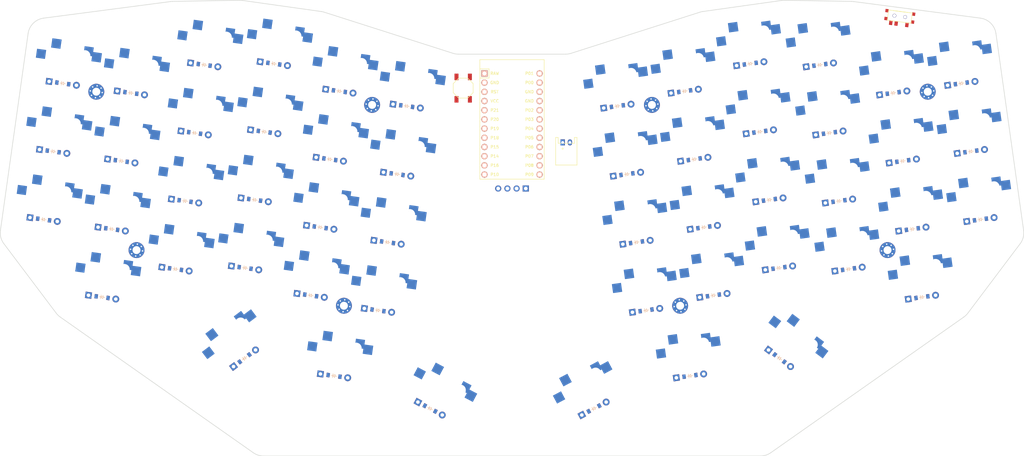
<source format=kicad_pcb>
(kicad_pcb (version 20171130) (host pcbnew 5.1.6)
  (title_block (title shockboard) (rev v1.0.0) (company Unknown))
  (layers (0 F.Cu signal) (31 B.Cu signal) (34 B.Paste user) (35 F.Paste user) (36 B.SilkS user) (37 F.SilkS user) (38 B.Mask user) (39 F.Mask user) (44 Edge.Cuts user))
  (net 0 "")
  (net 1 "P14")
  (net 2 "outer_home")
  (net 3 "outer_top")
  (net 4 "outer_num")
  (net 5 "P16")
  (net 6 "pinky_bottom")
  (net 7 "pinky_home")
  (net 8 "pinky_top")
  (net 9 "pinky_num")
  (net 10 "P10")
  (net 11 "ring_bottom")
  (net 12 "ring_home")
  (net 13 "ring_top")
  (net 14 "ring_num")
  (net 15 "P7")
  (net 16 "middle_bottom")
  (net 17 "middle_home")
  (net 18 "middle_top")
  (net 19 "middle_num")
  (net 20 "P8")
  (net 21 "index_bottom")
  (net 22 "index_home")
  (net 23 "index_top")
  (net 24 "index_num")
  (net 25 "P9")
  (net 26 "inner_bottom")
  (net 27 "inner_home")
  (net 28 "inner_top")
  (net 29 "inner_num")
  (net 30 "outer_thumb")
  (net 31 "middle_thumb")
  (net 32 "inner_thumb")
  (net 33 "mirror_outer_home")
  (net 34 "mirror_outer_top")
  (net 35 "mirror_outer_num")
  (net 36 "mirror_pinky_bottom")
  (net 37 "mirror_pinky_home")
  (net 38 "mirror_pinky_top")
  (net 39 "mirror_pinky_num")
  (net 40 "mirror_ring_bottom")
  (net 41 "mirror_ring_home")
  (net 42 "mirror_ring_top")
  (net 43 "mirror_ring_num")
  (net 44 "mirror_middle_bottom")
  (net 45 "mirror_middle_home")
  (net 46 "mirror_middle_top")
  (net 47 "mirror_middle_num")
  (net 48 "mirror_index_bottom")
  (net 49 "mirror_index_home")
  (net 50 "mirror_index_top")
  (net 51 "mirror_index_num")
  (net 52 "mirror_inner_bottom")
  (net 53 "mirror_inner_home")
  (net 54 "mirror_inner_top")
  (net 55 "mirror_inner_num")
  (net 56 "mirror_outer_thumb")
  (net 57 "mirror_middle_thumb")
  (net 58 "mirror_inner_thumb")
  (net 59 "P20")
  (net 60 "P19")
  (net 61 "P18")
  (net 62 "P21")
  (net 63 "P15")
  (net 64 "P0")
  (net 65 "P4")
  (net 66 "P5")
  (net 67 "P1")
  (net 68 "P6")
  (net 69 "RAW")
  (net 70 "GND")
  (net 71 "RST")
  (net 72 "VCC")
  (net 73 "P2")
  (net 74 "P3")
  (net 75 "B+")
  (module MX (layer F.Cu) (at 83.5785927 123.8370657 -8)
    (fp_text reference "S1" hide)
    (fp_text value "" hide)
    (pad "" np_thru_hole circle (at 0 0) (size 3.9878 3.9878) (drill 3.9878) (layers *.Cu *.Mask))
    (pad "" np_thru_hole circle (at 5.08 0) (size 1.7018 1.7018) (drill 1.7018) (layers *.Cu *.Mask))
    (pad "" np_thru_hole circle (at -5.08 0) (size 1.7018 1.7018) (drill 1.7018) (layers *.Cu *.Mask))
    (pad "" np_thru_hole circle (at 2.54 -5.08) (size 3 3) (drill 3) (layers *.Cu *.Mask))
    (pad "" np_thru_hole circle (at -3.81 -2.54) (size 3 3) (drill 3) (layers *.Cu *.Mask))
    (pad 1 smd rect (at -7.085 -2.54 -8) (size 2.55 2.5) (layers B.Cu B.Paste B.Mask) (net 1 "P14"))
    (pad 2 smd rect (at 5.842 -5.08 -8) (size 2.55 2.5) (layers B.Cu B.Paste B.Mask) (net 2 "outer_home"))
  )
  (module MX (layer F.Cu) (at 86.2228816 105.0219724 -8)
    (fp_text reference "S2" hide)
    (fp_text value "" hide)
    (pad "" np_thru_hole circle (at 0 0) (size 3.9878 3.9878) (drill 3.9878) (layers *.Cu *.Mask))
    (pad "" np_thru_hole circle (at 5.08 0) (size 1.7018 1.7018) (drill 1.7018) (layers *.Cu *.Mask))
    (pad "" np_thru_hole circle (at -5.08 0) (size 1.7018 1.7018) (drill 1.7018) (layers *.Cu *.Mask))
    (pad "" np_thru_hole circle (at 2.54 -5.08) (size 3 3) (drill 3) (layers *.Cu *.Mask))
    (pad "" np_thru_hole circle (at -3.81 -2.54) (size 3 3) (drill 3) (layers *.Cu *.Mask))
    (pad 1 smd rect (at -7.085 -2.54 -8) (size 2.55 2.5) (layers B.Cu B.Paste B.Mask) (net 1 "P14"))
    (pad 2 smd rect (at 5.842 -5.08 -8) (size 2.55 2.5) (layers B.Cu B.Paste B.Mask) (net 3 "outer_top"))
  )
  (module MX (layer F.Cu) (at 88.8671705 86.2068791 -8)
    (fp_text reference "S3" hide)
    (fp_text value "" hide)
    (pad "" np_thru_hole circle (at 0 0) (size 3.9878 3.9878) (drill 3.9878) (layers *.Cu *.Mask))
    (pad "" np_thru_hole circle (at 5.08 0) (size 1.7018 1.7018) (drill 1.7018) (layers *.Cu *.Mask))
    (pad "" np_thru_hole circle (at -5.08 0) (size 1.7018 1.7018) (drill 1.7018) (layers *.Cu *.Mask))
    (pad "" np_thru_hole circle (at 2.54 -5.08) (size 3 3) (drill 3) (layers *.Cu *.Mask))
    (pad "" np_thru_hole circle (at -3.81 -2.54) (size 3 3) (drill 3) (layers *.Cu *.Mask))
    (pad 1 smd rect (at -7.085 -2.54 -8) (size 2.55 2.5) (layers B.Cu B.Paste B.Mask) (net 1 "P14"))
    (pad 2 smd rect (at 5.842 -5.08 -8) (size 2.55 2.5) (layers B.Cu B.Paste B.Mask) (net 4 "outer_num"))
  )
  (module MX (layer F.Cu) (at 99.7493971 145.296448 -8)
    (fp_text reference "S4" hide)
    (fp_text value "" hide)
    (pad "" np_thru_hole circle (at 0 0) (size 3.9878 3.9878) (drill 3.9878) (layers *.Cu *.Mask))
    (pad "" np_thru_hole circle (at 5.08 0) (size 1.7018 1.7018) (drill 1.7018) (layers *.Cu *.Mask))
    (pad "" np_thru_hole circle (at -5.08 0) (size 1.7018 1.7018) (drill 1.7018) (layers *.Cu *.Mask))
    (pad "" np_thru_hole circle (at 2.54 -5.08) (size 3 3) (drill 3) (layers *.Cu *.Mask))
    (pad "" np_thru_hole circle (at -3.81 -2.54) (size 3 3) (drill 3) (layers *.Cu *.Mask))
    (pad 1 smd rect (at -7.085 -2.54 -8) (size 2.55 2.5) (layers B.Cu B.Paste B.Mask) (net 5 "P16"))
    (pad 2 smd rect (at 5.842 -5.08 -8) (size 2.55 2.5) (layers B.Cu B.Paste B.Mask) (net 6 "pinky_bottom"))
  )
  (module MX (layer F.Cu) (at 102.393686 126.4813546 -8)
    (fp_text reference "S5" hide)
    (fp_text value "" hide)
    (pad "" np_thru_hole circle (at 0 0) (size 3.9878 3.9878) (drill 3.9878) (layers *.Cu *.Mask))
    (pad "" np_thru_hole circle (at 5.08 0) (size 1.7018 1.7018) (drill 1.7018) (layers *.Cu *.Mask))
    (pad "" np_thru_hole circle (at -5.08 0) (size 1.7018 1.7018) (drill 1.7018) (layers *.Cu *.Mask))
    (pad "" np_thru_hole circle (at 2.54 -5.08) (size 3 3) (drill 3) (layers *.Cu *.Mask))
    (pad "" np_thru_hole circle (at -3.81 -2.54) (size 3 3) (drill 3) (layers *.Cu *.Mask))
    (pad 1 smd rect (at -7.085 -2.54 -8) (size 2.55 2.5) (layers B.Cu B.Paste B.Mask) (net 5 "P16"))
    (pad 2 smd rect (at 5.842 -5.08 -8) (size 2.55 2.5) (layers B.Cu B.Paste B.Mask) (net 7 "pinky_home"))
  )
  (module MX (layer F.Cu) (at 105.0379749 107.6662613 -8)
    (fp_text reference "S6" hide)
    (fp_text value "" hide)
    (pad "" np_thru_hole circle (at 0 0) (size 3.9878 3.9878) (drill 3.9878) (layers *.Cu *.Mask))
    (pad "" np_thru_hole circle (at 5.08 0) (size 1.7018 1.7018) (drill 1.7018) (layers *.Cu *.Mask))
    (pad "" np_thru_hole circle (at -5.08 0) (size 1.7018 1.7018) (drill 1.7018) (layers *.Cu *.Mask))
    (pad "" np_thru_hole circle (at 2.54 -5.08) (size 3 3) (drill 3) (layers *.Cu *.Mask))
    (pad "" np_thru_hole circle (at -3.81 -2.54) (size 3 3) (drill 3) (layers *.Cu *.Mask))
    (pad 1 smd rect (at -7.085 -2.54 -8) (size 2.55 2.5) (layers B.Cu B.Paste B.Mask) (net 5 "P16"))
    (pad 2 smd rect (at 5.842 -5.08 -8) (size 2.55 2.5) (layers B.Cu B.Paste B.Mask) (net 8 "pinky_top"))
  )
  (module MX (layer F.Cu) (at 107.6822638 88.851168 -8)
    (fp_text reference "S7" hide)
    (fp_text value "" hide)
    (pad "" np_thru_hole circle (at 0 0) (size 3.9878 3.9878) (drill 3.9878) (layers *.Cu *.Mask))
    (pad "" np_thru_hole circle (at 5.08 0) (size 1.7018 1.7018) (drill 1.7018) (layers *.Cu *.Mask))
    (pad "" np_thru_hole circle (at -5.08 0) (size 1.7018 1.7018) (drill 1.7018) (layers *.Cu *.Mask))
    (pad "" np_thru_hole circle (at 2.54 -5.08) (size 3 3) (drill 3) (layers *.Cu *.Mask))
    (pad "" np_thru_hole circle (at -3.81 -2.54) (size 3 3) (drill 3) (layers *.Cu *.Mask))
    (pad 1 smd rect (at -7.085 -2.54 -8) (size 2.55 2.5) (layers B.Cu B.Paste B.Mask) (net 5 "P16"))
    (pad 2 smd rect (at 5.842 -5.08 -8) (size 2.55 2.5) (layers B.Cu B.Paste B.Mask) (net 9 "pinky_num"))
  )
  (module MX (layer F.Cu) (at 120.0258079 137.5429221 -8)
    (fp_text reference "S8" hide)
    (fp_text value "" hide)
    (pad "" np_thru_hole circle (at 0 0) (size 3.9878 3.9878) (drill 3.9878) (layers *.Cu *.Mask))
    (pad "" np_thru_hole circle (at 5.08 0) (size 1.7018 1.7018) (drill 1.7018) (layers *.Cu *.Mask))
    (pad "" np_thru_hole circle (at -5.08 0) (size 1.7018 1.7018) (drill 1.7018) (layers *.Cu *.Mask))
    (pad "" np_thru_hole circle (at 2.54 -5.08) (size 3 3) (drill 3) (layers *.Cu *.Mask))
    (pad "" np_thru_hole circle (at -3.81 -2.54) (size 3 3) (drill 3) (layers *.Cu *.Mask))
    (pad 1 smd rect (at -7.085 -2.54 -8) (size 2.55 2.5) (layers B.Cu B.Paste B.Mask) (net 10 "P10"))
    (pad 2 smd rect (at 5.842 -5.08 -8) (size 2.55 2.5) (layers B.Cu B.Paste B.Mask) (net 11 "ring_bottom"))
  )
  (module MX (layer F.Cu) (at 122.6700968 118.7278288 -8)
    (fp_text reference "S9" hide)
    (fp_text value "" hide)
    (pad "" np_thru_hole circle (at 0 0) (size 3.9878 3.9878) (drill 3.9878) (layers *.Cu *.Mask))
    (pad "" np_thru_hole circle (at 5.08 0) (size 1.7018 1.7018) (drill 1.7018) (layers *.Cu *.Mask))
    (pad "" np_thru_hole circle (at -5.08 0) (size 1.7018 1.7018) (drill 1.7018) (layers *.Cu *.Mask))
    (pad "" np_thru_hole circle (at 2.54 -5.08) (size 3 3) (drill 3) (layers *.Cu *.Mask))
    (pad "" np_thru_hole circle (at -3.81 -2.54) (size 3 3) (drill 3) (layers *.Cu *.Mask))
    (pad 1 smd rect (at -7.085 -2.54 -8) (size 2.55 2.5) (layers B.Cu B.Paste B.Mask) (net 10 "P10"))
    (pad 2 smd rect (at 5.842 -5.08 -8) (size 2.55 2.5) (layers B.Cu B.Paste B.Mask) (net 12 "ring_home"))
  )
  (module MX (layer F.Cu) (at 125.3143858 99.9127355 -8)
    (fp_text reference "S10" hide)
    (fp_text value "" hide)
    (pad "" np_thru_hole circle (at 0 0) (size 3.9878 3.9878) (drill 3.9878) (layers *.Cu *.Mask))
    (pad "" np_thru_hole circle (at 5.08 0) (size 1.7018 1.7018) (drill 1.7018) (layers *.Cu *.Mask))
    (pad "" np_thru_hole circle (at -5.08 0) (size 1.7018 1.7018) (drill 1.7018) (layers *.Cu *.Mask))
    (pad "" np_thru_hole circle (at 2.54 -5.08) (size 3 3) (drill 3) (layers *.Cu *.Mask))
    (pad "" np_thru_hole circle (at -3.81 -2.54) (size 3 3) (drill 3) (layers *.Cu *.Mask))
    (pad 1 smd rect (at -7.085 -2.54 -8) (size 2.55 2.5) (layers B.Cu B.Paste B.Mask) (net 10 "P10"))
    (pad 2 smd rect (at 5.842 -5.08 -8) (size 2.55 2.5) (layers B.Cu B.Paste B.Mask) (net 13 "ring_top"))
  )
  (module MX (layer F.Cu) (at 127.9586747 81.0976422 -8)
    (fp_text reference "S11" hide)
    (fp_text value "" hide)
    (pad "" np_thru_hole circle (at 0 0) (size 3.9878 3.9878) (drill 3.9878) (layers *.Cu *.Mask))
    (pad "" np_thru_hole circle (at 5.08 0) (size 1.7018 1.7018) (drill 1.7018) (layers *.Cu *.Mask))
    (pad "" np_thru_hole circle (at -5.08 0) (size 1.7018 1.7018) (drill 1.7018) (layers *.Cu *.Mask))
    (pad "" np_thru_hole circle (at 2.54 -5.08) (size 3 3) (drill 3) (layers *.Cu *.Mask))
    (pad "" np_thru_hole circle (at -3.81 -2.54) (size 3 3) (drill 3) (layers *.Cu *.Mask))
    (pad 1 smd rect (at -7.085 -2.54 -8) (size 2.55 2.5) (layers B.Cu B.Paste B.Mask) (net 10 "P10"))
    (pad 2 smd rect (at 5.842 -5.08 -8) (size 2.55 2.5) (layers B.Cu B.Paste B.Mask) (net 14 "ring_num"))
  )
  (module MX (layer F.Cu) (at 139.2584205 137.2164069 -8)
    (fp_text reference "S12" hide)
    (fp_text value "" hide)
    (pad "" np_thru_hole circle (at 0 0) (size 3.9878 3.9878) (drill 3.9878) (layers *.Cu *.Mask))
    (pad "" np_thru_hole circle (at 5.08 0) (size 1.7018 1.7018) (drill 1.7018) (layers *.Cu *.Mask))
    (pad "" np_thru_hole circle (at -5.08 0) (size 1.7018 1.7018) (drill 1.7018) (layers *.Cu *.Mask))
    (pad "" np_thru_hole circle (at 2.54 -5.08) (size 3 3) (drill 3) (layers *.Cu *.Mask))
    (pad "" np_thru_hole circle (at -3.81 -2.54) (size 3 3) (drill 3) (layers *.Cu *.Mask))
    (pad 1 smd rect (at -7.085 -2.54 -8) (size 2.55 2.5) (layers B.Cu B.Paste B.Mask) (net 15 "P7"))
    (pad 2 smd rect (at 5.842 -5.08 -8) (size 2.55 2.5) (layers B.Cu B.Paste B.Mask) (net 16 "middle_bottom"))
  )
  (module MX (layer F.Cu) (at 141.9027094 118.4013136 -8)
    (fp_text reference "S13" hide)
    (fp_text value "" hide)
    (pad "" np_thru_hole circle (at 0 0) (size 3.9878 3.9878) (drill 3.9878) (layers *.Cu *.Mask))
    (pad "" np_thru_hole circle (at 5.08 0) (size 1.7018 1.7018) (drill 1.7018) (layers *.Cu *.Mask))
    (pad "" np_thru_hole circle (at -5.08 0) (size 1.7018 1.7018) (drill 1.7018) (layers *.Cu *.Mask))
    (pad "" np_thru_hole circle (at 2.54 -5.08) (size 3 3) (drill 3) (layers *.Cu *.Mask))
    (pad "" np_thru_hole circle (at -3.81 -2.54) (size 3 3) (drill 3) (layers *.Cu *.Mask))
    (pad 1 smd rect (at -7.085 -2.54 -8) (size 2.55 2.5) (layers B.Cu B.Paste B.Mask) (net 15 "P7"))
    (pad 2 smd rect (at 5.842 -5.08 -8) (size 2.55 2.5) (layers B.Cu B.Paste B.Mask) (net 17 "middle_home"))
  )
  (module MX (layer F.Cu) (at 144.5469984 99.5862202 -8)
    (fp_text reference "S14" hide)
    (fp_text value "" hide)
    (pad "" np_thru_hole circle (at 0 0) (size 3.9878 3.9878) (drill 3.9878) (layers *.Cu *.Mask))
    (pad "" np_thru_hole circle (at 5.08 0) (size 1.7018 1.7018) (drill 1.7018) (layers *.Cu *.Mask))
    (pad "" np_thru_hole circle (at -5.08 0) (size 1.7018 1.7018) (drill 1.7018) (layers *.Cu *.Mask))
    (pad "" np_thru_hole circle (at 2.54 -5.08) (size 3 3) (drill 3) (layers *.Cu *.Mask))
    (pad "" np_thru_hole circle (at -3.81 -2.54) (size 3 3) (drill 3) (layers *.Cu *.Mask))
    (pad 1 smd rect (at -7.085 -2.54 -8) (size 2.55 2.5) (layers B.Cu B.Paste B.Mask) (net 15 "P7"))
    (pad 2 smd rect (at 5.842 -5.08 -8) (size 2.55 2.5) (layers B.Cu B.Paste B.Mask) (net 18 "middle_top"))
  )
  (module MX (layer F.Cu) (at 147.1912873 80.7711269 -8)
    (fp_text reference "S15" hide)
    (fp_text value "" hide)
    (pad "" np_thru_hole circle (at 0 0) (size 3.9878 3.9878) (drill 3.9878) (layers *.Cu *.Mask))
    (pad "" np_thru_hole circle (at 5.08 0) (size 1.7018 1.7018) (drill 1.7018) (layers *.Cu *.Mask))
    (pad "" np_thru_hole circle (at -5.08 0) (size 1.7018 1.7018) (drill 1.7018) (layers *.Cu *.Mask))
    (pad "" np_thru_hole circle (at 2.54 -5.08) (size 3 3) (drill 3) (layers *.Cu *.Mask))
    (pad "" np_thru_hole circle (at -3.81 -2.54) (size 3 3) (drill 3) (layers *.Cu *.Mask))
    (pad 1 smd rect (at -7.085 -2.54 -8) (size 2.55 2.5) (layers B.Cu B.Paste B.Mask) (net 15 "P7"))
    (pad 2 smd rect (at 5.842 -5.08 -8) (size 2.55 2.5) (layers B.Cu B.Paste B.Mask) (net 19 "middle_num"))
  )
  (module MX (layer F.Cu) (at 157.3776483 144.8120361 -8)
    (fp_text reference "S16" hide)
    (fp_text value "" hide)
    (pad "" np_thru_hole circle (at 0 0) (size 3.9878 3.9878) (drill 3.9878) (layers *.Cu *.Mask))
    (pad "" np_thru_hole circle (at 5.08 0) (size 1.7018 1.7018) (drill 1.7018) (layers *.Cu *.Mask))
    (pad "" np_thru_hole circle (at -5.08 0) (size 1.7018 1.7018) (drill 1.7018) (layers *.Cu *.Mask))
    (pad "" np_thru_hole circle (at 2.54 -5.08) (size 3 3) (drill 3) (layers *.Cu *.Mask))
    (pad "" np_thru_hole circle (at -3.81 -2.54) (size 3 3) (drill 3) (layers *.Cu *.Mask))
    (pad 1 smd rect (at -7.085 -2.54 -8) (size 2.55 2.5) (layers B.Cu B.Paste B.Mask) (net 20 "P8"))
    (pad 2 smd rect (at 5.842 -5.08 -8) (size 2.55 2.5) (layers B.Cu B.Paste B.Mask) (net 21 "index_bottom"))
  )
  (module MX (layer F.Cu) (at 160.0219373 125.9969428 -8)
    (fp_text reference "S17" hide)
    (fp_text value "" hide)
    (pad "" np_thru_hole circle (at 0 0) (size 3.9878 3.9878) (drill 3.9878) (layers *.Cu *.Mask))
    (pad "" np_thru_hole circle (at 5.08 0) (size 1.7018 1.7018) (drill 1.7018) (layers *.Cu *.Mask))
    (pad "" np_thru_hole circle (at -5.08 0) (size 1.7018 1.7018) (drill 1.7018) (layers *.Cu *.Mask))
    (pad "" np_thru_hole circle (at 2.54 -5.08) (size 3 3) (drill 3) (layers *.Cu *.Mask))
    (pad "" np_thru_hole circle (at -3.81 -2.54) (size 3 3) (drill 3) (layers *.Cu *.Mask))
    (pad 1 smd rect (at -7.085 -2.54 -8) (size 2.55 2.5) (layers B.Cu B.Paste B.Mask) (net 20 "P8"))
    (pad 2 smd rect (at 5.842 -5.08 -8) (size 2.55 2.5) (layers B.Cu B.Paste B.Mask) (net 22 "index_home"))
  )
  (module MX (layer F.Cu) (at 162.6662262 107.1818495 -8)
    (fp_text reference "S18" hide)
    (fp_text value "" hide)
    (pad "" np_thru_hole circle (at 0 0) (size 3.9878 3.9878) (drill 3.9878) (layers *.Cu *.Mask))
    (pad "" np_thru_hole circle (at 5.08 0) (size 1.7018 1.7018) (drill 1.7018) (layers *.Cu *.Mask))
    (pad "" np_thru_hole circle (at -5.08 0) (size 1.7018 1.7018) (drill 1.7018) (layers *.Cu *.Mask))
    (pad "" np_thru_hole circle (at 2.54 -5.08) (size 3 3) (drill 3) (layers *.Cu *.Mask))
    (pad "" np_thru_hole circle (at -3.81 -2.54) (size 3 3) (drill 3) (layers *.Cu *.Mask))
    (pad 1 smd rect (at -7.085 -2.54 -8) (size 2.55 2.5) (layers B.Cu B.Paste B.Mask) (net 20 "P8"))
    (pad 2 smd rect (at 5.842 -5.08 -8) (size 2.55 2.5) (layers B.Cu B.Paste B.Mask) (net 23 "index_top"))
  )
  (module MX (layer F.Cu) (at 165.3105151 88.3667562 -8)
    (fp_text reference "S19" hide)
    (fp_text value "" hide)
    (pad "" np_thru_hole circle (at 0 0) (size 3.9878 3.9878) (drill 3.9878) (layers *.Cu *.Mask))
    (pad "" np_thru_hole circle (at 5.08 0) (size 1.7018 1.7018) (drill 1.7018) (layers *.Cu *.Mask))
    (pad "" np_thru_hole circle (at -5.08 0) (size 1.7018 1.7018) (drill 1.7018) (layers *.Cu *.Mask))
    (pad "" np_thru_hole circle (at 2.54 -5.08) (size 3 3) (drill 3) (layers *.Cu *.Mask))
    (pad "" np_thru_hole circle (at -3.81 -2.54) (size 3 3) (drill 3) (layers *.Cu *.Mask))
    (pad 1 smd rect (at -7.085 -2.54 -8) (size 2.55 2.5) (layers B.Cu B.Paste B.Mask) (net 20 "P8"))
    (pad 2 smd rect (at 5.842 -5.08 -8) (size 2.55 2.5) (layers B.Cu B.Paste B.Mask) (net 24 "index_num"))
  )
  (module MX (layer F.Cu) (at 175.983982 148.9417271 -8)
    (fp_text reference "S20" hide)
    (fp_text value "" hide)
    (pad "" np_thru_hole circle (at 0 0) (size 3.9878 3.9878) (drill 3.9878) (layers *.Cu *.Mask))
    (pad "" np_thru_hole circle (at 5.08 0) (size 1.7018 1.7018) (drill 1.7018) (layers *.Cu *.Mask))
    (pad "" np_thru_hole circle (at -5.08 0) (size 1.7018 1.7018) (drill 1.7018) (layers *.Cu *.Mask))
    (pad "" np_thru_hole circle (at 2.54 -5.08) (size 3 3) (drill 3) (layers *.Cu *.Mask))
    (pad "" np_thru_hole circle (at -3.81 -2.54) (size 3 3) (drill 3) (layers *.Cu *.Mask))
    (pad 1 smd rect (at -7.085 -2.54 -8) (size 2.55 2.5) (layers B.Cu B.Paste B.Mask) (net 25 "P9"))
    (pad 2 smd rect (at 5.842 -5.08 -8) (size 2.55 2.5) (layers B.Cu B.Paste B.Mask) (net 26 "inner_bottom"))
  )
  (module MX (layer F.Cu) (at 178.6282709 130.1266338 -8)
    (fp_text reference "S21" hide)
    (fp_text value "" hide)
    (pad "" np_thru_hole circle (at 0 0) (size 3.9878 3.9878) (drill 3.9878) (layers *.Cu *.Mask))
    (pad "" np_thru_hole circle (at 5.08 0) (size 1.7018 1.7018) (drill 1.7018) (layers *.Cu *.Mask))
    (pad "" np_thru_hole circle (at -5.08 0) (size 1.7018 1.7018) (drill 1.7018) (layers *.Cu *.Mask))
    (pad "" np_thru_hole circle (at 2.54 -5.08) (size 3 3) (drill 3) (layers *.Cu *.Mask))
    (pad "" np_thru_hole circle (at -3.81 -2.54) (size 3 3) (drill 3) (layers *.Cu *.Mask))
    (pad 1 smd rect (at -7.085 -2.54 -8) (size 2.55 2.5) (layers B.Cu B.Paste B.Mask) (net 25 "P9"))
    (pad 2 smd rect (at 5.842 -5.08 -8) (size 2.55 2.5) (layers B.Cu B.Paste B.Mask) (net 27 "inner_home"))
  )
  (module MX (layer F.Cu) (at 181.2725598 111.3115405 -8)
    (fp_text reference "S22" hide)
    (fp_text value "" hide)
    (pad "" np_thru_hole circle (at 0 0) (size 3.9878 3.9878) (drill 3.9878) (layers *.Cu *.Mask))
    (pad "" np_thru_hole circle (at 5.08 0) (size 1.7018 1.7018) (drill 1.7018) (layers *.Cu *.Mask))
    (pad "" np_thru_hole circle (at -5.08 0) (size 1.7018 1.7018) (drill 1.7018) (layers *.Cu *.Mask))
    (pad "" np_thru_hole circle (at 2.54 -5.08) (size 3 3) (drill 3) (layers *.Cu *.Mask))
    (pad "" np_thru_hole circle (at -3.81 -2.54) (size 3 3) (drill 3) (layers *.Cu *.Mask))
    (pad 1 smd rect (at -7.085 -2.54 -8) (size 2.55 2.5) (layers B.Cu B.Paste B.Mask) (net 25 "P9"))
    (pad 2 smd rect (at 5.842 -5.08 -8) (size 2.55 2.5) (layers B.Cu B.Paste B.Mask) (net 28 "inner_top"))
  )
  (module MX (layer F.Cu) (at 183.9168487 92.4964472 -8)
    (fp_text reference "S23" hide)
    (fp_text value "" hide)
    (pad "" np_thru_hole circle (at 0 0) (size 3.9878 3.9878) (drill 3.9878) (layers *.Cu *.Mask))
    (pad "" np_thru_hole circle (at 5.08 0) (size 1.7018 1.7018) (drill 1.7018) (layers *.Cu *.Mask))
    (pad "" np_thru_hole circle (at -5.08 0) (size 1.7018 1.7018) (drill 1.7018) (layers *.Cu *.Mask))
    (pad "" np_thru_hole circle (at 2.54 -5.08) (size 3 3) (drill 3) (layers *.Cu *.Mask))
    (pad "" np_thru_hole circle (at -3.81 -2.54) (size 3 3) (drill 3) (layers *.Cu *.Mask))
    (pad 1 smd rect (at -7.085 -2.54 -8) (size 2.55 2.5) (layers B.Cu B.Paste B.Mask) (net 25 "P9"))
    (pad 2 smd rect (at 5.842 -5.08 -8) (size 2.55 2.5) (layers B.Cu B.Paste B.Mask) (net 29 "inner_num"))
  )
  (module MX (layer F.Cu) (at 135.6225233 163.0871602 37)
    (fp_text reference "S24" hide)
    (fp_text value "" hide)
    (pad "" np_thru_hole circle (at 0 0) (size 3.9878 3.9878) (drill 3.9878) (layers *.Cu *.Mask))
    (pad "" np_thru_hole circle (at 5.08 0) (size 1.7018 1.7018) (drill 1.7018) (layers *.Cu *.Mask))
    (pad "" np_thru_hole circle (at -5.08 0) (size 1.7018 1.7018) (drill 1.7018) (layers *.Cu *.Mask))
    (pad "" np_thru_hole circle (at 2.54 -5.08) (size 3 3) (drill 3) (layers *.Cu *.Mask))
    (pad "" np_thru_hole circle (at -3.81 -2.54) (size 3 3) (drill 3) (layers *.Cu *.Mask))
    (pad 1 smd rect (at -7.085 -2.54 37) (size 2.55 2.5) (layers B.Cu B.Paste B.Mask) (net 15 "P7"))
    (pad 2 smd rect (at 5.842 -5.08 37) (size 2.55 2.5) (layers B.Cu B.Paste B.Mask) (net 30 "outer_thumb"))
  )
  (module MX (layer F.Cu) (at 163.8451632 167.0535935 -8)
    (fp_text reference "S25" hide)
    (fp_text value "" hide)
    (pad "" np_thru_hole circle (at 0 0) (size 3.9878 3.9878) (drill 3.9878) (layers *.Cu *.Mask))
    (pad "" np_thru_hole circle (at 5.08 0) (size 1.7018 1.7018) (drill 1.7018) (layers *.Cu *.Mask))
    (pad "" np_thru_hole circle (at -5.08 0) (size 1.7018 1.7018) (drill 1.7018) (layers *.Cu *.Mask))
    (pad "" np_thru_hole circle (at 2.54 -5.08) (size 3 3) (drill 3) (layers *.Cu *.Mask))
    (pad "" np_thru_hole circle (at -3.81 -2.54) (size 3 3) (drill 3) (layers *.Cu *.Mask))
    (pad 1 smd rect (at -7.085 -2.54 -8) (size 2.55 2.5) (layers B.Cu B.Paste B.Mask) (net 20 "P8"))
    (pad 2 smd rect (at 5.842 -5.08 -8) (size 2.55 2.5) (layers B.Cu B.Paste B.Mask) (net 31 "middle_thumb"))
  )
  (module MX (layer F.Cu) (at 191.9349472 176.5844461 -28)
    (fp_text reference "S26" hide)
    (fp_text value "" hide)
    (pad "" np_thru_hole circle (at 0 0) (size 3.9878 3.9878) (drill 3.9878) (layers *.Cu *.Mask))
    (pad "" np_thru_hole circle (at 5.08 0) (size 1.7018 1.7018) (drill 1.7018) (layers *.Cu *.Mask))
    (pad "" np_thru_hole circle (at -5.08 0) (size 1.7018 1.7018) (drill 1.7018) (layers *.Cu *.Mask))
    (pad "" np_thru_hole circle (at 2.54 -5.08) (size 3 3) (drill 3) (layers *.Cu *.Mask))
    (pad "" np_thru_hole circle (at -3.81 -2.54) (size 3 3) (drill 3) (layers *.Cu *.Mask))
    (pad 1 smd rect (at -7.085 -2.54 -28) (size 2.55 2.5) (layers B.Cu B.Paste B.Mask) (net 25 "P9"))
    (pad 2 smd rect (at 5.842 -5.08 -28) (size 2.55 2.5) (layers B.Cu B.Paste B.Mask) (net 32 "inner_thumb"))
  )
  (module MX (layer F.Cu) (at 341.1779491 123.8370657 8)
    (fp_text reference "S27" hide)
    (fp_text value "" hide)
    (pad "" np_thru_hole circle (at 0 0) (size 3.9878 3.9878) (drill 3.9878) (layers *.Cu *.Mask))
    (pad "" np_thru_hole circle (at 5.08 0) (size 1.7018 1.7018) (drill 1.7018) (layers *.Cu *.Mask))
    (pad "" np_thru_hole circle (at -5.08 0) (size 1.7018 1.7018) (drill 1.7018) (layers *.Cu *.Mask))
    (pad "" np_thru_hole circle (at 2.54 -5.08) (size 3 3) (drill 3) (layers *.Cu *.Mask))
    (pad "" np_thru_hole circle (at -3.81 -2.54) (size 3 3) (drill 3) (layers *.Cu *.Mask))
    (pad 1 smd rect (at -7.085 -2.54 8) (size 2.55 2.5) (layers B.Cu B.Paste B.Mask) (net 1 "P14"))
    (pad 2 smd rect (at 5.842 -5.08 8) (size 2.55 2.5) (layers B.Cu B.Paste B.Mask) (net 33 "mirror_outer_home"))
  )
  (module MX (layer F.Cu) (at 338.5336602 105.0219724 8)
    (fp_text reference "S28" hide)
    (fp_text value "" hide)
    (pad "" np_thru_hole circle (at 0 0) (size 3.9878 3.9878) (drill 3.9878) (layers *.Cu *.Mask))
    (pad "" np_thru_hole circle (at 5.08 0) (size 1.7018 1.7018) (drill 1.7018) (layers *.Cu *.Mask))
    (pad "" np_thru_hole circle (at -5.08 0) (size 1.7018 1.7018) (drill 1.7018) (layers *.Cu *.Mask))
    (pad "" np_thru_hole circle (at 2.54 -5.08) (size 3 3) (drill 3) (layers *.Cu *.Mask))
    (pad "" np_thru_hole circle (at -3.81 -2.54) (size 3 3) (drill 3) (layers *.Cu *.Mask))
    (pad 1 smd rect (at -7.085 -2.54 8) (size 2.55 2.5) (layers B.Cu B.Paste B.Mask) (net 1 "P14"))
    (pad 2 smd rect (at 5.842 -5.08 8) (size 2.55 2.5) (layers B.Cu B.Paste B.Mask) (net 34 "mirror_outer_top"))
  )
  (module MX (layer F.Cu) (at 335.8893713 86.2068791 8)
    (fp_text reference "S29" hide)
    (fp_text value "" hide)
    (pad "" np_thru_hole circle (at 0 0) (size 3.9878 3.9878) (drill 3.9878) (layers *.Cu *.Mask))
    (pad "" np_thru_hole circle (at 5.08 0) (size 1.7018 1.7018) (drill 1.7018) (layers *.Cu *.Mask))
    (pad "" np_thru_hole circle (at -5.08 0) (size 1.7018 1.7018) (drill 1.7018) (layers *.Cu *.Mask))
    (pad "" np_thru_hole circle (at 2.54 -5.08) (size 3 3) (drill 3) (layers *.Cu *.Mask))
    (pad "" np_thru_hole circle (at -3.81 -2.54) (size 3 3) (drill 3) (layers *.Cu *.Mask))
    (pad 1 smd rect (at -7.085 -2.54 8) (size 2.55 2.5) (layers B.Cu B.Paste B.Mask) (net 1 "P14"))
    (pad 2 smd rect (at 5.842 -5.08 8) (size 2.55 2.5) (layers B.Cu B.Paste B.Mask) (net 35 "mirror_outer_num"))
  )
  (module MX (layer F.Cu) (at 325.00714469999997 145.296448 8)
    (fp_text reference "S30" hide)
    (fp_text value "" hide)
    (pad "" np_thru_hole circle (at 0 0) (size 3.9878 3.9878) (drill 3.9878) (layers *.Cu *.Mask))
    (pad "" np_thru_hole circle (at 5.08 0) (size 1.7018 1.7018) (drill 1.7018) (layers *.Cu *.Mask))
    (pad "" np_thru_hole circle (at -5.08 0) (size 1.7018 1.7018) (drill 1.7018) (layers *.Cu *.Mask))
    (pad "" np_thru_hole circle (at 2.54 -5.08) (size 3 3) (drill 3) (layers *.Cu *.Mask))
    (pad "" np_thru_hole circle (at -3.81 -2.54) (size 3 3) (drill 3) (layers *.Cu *.Mask))
    (pad 1 smd rect (at -7.085 -2.54 8) (size 2.55 2.5) (layers B.Cu B.Paste B.Mask) (net 5 "P16"))
    (pad 2 smd rect (at 5.842 -5.08 8) (size 2.55 2.5) (layers B.Cu B.Paste B.Mask) (net 36 "mirror_pinky_bottom"))
  )
  (module MX (layer F.Cu) (at 322.3628558 126.4813546 8)
    (fp_text reference "S31" hide)
    (fp_text value "" hide)
    (pad "" np_thru_hole circle (at 0 0) (size 3.9878 3.9878) (drill 3.9878) (layers *.Cu *.Mask))
    (pad "" np_thru_hole circle (at 5.08 0) (size 1.7018 1.7018) (drill 1.7018) (layers *.Cu *.Mask))
    (pad "" np_thru_hole circle (at -5.08 0) (size 1.7018 1.7018) (drill 1.7018) (layers *.Cu *.Mask))
    (pad "" np_thru_hole circle (at 2.54 -5.08) (size 3 3) (drill 3) (layers *.Cu *.Mask))
    (pad "" np_thru_hole circle (at -3.81 -2.54) (size 3 3) (drill 3) (layers *.Cu *.Mask))
    (pad 1 smd rect (at -7.085 -2.54 8) (size 2.55 2.5) (layers B.Cu B.Paste B.Mask) (net 5 "P16"))
    (pad 2 smd rect (at 5.842 -5.08 8) (size 2.55 2.5) (layers B.Cu B.Paste B.Mask) (net 37 "mirror_pinky_home"))
  )
  (module MX (layer F.Cu) (at 319.7185669 107.6662613 8)
    (fp_text reference "S32" hide)
    (fp_text value "" hide)
    (pad "" np_thru_hole circle (at 0 0) (size 3.9878 3.9878) (drill 3.9878) (layers *.Cu *.Mask))
    (pad "" np_thru_hole circle (at 5.08 0) (size 1.7018 1.7018) (drill 1.7018) (layers *.Cu *.Mask))
    (pad "" np_thru_hole circle (at -5.08 0) (size 1.7018 1.7018) (drill 1.7018) (layers *.Cu *.Mask))
    (pad "" np_thru_hole circle (at 2.54 -5.08) (size 3 3) (drill 3) (layers *.Cu *.Mask))
    (pad "" np_thru_hole circle (at -3.81 -2.54) (size 3 3) (drill 3) (layers *.Cu *.Mask))
    (pad 1 smd rect (at -7.085 -2.54 8) (size 2.55 2.5) (layers B.Cu B.Paste B.Mask) (net 5 "P16"))
    (pad 2 smd rect (at 5.842 -5.08 8) (size 2.55 2.5) (layers B.Cu B.Paste B.Mask) (net 38 "mirror_pinky_top"))
  )
  (module MX (layer F.Cu) (at 317.074278 88.851168 8)
    (fp_text reference "S33" hide)
    (fp_text value "" hide)
    (pad "" np_thru_hole circle (at 0 0) (size 3.9878 3.9878) (drill 3.9878) (layers *.Cu *.Mask))
    (pad "" np_thru_hole circle (at 5.08 0) (size 1.7018 1.7018) (drill 1.7018) (layers *.Cu *.Mask))
    (pad "" np_thru_hole circle (at -5.08 0) (size 1.7018 1.7018) (drill 1.7018) (layers *.Cu *.Mask))
    (pad "" np_thru_hole circle (at 2.54 -5.08) (size 3 3) (drill 3) (layers *.Cu *.Mask))
    (pad "" np_thru_hole circle (at -3.81 -2.54) (size 3 3) (drill 3) (layers *.Cu *.Mask))
    (pad 1 smd rect (at -7.085 -2.54 8) (size 2.55 2.5) (layers B.Cu B.Paste B.Mask) (net 5 "P16"))
    (pad 2 smd rect (at 5.842 -5.08 8) (size 2.55 2.5) (layers B.Cu B.Paste B.Mask) (net 39 "mirror_pinky_num"))
  )
  (module MX (layer F.Cu) (at 304.73073389999996 137.5429221 8)
    (fp_text reference "S34" hide)
    (fp_text value "" hide)
    (pad "" np_thru_hole circle (at 0 0) (size 3.9878 3.9878) (drill 3.9878) (layers *.Cu *.Mask))
    (pad "" np_thru_hole circle (at 5.08 0) (size 1.7018 1.7018) (drill 1.7018) (layers *.Cu *.Mask))
    (pad "" np_thru_hole circle (at -5.08 0) (size 1.7018 1.7018) (drill 1.7018) (layers *.Cu *.Mask))
    (pad "" np_thru_hole circle (at 2.54 -5.08) (size 3 3) (drill 3) (layers *.Cu *.Mask))
    (pad "" np_thru_hole circle (at -3.81 -2.54) (size 3 3) (drill 3) (layers *.Cu *.Mask))
    (pad 1 smd rect (at -7.085 -2.54 8) (size 2.55 2.5) (layers B.Cu B.Paste B.Mask) (net 10 "P10"))
    (pad 2 smd rect (at 5.842 -5.08 8) (size 2.55 2.5) (layers B.Cu B.Paste B.Mask) (net 40 "mirror_ring_bottom"))
  )
  (module MX (layer F.Cu) (at 302.08644499999997 118.7278288 8)
    (fp_text reference "S35" hide)
    (fp_text value "" hide)
    (pad "" np_thru_hole circle (at 0 0) (size 3.9878 3.9878) (drill 3.9878) (layers *.Cu *.Mask))
    (pad "" np_thru_hole circle (at 5.08 0) (size 1.7018 1.7018) (drill 1.7018) (layers *.Cu *.Mask))
    (pad "" np_thru_hole circle (at -5.08 0) (size 1.7018 1.7018) (drill 1.7018) (layers *.Cu *.Mask))
    (pad "" np_thru_hole circle (at 2.54 -5.08) (size 3 3) (drill 3) (layers *.Cu *.Mask))
    (pad "" np_thru_hole circle (at -3.81 -2.54) (size 3 3) (drill 3) (layers *.Cu *.Mask))
    (pad 1 smd rect (at -7.085 -2.54 8) (size 2.55 2.5) (layers B.Cu B.Paste B.Mask) (net 10 "P10"))
    (pad 2 smd rect (at 5.842 -5.08 8) (size 2.55 2.5) (layers B.Cu B.Paste B.Mask) (net 41 "mirror_ring_home"))
  )
  (module MX (layer F.Cu) (at 299.44215599999995 99.9127355 8)
    (fp_text reference "S36" hide)
    (fp_text value "" hide)
    (pad "" np_thru_hole circle (at 0 0) (size 3.9878 3.9878) (drill 3.9878) (layers *.Cu *.Mask))
    (pad "" np_thru_hole circle (at 5.08 0) (size 1.7018 1.7018) (drill 1.7018) (layers *.Cu *.Mask))
    (pad "" np_thru_hole circle (at -5.08 0) (size 1.7018 1.7018) (drill 1.7018) (layers *.Cu *.Mask))
    (pad "" np_thru_hole circle (at 2.54 -5.08) (size 3 3) (drill 3) (layers *.Cu *.Mask))
    (pad "" np_thru_hole circle (at -3.81 -2.54) (size 3 3) (drill 3) (layers *.Cu *.Mask))
    (pad 1 smd rect (at -7.085 -2.54 8) (size 2.55 2.5) (layers B.Cu B.Paste B.Mask) (net 10 "P10"))
    (pad 2 smd rect (at 5.842 -5.08 8) (size 2.55 2.5) (layers B.Cu B.Paste B.Mask) (net 42 "mirror_ring_top"))
  )
  (module MX (layer F.Cu) (at 296.79786709999996 81.0976422 8)
    (fp_text reference "S37" hide)
    (fp_text value "" hide)
    (pad "" np_thru_hole circle (at 0 0) (size 3.9878 3.9878) (drill 3.9878) (layers *.Cu *.Mask))
    (pad "" np_thru_hole circle (at 5.08 0) (size 1.7018 1.7018) (drill 1.7018) (layers *.Cu *.Mask))
    (pad "" np_thru_hole circle (at -5.08 0) (size 1.7018 1.7018) (drill 1.7018) (layers *.Cu *.Mask))
    (pad "" np_thru_hole circle (at 2.54 -5.08) (size 3 3) (drill 3) (layers *.Cu *.Mask))
    (pad "" np_thru_hole circle (at -3.81 -2.54) (size 3 3) (drill 3) (layers *.Cu *.Mask))
    (pad 1 smd rect (at -7.085 -2.54 8) (size 2.55 2.5) (layers B.Cu B.Paste B.Mask) (net 10 "P10"))
    (pad 2 smd rect (at 5.842 -5.08 8) (size 2.55 2.5) (layers B.Cu B.Paste B.Mask) (net 43 "mirror_ring_num"))
  )
  (module MX (layer F.Cu) (at 285.4981213 137.2164069 8)
    (fp_text reference "S38" hide)
    (fp_text value "" hide)
    (pad "" np_thru_hole circle (at 0 0) (size 3.9878 3.9878) (drill 3.9878) (layers *.Cu *.Mask))
    (pad "" np_thru_hole circle (at 5.08 0) (size 1.7018 1.7018) (drill 1.7018) (layers *.Cu *.Mask))
    (pad "" np_thru_hole circle (at -5.08 0) (size 1.7018 1.7018) (drill 1.7018) (layers *.Cu *.Mask))
    (pad "" np_thru_hole circle (at 2.54 -5.08) (size 3 3) (drill 3) (layers *.Cu *.Mask))
    (pad "" np_thru_hole circle (at -3.81 -2.54) (size 3 3) (drill 3) (layers *.Cu *.Mask))
    (pad 1 smd rect (at -7.085 -2.54 8) (size 2.55 2.5) (layers B.Cu B.Paste B.Mask) (net 15 "P7"))
    (pad 2 smd rect (at 5.842 -5.08 8) (size 2.55 2.5) (layers B.Cu B.Paste B.Mask) (net 44 "mirror_middle_bottom"))
  )
  (module MX (layer F.Cu) (at 282.8538324 118.4013136 8)
    (fp_text reference "S39" hide)
    (fp_text value "" hide)
    (pad "" np_thru_hole circle (at 0 0) (size 3.9878 3.9878) (drill 3.9878) (layers *.Cu *.Mask))
    (pad "" np_thru_hole circle (at 5.08 0) (size 1.7018 1.7018) (drill 1.7018) (layers *.Cu *.Mask))
    (pad "" np_thru_hole circle (at -5.08 0) (size 1.7018 1.7018) (drill 1.7018) (layers *.Cu *.Mask))
    (pad "" np_thru_hole circle (at 2.54 -5.08) (size 3 3) (drill 3) (layers *.Cu *.Mask))
    (pad "" np_thru_hole circle (at -3.81 -2.54) (size 3 3) (drill 3) (layers *.Cu *.Mask))
    (pad 1 smd rect (at -7.085 -2.54 8) (size 2.55 2.5) (layers B.Cu B.Paste B.Mask) (net 15 "P7"))
    (pad 2 smd rect (at 5.842 -5.08 8) (size 2.55 2.5) (layers B.Cu B.Paste B.Mask) (net 45 "mirror_middle_home"))
  )
  (module MX (layer F.Cu) (at 280.2095434 99.5862202 8)
    (fp_text reference "S40" hide)
    (fp_text value "" hide)
    (pad "" np_thru_hole circle (at 0 0) (size 3.9878 3.9878) (drill 3.9878) (layers *.Cu *.Mask))
    (pad "" np_thru_hole circle (at 5.08 0) (size 1.7018 1.7018) (drill 1.7018) (layers *.Cu *.Mask))
    (pad "" np_thru_hole circle (at -5.08 0) (size 1.7018 1.7018) (drill 1.7018) (layers *.Cu *.Mask))
    (pad "" np_thru_hole circle (at 2.54 -5.08) (size 3 3) (drill 3) (layers *.Cu *.Mask))
    (pad "" np_thru_hole circle (at -3.81 -2.54) (size 3 3) (drill 3) (layers *.Cu *.Mask))
    (pad 1 smd rect (at -7.085 -2.54 8) (size 2.55 2.5) (layers B.Cu B.Paste B.Mask) (net 15 "P7"))
    (pad 2 smd rect (at 5.842 -5.08 8) (size 2.55 2.5) (layers B.Cu B.Paste B.Mask) (net 46 "mirror_middle_top"))
  )
  (module MX (layer F.Cu) (at 277.5652545 80.7711269 8)
    (fp_text reference "S41" hide)
    (fp_text value "" hide)
    (pad "" np_thru_hole circle (at 0 0) (size 3.9878 3.9878) (drill 3.9878) (layers *.Cu *.Mask))
    (pad "" np_thru_hole circle (at 5.08 0) (size 1.7018 1.7018) (drill 1.7018) (layers *.Cu *.Mask))
    (pad "" np_thru_hole circle (at -5.08 0) (size 1.7018 1.7018) (drill 1.7018) (layers *.Cu *.Mask))
    (pad "" np_thru_hole circle (at 2.54 -5.08) (size 3 3) (drill 3) (layers *.Cu *.Mask))
    (pad "" np_thru_hole circle (at -3.81 -2.54) (size 3 3) (drill 3) (layers *.Cu *.Mask))
    (pad 1 smd rect (at -7.085 -2.54 8) (size 2.55 2.5) (layers B.Cu B.Paste B.Mask) (net 15 "P7"))
    (pad 2 smd rect (at 5.842 -5.08 8) (size 2.55 2.5) (layers B.Cu B.Paste B.Mask) (net 47 "mirror_middle_num"))
  )
  (module MX (layer F.Cu) (at 267.3788935 144.8120361 8)
    (fp_text reference "S42" hide)
    (fp_text value "" hide)
    (pad "" np_thru_hole circle (at 0 0) (size 3.9878 3.9878) (drill 3.9878) (layers *.Cu *.Mask))
    (pad "" np_thru_hole circle (at 5.08 0) (size 1.7018 1.7018) (drill 1.7018) (layers *.Cu *.Mask))
    (pad "" np_thru_hole circle (at -5.08 0) (size 1.7018 1.7018) (drill 1.7018) (layers *.Cu *.Mask))
    (pad "" np_thru_hole circle (at 2.54 -5.08) (size 3 3) (drill 3) (layers *.Cu *.Mask))
    (pad "" np_thru_hole circle (at -3.81 -2.54) (size 3 3) (drill 3) (layers *.Cu *.Mask))
    (pad 1 smd rect (at -7.085 -2.54 8) (size 2.55 2.5) (layers B.Cu B.Paste B.Mask) (net 20 "P8"))
    (pad 2 smd rect (at 5.842 -5.08 8) (size 2.55 2.5) (layers B.Cu B.Paste B.Mask) (net 48 "mirror_index_bottom"))
  )
  (module MX (layer F.Cu) (at 264.7346045 125.9969428 8)
    (fp_text reference "S43" hide)
    (fp_text value "" hide)
    (pad "" np_thru_hole circle (at 0 0) (size 3.9878 3.9878) (drill 3.9878) (layers *.Cu *.Mask))
    (pad "" np_thru_hole circle (at 5.08 0) (size 1.7018 1.7018) (drill 1.7018) (layers *.Cu *.Mask))
    (pad "" np_thru_hole circle (at -5.08 0) (size 1.7018 1.7018) (drill 1.7018) (layers *.Cu *.Mask))
    (pad "" np_thru_hole circle (at 2.54 -5.08) (size 3 3) (drill 3) (layers *.Cu *.Mask))
    (pad "" np_thru_hole circle (at -3.81 -2.54) (size 3 3) (drill 3) (layers *.Cu *.Mask))
    (pad 1 smd rect (at -7.085 -2.54 8) (size 2.55 2.5) (layers B.Cu B.Paste B.Mask) (net 20 "P8"))
    (pad 2 smd rect (at 5.842 -5.08 8) (size 2.55 2.5) (layers B.Cu B.Paste B.Mask) (net 49 "mirror_index_home"))
  )
  (module MX (layer F.Cu) (at 262.09031559999994 107.1818495 8)
    (fp_text reference "S44" hide)
    (fp_text value "" hide)
    (pad "" np_thru_hole circle (at 0 0) (size 3.9878 3.9878) (drill 3.9878) (layers *.Cu *.Mask))
    (pad "" np_thru_hole circle (at 5.08 0) (size 1.7018 1.7018) (drill 1.7018) (layers *.Cu *.Mask))
    (pad "" np_thru_hole circle (at -5.08 0) (size 1.7018 1.7018) (drill 1.7018) (layers *.Cu *.Mask))
    (pad "" np_thru_hole circle (at 2.54 -5.08) (size 3 3) (drill 3) (layers *.Cu *.Mask))
    (pad "" np_thru_hole circle (at -3.81 -2.54) (size 3 3) (drill 3) (layers *.Cu *.Mask))
    (pad 1 smd rect (at -7.085 -2.54 8) (size 2.55 2.5) (layers B.Cu B.Paste B.Mask) (net 20 "P8"))
    (pad 2 smd rect (at 5.842 -5.08 8) (size 2.55 2.5) (layers B.Cu B.Paste B.Mask) (net 50 "mirror_index_top"))
  )
  (module MX (layer F.Cu) (at 259.44602669999995 88.3667562 8)
    (fp_text reference "S45" hide)
    (fp_text value "" hide)
    (pad "" np_thru_hole circle (at 0 0) (size 3.9878 3.9878) (drill 3.9878) (layers *.Cu *.Mask))
    (pad "" np_thru_hole circle (at 5.08 0) (size 1.7018 1.7018) (drill 1.7018) (layers *.Cu *.Mask))
    (pad "" np_thru_hole circle (at -5.08 0) (size 1.7018 1.7018) (drill 1.7018) (layers *.Cu *.Mask))
    (pad "" np_thru_hole circle (at 2.54 -5.08) (size 3 3) (drill 3) (layers *.Cu *.Mask))
    (pad "" np_thru_hole circle (at -3.81 -2.54) (size 3 3) (drill 3) (layers *.Cu *.Mask))
    (pad 1 smd rect (at -7.085 -2.54 8) (size 2.55 2.5) (layers B.Cu B.Paste B.Mask) (net 20 "P8"))
    (pad 2 smd rect (at 5.842 -5.08 8) (size 2.55 2.5) (layers B.Cu B.Paste B.Mask) (net 51 "mirror_index_num"))
  )
  (module MX (layer F.Cu) (at 248.77255979999998 148.9417271 8)
    (fp_text reference "S46" hide)
    (fp_text value "" hide)
    (pad "" np_thru_hole circle (at 0 0) (size 3.9878 3.9878) (drill 3.9878) (layers *.Cu *.Mask))
    (pad "" np_thru_hole circle (at 5.08 0) (size 1.7018 1.7018) (drill 1.7018) (layers *.Cu *.Mask))
    (pad "" np_thru_hole circle (at -5.08 0) (size 1.7018 1.7018) (drill 1.7018) (layers *.Cu *.Mask))
    (pad "" np_thru_hole circle (at 2.54 -5.08) (size 3 3) (drill 3) (layers *.Cu *.Mask))
    (pad "" np_thru_hole circle (at -3.81 -2.54) (size 3 3) (drill 3) (layers *.Cu *.Mask))
    (pad 1 smd rect (at -7.085 -2.54 8) (size 2.55 2.5) (layers B.Cu B.Paste B.Mask) (net 25 "P9"))
    (pad 2 smd rect (at 5.842 -5.08 8) (size 2.55 2.5) (layers B.Cu B.Paste B.Mask) (net 52 "mirror_inner_bottom"))
  )
  (module MX (layer F.Cu) (at 246.1282709 130.1266338 8)
    (fp_text reference "S47" hide)
    (fp_text value "" hide)
    (pad "" np_thru_hole circle (at 0 0) (size 3.9878 3.9878) (drill 3.9878) (layers *.Cu *.Mask))
    (pad "" np_thru_hole circle (at 5.08 0) (size 1.7018 1.7018) (drill 1.7018) (layers *.Cu *.Mask))
    (pad "" np_thru_hole circle (at -5.08 0) (size 1.7018 1.7018) (drill 1.7018) (layers *.Cu *.Mask))
    (pad "" np_thru_hole circle (at 2.54 -5.08) (size 3 3) (drill 3) (layers *.Cu *.Mask))
    (pad "" np_thru_hole circle (at -3.81 -2.54) (size 3 3) (drill 3) (layers *.Cu *.Mask))
    (pad 1 smd rect (at -7.085 -2.54 8) (size 2.55 2.5) (layers B.Cu B.Paste B.Mask) (net 25 "P9"))
    (pad 2 smd rect (at 5.842 -5.08 8) (size 2.55 2.5) (layers B.Cu B.Paste B.Mask) (net 53 "mirror_inner_home"))
  )
  (module MX (layer F.Cu) (at 243.48398199999997 111.3115405 8)
    (fp_text reference "S48" hide)
    (fp_text value "" hide)
    (pad "" np_thru_hole circle (at 0 0) (size 3.9878 3.9878) (drill 3.9878) (layers *.Cu *.Mask))
    (pad "" np_thru_hole circle (at 5.08 0) (size 1.7018 1.7018) (drill 1.7018) (layers *.Cu *.Mask))
    (pad "" np_thru_hole circle (at -5.08 0) (size 1.7018 1.7018) (drill 1.7018) (layers *.Cu *.Mask))
    (pad "" np_thru_hole circle (at 2.54 -5.08) (size 3 3) (drill 3) (layers *.Cu *.Mask))
    (pad "" np_thru_hole circle (at -3.81 -2.54) (size 3 3) (drill 3) (layers *.Cu *.Mask))
    (pad 1 smd rect (at -7.085 -2.54 8) (size 2.55 2.5) (layers B.Cu B.Paste B.Mask) (net 25 "P9"))
    (pad 2 smd rect (at 5.842 -5.08 8) (size 2.55 2.5) (layers B.Cu B.Paste B.Mask) (net 54 "mirror_inner_top"))
  )
  (module MX (layer F.Cu) (at 240.83969309999998 92.4964472 8)
    (fp_text reference "S49" hide)
    (fp_text value "" hide)
    (pad "" np_thru_hole circle (at 0 0) (size 3.9878 3.9878) (drill 3.9878) (layers *.Cu *.Mask))
    (pad "" np_thru_hole circle (at 5.08 0) (size 1.7018 1.7018) (drill 1.7018) (layers *.Cu *.Mask))
    (pad "" np_thru_hole circle (at -5.08 0) (size 1.7018 1.7018) (drill 1.7018) (layers *.Cu *.Mask))
    (pad "" np_thru_hole circle (at 2.54 -5.08) (size 3 3) (drill 3) (layers *.Cu *.Mask))
    (pad "" np_thru_hole circle (at -3.81 -2.54) (size 3 3) (drill 3) (layers *.Cu *.Mask))
    (pad 1 smd rect (at -7.085 -2.54 8) (size 2.55 2.5) (layers B.Cu B.Paste B.Mask) (net 25 "P9"))
    (pad 2 smd rect (at 5.842 -5.08 8) (size 2.55 2.5) (layers B.Cu B.Paste B.Mask) (net 55 "mirror_inner_num"))
  )
  (module MX (layer F.Cu) (at 289.13401849999997 163.0871602 -37)
    (fp_text reference "S50" hide)
    (fp_text value "" hide)
    (pad "" np_thru_hole circle (at 0 0) (size 3.9878 3.9878) (drill 3.9878) (layers *.Cu *.Mask))
    (pad "" np_thru_hole circle (at 5.08 0) (size 1.7018 1.7018) (drill 1.7018) (layers *.Cu *.Mask))
    (pad "" np_thru_hole circle (at -5.08 0) (size 1.7018 1.7018) (drill 1.7018) (layers *.Cu *.Mask))
    (pad "" np_thru_hole circle (at 2.54 -5.08) (size 3 3) (drill 3) (layers *.Cu *.Mask))
    (pad "" np_thru_hole circle (at -3.81 -2.54) (size 3 3) (drill 3) (layers *.Cu *.Mask))
    (pad 1 smd rect (at -7.085 -2.54 -37) (size 2.55 2.5) (layers B.Cu B.Paste B.Mask) (net 15 "P7"))
    (pad 2 smd rect (at 5.842 -5.08 -37) (size 2.55 2.5) (layers B.Cu B.Paste B.Mask) (net 56 "mirror_outer_thumb"))
  )
  (module MX (layer F.Cu) (at 260.9113786 167.0535935 8)
    (fp_text reference "S51" hide)
    (fp_text value "" hide)
    (pad "" np_thru_hole circle (at 0 0) (size 3.9878 3.9878) (drill 3.9878) (layers *.Cu *.Mask))
    (pad "" np_thru_hole circle (at 5.08 0) (size 1.7018 1.7018) (drill 1.7018) (layers *.Cu *.Mask))
    (pad "" np_thru_hole circle (at -5.08 0) (size 1.7018 1.7018) (drill 1.7018) (layers *.Cu *.Mask))
    (pad "" np_thru_hole circle (at 2.54 -5.08) (size 3 3) (drill 3) (layers *.Cu *.Mask))
    (pad "" np_thru_hole circle (at -3.81 -2.54) (size 3 3) (drill 3) (layers *.Cu *.Mask))
    (pad 1 smd rect (at -7.085 -2.54 8) (size 2.55 2.5) (layers B.Cu B.Paste B.Mask) (net 20 "P8"))
    (pad 2 smd rect (at 5.842 -5.08 8) (size 2.55 2.5) (layers B.Cu B.Paste B.Mask) (net 57 "mirror_middle_thumb"))
  )
  (module MX (layer F.Cu) (at 232.82159459999997 176.5844461 28)
    (fp_text reference "S52" hide)
    (fp_text value "" hide)
    (pad "" np_thru_hole circle (at 0 0) (size 3.9878 3.9878) (drill 3.9878) (layers *.Cu *.Mask))
    (pad "" np_thru_hole circle (at 5.08 0) (size 1.7018 1.7018) (drill 1.7018) (layers *.Cu *.Mask))
    (pad "" np_thru_hole circle (at -5.08 0) (size 1.7018 1.7018) (drill 1.7018) (layers *.Cu *.Mask))
    (pad "" np_thru_hole circle (at 2.54 -5.08) (size 3 3) (drill 3) (layers *.Cu *.Mask))
    (pad "" np_thru_hole circle (at -3.81 -2.54) (size 3 3) (drill 3) (layers *.Cu *.Mask))
    (pad 1 smd rect (at -7.085 -2.54 28) (size 2.55 2.5) (layers B.Cu B.Paste B.Mask) (net 25 "P9"))
    (pad 2 smd rect (at 5.842 -5.08 28) (size 2.55 2.5) (layers B.Cu B.Paste B.Mask) (net 58 "mirror_inner_thumb"))
  )
  (module PG1350 (layer F.Cu) (at 83.5785927 123.8370657 -8)
    (fp_text reference "S53" hide)
    (fp_text value "" hide)
    (pad "" np_thru_hole circle (at 0 0) (size 3.429 3.429) (drill 3.429) (layers *.Cu *.Mask))
    (pad "" np_thru_hole circle (at 5.5 0) (size 1.7018 1.7018) (drill 1.7018) (layers *.Cu *.Mask))
    (pad "" np_thru_hole circle (at -5.5 0) (size 1.7018 1.7018) (drill 1.7018) (layers *.Cu *.Mask))
    (pad "" np_thru_hole circle (at 5 -3.75) (size 3 3) (drill 3) (layers *.Cu *.Mask))
    (pad "" np_thru_hole circle (at 0 -5.95) (size 3 3) (drill 3) (layers *.Cu *.Mask))
    (pad 1 smd rect (at -3.275 -5.95 -8) (size 2.6 2.6) (layers B.Cu B.Paste B.Mask) (net 1 "P14"))
    (pad 2 smd rect (at 8.275 -3.75 -8) (size 2.6 2.6) (layers B.Cu B.Paste B.Mask) (net 2 "outer_home"))
  )
  (module PG1350 (layer F.Cu) (at 86.2228816 105.0219724 -8)
    (fp_text reference "S54" hide)
    (fp_text value "" hide)
    (pad "" np_thru_hole circle (at 0 0) (size 3.429 3.429) (drill 3.429) (layers *.Cu *.Mask))
    (pad "" np_thru_hole circle (at 5.5 0) (size 1.7018 1.7018) (drill 1.7018) (layers *.Cu *.Mask))
    (pad "" np_thru_hole circle (at -5.5 0) (size 1.7018 1.7018) (drill 1.7018) (layers *.Cu *.Mask))
    (pad "" np_thru_hole circle (at 5 -3.75) (size 3 3) (drill 3) (layers *.Cu *.Mask))
    (pad "" np_thru_hole circle (at 0 -5.95) (size 3 3) (drill 3) (layers *.Cu *.Mask))
    (pad 1 smd rect (at -3.275 -5.95 -8) (size 2.6 2.6) (layers B.Cu B.Paste B.Mask) (net 1 "P14"))
    (pad 2 smd rect (at 8.275 -3.75 -8) (size 2.6 2.6) (layers B.Cu B.Paste B.Mask) (net 3 "outer_top"))
  )
  (module PG1350 (layer F.Cu) (at 88.8671705 86.2068791 -8)
    (fp_text reference "S55" hide)
    (fp_text value "" hide)
    (pad "" np_thru_hole circle (at 0 0) (size 3.429 3.429) (drill 3.429) (layers *.Cu *.Mask))
    (pad "" np_thru_hole circle (at 5.5 0) (size 1.7018 1.7018) (drill 1.7018) (layers *.Cu *.Mask))
    (pad "" np_thru_hole circle (at -5.5 0) (size 1.7018 1.7018) (drill 1.7018) (layers *.Cu *.Mask))
    (pad "" np_thru_hole circle (at 5 -3.75) (size 3 3) (drill 3) (layers *.Cu *.Mask))
    (pad "" np_thru_hole circle (at 0 -5.95) (size 3 3) (drill 3) (layers *.Cu *.Mask))
    (pad 1 smd rect (at -3.275 -5.95 -8) (size 2.6 2.6) (layers B.Cu B.Paste B.Mask) (net 1 "P14"))
    (pad 2 smd rect (at 8.275 -3.75 -8) (size 2.6 2.6) (layers B.Cu B.Paste B.Mask) (net 4 "outer_num"))
  )
  (module PG1350 (layer F.Cu) (at 99.7493971 145.296448 -8)
    (fp_text reference "S56" hide)
    (fp_text value "" hide)
    (pad "" np_thru_hole circle (at 0 0) (size 3.429 3.429) (drill 3.429) (layers *.Cu *.Mask))
    (pad "" np_thru_hole circle (at 5.5 0) (size 1.7018 1.7018) (drill 1.7018) (layers *.Cu *.Mask))
    (pad "" np_thru_hole circle (at -5.5 0) (size 1.7018 1.7018) (drill 1.7018) (layers *.Cu *.Mask))
    (pad "" np_thru_hole circle (at 5 -3.75) (size 3 3) (drill 3) (layers *.Cu *.Mask))
    (pad "" np_thru_hole circle (at 0 -5.95) (size 3 3) (drill 3) (layers *.Cu *.Mask))
    (pad 1 smd rect (at -3.275 -5.95 -8) (size 2.6 2.6) (layers B.Cu B.Paste B.Mask) (net 5 "P16"))
    (pad 2 smd rect (at 8.275 -3.75 -8) (size 2.6 2.6) (layers B.Cu B.Paste B.Mask) (net 6 "pinky_bottom"))
  )
  (module PG1350 (layer F.Cu) (at 102.393686 126.4813546 -8)
    (fp_text reference "S57" hide)
    (fp_text value "" hide)
    (pad "" np_thru_hole circle (at 0 0) (size 3.429 3.429) (drill 3.429) (layers *.Cu *.Mask))
    (pad "" np_thru_hole circle (at 5.5 0) (size 1.7018 1.7018) (drill 1.7018) (layers *.Cu *.Mask))
    (pad "" np_thru_hole circle (at -5.5 0) (size 1.7018 1.7018) (drill 1.7018) (layers *.Cu *.Mask))
    (pad "" np_thru_hole circle (at 5 -3.75) (size 3 3) (drill 3) (layers *.Cu *.Mask))
    (pad "" np_thru_hole circle (at 0 -5.95) (size 3 3) (drill 3) (layers *.Cu *.Mask))
    (pad 1 smd rect (at -3.275 -5.95 -8) (size 2.6 2.6) (layers B.Cu B.Paste B.Mask) (net 5 "P16"))
    (pad 2 smd rect (at 8.275 -3.75 -8) (size 2.6 2.6) (layers B.Cu B.Paste B.Mask) (net 7 "pinky_home"))
  )
  (module PG1350 (layer F.Cu) (at 105.0379749 107.6662613 -8)
    (fp_text reference "S58" hide)
    (fp_text value "" hide)
    (pad "" np_thru_hole circle (at 0 0) (size 3.429 3.429) (drill 3.429) (layers *.Cu *.Mask))
    (pad "" np_thru_hole circle (at 5.5 0) (size 1.7018 1.7018) (drill 1.7018) (layers *.Cu *.Mask))
    (pad "" np_thru_hole circle (at -5.5 0) (size 1.7018 1.7018) (drill 1.7018) (layers *.Cu *.Mask))
    (pad "" np_thru_hole circle (at 5 -3.75) (size 3 3) (drill 3) (layers *.Cu *.Mask))
    (pad "" np_thru_hole circle (at 0 -5.95) (size 3 3) (drill 3) (layers *.Cu *.Mask))
    (pad 1 smd rect (at -3.275 -5.95 -8) (size 2.6 2.6) (layers B.Cu B.Paste B.Mask) (net 5 "P16"))
    (pad 2 smd rect (at 8.275 -3.75 -8) (size 2.6 2.6) (layers B.Cu B.Paste B.Mask) (net 8 "pinky_top"))
  )
  (module PG1350 (layer F.Cu) (at 107.6822638 88.851168 -8)
    (fp_text reference "S59" hide)
    (fp_text value "" hide)
    (pad "" np_thru_hole circle (at 0 0) (size 3.429 3.429) (drill 3.429) (layers *.Cu *.Mask))
    (pad "" np_thru_hole circle (at 5.5 0) (size 1.7018 1.7018) (drill 1.7018) (layers *.Cu *.Mask))
    (pad "" np_thru_hole circle (at -5.5 0) (size 1.7018 1.7018) (drill 1.7018) (layers *.Cu *.Mask))
    (pad "" np_thru_hole circle (at 5 -3.75) (size 3 3) (drill 3) (layers *.Cu *.Mask))
    (pad "" np_thru_hole circle (at 0 -5.95) (size 3 3) (drill 3) (layers *.Cu *.Mask))
    (pad 1 smd rect (at -3.275 -5.95 -8) (size 2.6 2.6) (layers B.Cu B.Paste B.Mask) (net 5 "P16"))
    (pad 2 smd rect (at 8.275 -3.75 -8) (size 2.6 2.6) (layers B.Cu B.Paste B.Mask) (net 9 "pinky_num"))
  )
  (module PG1350 (layer F.Cu) (at 120.0258079 137.5429221 -8)
    (fp_text reference "S60" hide)
    (fp_text value "" hide)
    (pad "" np_thru_hole circle (at 0 0) (size 3.429 3.429) (drill 3.429) (layers *.Cu *.Mask))
    (pad "" np_thru_hole circle (at 5.5 0) (size 1.7018 1.7018) (drill 1.7018) (layers *.Cu *.Mask))
    (pad "" np_thru_hole circle (at -5.5 0) (size 1.7018 1.7018) (drill 1.7018) (layers *.Cu *.Mask))
    (pad "" np_thru_hole circle (at 5 -3.75) (size 3 3) (drill 3) (layers *.Cu *.Mask))
    (pad "" np_thru_hole circle (at 0 -5.95) (size 3 3) (drill 3) (layers *.Cu *.Mask))
    (pad 1 smd rect (at -3.275 -5.95 -8) (size 2.6 2.6) (layers B.Cu B.Paste B.Mask) (net 10 "P10"))
    (pad 2 smd rect (at 8.275 -3.75 -8) (size 2.6 2.6) (layers B.Cu B.Paste B.Mask) (net 11 "ring_bottom"))
  )
  (module PG1350 (layer F.Cu) (at 122.6700968 118.7278288 -8)
    (fp_text reference "S61" hide)
    (fp_text value "" hide)
    (pad "" np_thru_hole circle (at 0 0) (size 3.429 3.429) (drill 3.429) (layers *.Cu *.Mask))
    (pad "" np_thru_hole circle (at 5.5 0) (size 1.7018 1.7018) (drill 1.7018) (layers *.Cu *.Mask))
    (pad "" np_thru_hole circle (at -5.5 0) (size 1.7018 1.7018) (drill 1.7018) (layers *.Cu *.Mask))
    (pad "" np_thru_hole circle (at 5 -3.75) (size 3 3) (drill 3) (layers *.Cu *.Mask))
    (pad "" np_thru_hole circle (at 0 -5.95) (size 3 3) (drill 3) (layers *.Cu *.Mask))
    (pad 1 smd rect (at -3.275 -5.95 -8) (size 2.6 2.6) (layers B.Cu B.Paste B.Mask) (net 10 "P10"))
    (pad 2 smd rect (at 8.275 -3.75 -8) (size 2.6 2.6) (layers B.Cu B.Paste B.Mask) (net 12 "ring_home"))
  )
  (module PG1350 (layer F.Cu) (at 125.3143858 99.9127355 -8)
    (fp_text reference "S62" hide)
    (fp_text value "" hide)
    (pad "" np_thru_hole circle (at 0 0) (size 3.429 3.429) (drill 3.429) (layers *.Cu *.Mask))
    (pad "" np_thru_hole circle (at 5.5 0) (size 1.7018 1.7018) (drill 1.7018) (layers *.Cu *.Mask))
    (pad "" np_thru_hole circle (at -5.5 0) (size 1.7018 1.7018) (drill 1.7018) (layers *.Cu *.Mask))
    (pad "" np_thru_hole circle (at 5 -3.75) (size 3 3) (drill 3) (layers *.Cu *.Mask))
    (pad "" np_thru_hole circle (at 0 -5.95) (size 3 3) (drill 3) (layers *.Cu *.Mask))
    (pad 1 smd rect (at -3.275 -5.95 -8) (size 2.6 2.6) (layers B.Cu B.Paste B.Mask) (net 10 "P10"))
    (pad 2 smd rect (at 8.275 -3.75 -8) (size 2.6 2.6) (layers B.Cu B.Paste B.Mask) (net 13 "ring_top"))
  )
  (module PG1350 (layer F.Cu) (at 127.9586747 81.0976422 -8)
    (fp_text reference "S63" hide)
    (fp_text value "" hide)
    (pad "" np_thru_hole circle (at 0 0) (size 3.429 3.429) (drill 3.429) (layers *.Cu *.Mask))
    (pad "" np_thru_hole circle (at 5.5 0) (size 1.7018 1.7018) (drill 1.7018) (layers *.Cu *.Mask))
    (pad "" np_thru_hole circle (at -5.5 0) (size 1.7018 1.7018) (drill 1.7018) (layers *.Cu *.Mask))
    (pad "" np_thru_hole circle (at 5 -3.75) (size 3 3) (drill 3) (layers *.Cu *.Mask))
    (pad "" np_thru_hole circle (at 0 -5.95) (size 3 3) (drill 3) (layers *.Cu *.Mask))
    (pad 1 smd rect (at -3.275 -5.95 -8) (size 2.6 2.6) (layers B.Cu B.Paste B.Mask) (net 10 "P10"))
    (pad 2 smd rect (at 8.275 -3.75 -8) (size 2.6 2.6) (layers B.Cu B.Paste B.Mask) (net 14 "ring_num"))
  )
  (module PG1350 (layer F.Cu) (at 139.2584205 137.2164069 -8)
    (fp_text reference "S64" hide)
    (fp_text value "" hide)
    (pad "" np_thru_hole circle (at 0 0) (size 3.429 3.429) (drill 3.429) (layers *.Cu *.Mask))
    (pad "" np_thru_hole circle (at 5.5 0) (size 1.7018 1.7018) (drill 1.7018) (layers *.Cu *.Mask))
    (pad "" np_thru_hole circle (at -5.5 0) (size 1.7018 1.7018) (drill 1.7018) (layers *.Cu *.Mask))
    (pad "" np_thru_hole circle (at 5 -3.75) (size 3 3) (drill 3) (layers *.Cu *.Mask))
    (pad "" np_thru_hole circle (at 0 -5.95) (size 3 3) (drill 3) (layers *.Cu *.Mask))
    (pad 1 smd rect (at -3.275 -5.95 -8) (size 2.6 2.6) (layers B.Cu B.Paste B.Mask) (net 15 "P7"))
    (pad 2 smd rect (at 8.275 -3.75 -8) (size 2.6 2.6) (layers B.Cu B.Paste B.Mask) (net 16 "middle_bottom"))
  )
  (module PG1350 (layer F.Cu) (at 141.9027094 118.4013136 -8)
    (fp_text reference "S65" hide)
    (fp_text value "" hide)
    (pad "" np_thru_hole circle (at 0 0) (size 3.429 3.429) (drill 3.429) (layers *.Cu *.Mask))
    (pad "" np_thru_hole circle (at 5.5 0) (size 1.7018 1.7018) (drill 1.7018) (layers *.Cu *.Mask))
    (pad "" np_thru_hole circle (at -5.5 0) (size 1.7018 1.7018) (drill 1.7018) (layers *.Cu *.Mask))
    (pad "" np_thru_hole circle (at 5 -3.75) (size 3 3) (drill 3) (layers *.Cu *.Mask))
    (pad "" np_thru_hole circle (at 0 -5.95) (size 3 3) (drill 3) (layers *.Cu *.Mask))
    (pad 1 smd rect (at -3.275 -5.95 -8) (size 2.6 2.6) (layers B.Cu B.Paste B.Mask) (net 15 "P7"))
    (pad 2 smd rect (at 8.275 -3.75 -8) (size 2.6 2.6) (layers B.Cu B.Paste B.Mask) (net 17 "middle_home"))
  )
  (module PG1350 (layer F.Cu) (at 144.5469984 99.5862202 -8)
    (fp_text reference "S66" hide)
    (fp_text value "" hide)
    (pad "" np_thru_hole circle (at 0 0) (size 3.429 3.429) (drill 3.429) (layers *.Cu *.Mask))
    (pad "" np_thru_hole circle (at 5.5 0) (size 1.7018 1.7018) (drill 1.7018) (layers *.Cu *.Mask))
    (pad "" np_thru_hole circle (at -5.5 0) (size 1.7018 1.7018) (drill 1.7018) (layers *.Cu *.Mask))
    (pad "" np_thru_hole circle (at 5 -3.75) (size 3 3) (drill 3) (layers *.Cu *.Mask))
    (pad "" np_thru_hole circle (at 0 -5.95) (size 3 3) (drill 3) (layers *.Cu *.Mask))
    (pad 1 smd rect (at -3.275 -5.95 -8) (size 2.6 2.6) (layers B.Cu B.Paste B.Mask) (net 15 "P7"))
    (pad 2 smd rect (at 8.275 -3.75 -8) (size 2.6 2.6) (layers B.Cu B.Paste B.Mask) (net 18 "middle_top"))
  )
  (module PG1350 (layer F.Cu) (at 147.1912873 80.7711269 -8)
    (fp_text reference "S67" hide)
    (fp_text value "" hide)
    (pad "" np_thru_hole circle (at 0 0) (size 3.429 3.429) (drill 3.429) (layers *.Cu *.Mask))
    (pad "" np_thru_hole circle (at 5.5 0) (size 1.7018 1.7018) (drill 1.7018) (layers *.Cu *.Mask))
    (pad "" np_thru_hole circle (at -5.5 0) (size 1.7018 1.7018) (drill 1.7018) (layers *.Cu *.Mask))
    (pad "" np_thru_hole circle (at 5 -3.75) (size 3 3) (drill 3) (layers *.Cu *.Mask))
    (pad "" np_thru_hole circle (at 0 -5.95) (size 3 3) (drill 3) (layers *.Cu *.Mask))
    (pad 1 smd rect (at -3.275 -5.95 -8) (size 2.6 2.6) (layers B.Cu B.Paste B.Mask) (net 15 "P7"))
    (pad 2 smd rect (at 8.275 -3.75 -8) (size 2.6 2.6) (layers B.Cu B.Paste B.Mask) (net 19 "middle_num"))
  )
  (module PG1350 (layer F.Cu) (at 157.3776483 144.8120361 -8)
    (fp_text reference "S68" hide)
    (fp_text value "" hide)
    (pad "" np_thru_hole circle (at 0 0) (size 3.429 3.429) (drill 3.429) (layers *.Cu *.Mask))
    (pad "" np_thru_hole circle (at 5.5 0) (size 1.7018 1.7018) (drill 1.7018) (layers *.Cu *.Mask))
    (pad "" np_thru_hole circle (at -5.5 0) (size 1.7018 1.7018) (drill 1.7018) (layers *.Cu *.Mask))
    (pad "" np_thru_hole circle (at 5 -3.75) (size 3 3) (drill 3) (layers *.Cu *.Mask))
    (pad "" np_thru_hole circle (at 0 -5.95) (size 3 3) (drill 3) (layers *.Cu *.Mask))
    (pad 1 smd rect (at -3.275 -5.95 -8) (size 2.6 2.6) (layers B.Cu B.Paste B.Mask) (net 20 "P8"))
    (pad 2 smd rect (at 8.275 -3.75 -8) (size 2.6 2.6) (layers B.Cu B.Paste B.Mask) (net 21 "index_bottom"))
  )
  (module PG1350 (layer F.Cu) (at 160.0219373 125.9969428 -8)
    (fp_text reference "S69" hide)
    (fp_text value "" hide)
    (pad "" np_thru_hole circle (at 0 0) (size 3.429 3.429) (drill 3.429) (layers *.Cu *.Mask))
    (pad "" np_thru_hole circle (at 5.5 0) (size 1.7018 1.7018) (drill 1.7018) (layers *.Cu *.Mask))
    (pad "" np_thru_hole circle (at -5.5 0) (size 1.7018 1.7018) (drill 1.7018) (layers *.Cu *.Mask))
    (pad "" np_thru_hole circle (at 5 -3.75) (size 3 3) (drill 3) (layers *.Cu *.Mask))
    (pad "" np_thru_hole circle (at 0 -5.95) (size 3 3) (drill 3) (layers *.Cu *.Mask))
    (pad 1 smd rect (at -3.275 -5.95 -8) (size 2.6 2.6) (layers B.Cu B.Paste B.Mask) (net 20 "P8"))
    (pad 2 smd rect (at 8.275 -3.75 -8) (size 2.6 2.6) (layers B.Cu B.Paste B.Mask) (net 22 "index_home"))
  )
  (module PG1350 (layer F.Cu) (at 162.6662262 107.1818495 -8)
    (fp_text reference "S70" hide)
    (fp_text value "" hide)
    (pad "" np_thru_hole circle (at 0 0) (size 3.429 3.429) (drill 3.429) (layers *.Cu *.Mask))
    (pad "" np_thru_hole circle (at 5.5 0) (size 1.7018 1.7018) (drill 1.7018) (layers *.Cu *.Mask))
    (pad "" np_thru_hole circle (at -5.5 0) (size 1.7018 1.7018) (drill 1.7018) (layers *.Cu *.Mask))
    (pad "" np_thru_hole circle (at 5 -3.75) (size 3 3) (drill 3) (layers *.Cu *.Mask))
    (pad "" np_thru_hole circle (at 0 -5.95) (size 3 3) (drill 3) (layers *.Cu *.Mask))
    (pad 1 smd rect (at -3.275 -5.95 -8) (size 2.6 2.6) (layers B.Cu B.Paste B.Mask) (net 20 "P8"))
    (pad 2 smd rect (at 8.275 -3.75 -8) (size 2.6 2.6) (layers B.Cu B.Paste B.Mask) (net 23 "index_top"))
  )
  (module PG1350 (layer F.Cu) (at 165.3105151 88.3667562 -8)
    (fp_text reference "S71" hide)
    (fp_text value "" hide)
    (pad "" np_thru_hole circle (at 0 0) (size 3.429 3.429) (drill 3.429) (layers *.Cu *.Mask))
    (pad "" np_thru_hole circle (at 5.5 0) (size 1.7018 1.7018) (drill 1.7018) (layers *.Cu *.Mask))
    (pad "" np_thru_hole circle (at -5.5 0) (size 1.7018 1.7018) (drill 1.7018) (layers *.Cu *.Mask))
    (pad "" np_thru_hole circle (at 5 -3.75) (size 3 3) (drill 3) (layers *.Cu *.Mask))
    (pad "" np_thru_hole circle (at 0 -5.95) (size 3 3) (drill 3) (layers *.Cu *.Mask))
    (pad 1 smd rect (at -3.275 -5.95 -8) (size 2.6 2.6) (layers B.Cu B.Paste B.Mask) (net 20 "P8"))
    (pad 2 smd rect (at 8.275 -3.75 -8) (size 2.6 2.6) (layers B.Cu B.Paste B.Mask) (net 24 "index_num"))
  )
  (module PG1350 (layer F.Cu) (at 175.983982 148.9417271 -8)
    (fp_text reference "S72" hide)
    (fp_text value "" hide)
    (pad "" np_thru_hole circle (at 0 0) (size 3.429 3.429) (drill 3.429) (layers *.Cu *.Mask))
    (pad "" np_thru_hole circle (at 5.5 0) (size 1.7018 1.7018) (drill 1.7018) (layers *.Cu *.Mask))
    (pad "" np_thru_hole circle (at -5.5 0) (size 1.7018 1.7018) (drill 1.7018) (layers *.Cu *.Mask))
    (pad "" np_thru_hole circle (at 5 -3.75) (size 3 3) (drill 3) (layers *.Cu *.Mask))
    (pad "" np_thru_hole circle (at 0 -5.95) (size 3 3) (drill 3) (layers *.Cu *.Mask))
    (pad 1 smd rect (at -3.275 -5.95 -8) (size 2.6 2.6) (layers B.Cu B.Paste B.Mask) (net 25 "P9"))
    (pad 2 smd rect (at 8.275 -3.75 -8) (size 2.6 2.6) (layers B.Cu B.Paste B.Mask) (net 26 "inner_bottom"))
  )
  (module PG1350 (layer F.Cu) (at 178.6282709 130.1266338 -8)
    (fp_text reference "S73" hide)
    (fp_text value "" hide)
    (pad "" np_thru_hole circle (at 0 0) (size 3.429 3.429) (drill 3.429) (layers *.Cu *.Mask))
    (pad "" np_thru_hole circle (at 5.5 0) (size 1.7018 1.7018) (drill 1.7018) (layers *.Cu *.Mask))
    (pad "" np_thru_hole circle (at -5.5 0) (size 1.7018 1.7018) (drill 1.7018) (layers *.Cu *.Mask))
    (pad "" np_thru_hole circle (at 5 -3.75) (size 3 3) (drill 3) (layers *.Cu *.Mask))
    (pad "" np_thru_hole circle (at 0 -5.95) (size 3 3) (drill 3) (layers *.Cu *.Mask))
    (pad 1 smd rect (at -3.275 -5.95 -8) (size 2.6 2.6) (layers B.Cu B.Paste B.Mask) (net 25 "P9"))
    (pad 2 smd rect (at 8.275 -3.75 -8) (size 2.6 2.6) (layers B.Cu B.Paste B.Mask) (net 27 "inner_home"))
  )
  (module PG1350 (layer F.Cu) (at 181.2725598 111.3115405 -8)
    (fp_text reference "S74" hide)
    (fp_text value "" hide)
    (pad "" np_thru_hole circle (at 0 0) (size 3.429 3.429) (drill 3.429) (layers *.Cu *.Mask))
    (pad "" np_thru_hole circle (at 5.5 0) (size 1.7018 1.7018) (drill 1.7018) (layers *.Cu *.Mask))
    (pad "" np_thru_hole circle (at -5.5 0) (size 1.7018 1.7018) (drill 1.7018) (layers *.Cu *.Mask))
    (pad "" np_thru_hole circle (at 5 -3.75) (size 3 3) (drill 3) (layers *.Cu *.Mask))
    (pad "" np_thru_hole circle (at 0 -5.95) (size 3 3) (drill 3) (layers *.Cu *.Mask))
    (pad 1 smd rect (at -3.275 -5.95 -8) (size 2.6 2.6) (layers B.Cu B.Paste B.Mask) (net 25 "P9"))
    (pad 2 smd rect (at 8.275 -3.75 -8) (size 2.6 2.6) (layers B.Cu B.Paste B.Mask) (net 28 "inner_top"))
  )
  (module PG1350 (layer F.Cu) (at 183.9168487 92.4964472 -8)
    (fp_text reference "S75" hide)
    (fp_text value "" hide)
    (pad "" np_thru_hole circle (at 0 0) (size 3.429 3.429) (drill 3.429) (layers *.Cu *.Mask))
    (pad "" np_thru_hole circle (at 5.5 0) (size 1.7018 1.7018) (drill 1.7018) (layers *.Cu *.Mask))
    (pad "" np_thru_hole circle (at -5.5 0) (size 1.7018 1.7018) (drill 1.7018) (layers *.Cu *.Mask))
    (pad "" np_thru_hole circle (at 5 -3.75) (size 3 3) (drill 3) (layers *.Cu *.Mask))
    (pad "" np_thru_hole circle (at 0 -5.95) (size 3 3) (drill 3) (layers *.Cu *.Mask))
    (pad 1 smd rect (at -3.275 -5.95 -8) (size 2.6 2.6) (layers B.Cu B.Paste B.Mask) (net 25 "P9"))
    (pad 2 smd rect (at 8.275 -3.75 -8) (size 2.6 2.6) (layers B.Cu B.Paste B.Mask) (net 29 "inner_num"))
  )
  (module PG1350 (layer F.Cu) (at 135.6225233 163.0871602 37)
    (fp_text reference "S76" hide)
    (fp_text value "" hide)
    (pad "" np_thru_hole circle (at 0 0) (size 3.429 3.429) (drill 3.429) (layers *.Cu *.Mask))
    (pad "" np_thru_hole circle (at 5.5 0) (size 1.7018 1.7018) (drill 1.7018) (layers *.Cu *.Mask))
    (pad "" np_thru_hole circle (at -5.5 0) (size 1.7018 1.7018) (drill 1.7018) (layers *.Cu *.Mask))
    (pad "" np_thru_hole circle (at 5 -3.75) (size 3 3) (drill 3) (layers *.Cu *.Mask))
    (pad "" np_thru_hole circle (at 0 -5.95) (size 3 3) (drill 3) (layers *.Cu *.Mask))
    (pad 1 smd rect (at -3.275 -5.95 37) (size 2.6 2.6) (layers B.Cu B.Paste B.Mask) (net 15 "P7"))
    (pad 2 smd rect (at 8.275 -3.75 37) (size 2.6 2.6) (layers B.Cu B.Paste B.Mask) (net 30 "outer_thumb"))
  )
  (module PG1350 (layer F.Cu) (at 163.8451632 167.0535935 -8)
    (fp_text reference "S77" hide)
    (fp_text value "" hide)
    (pad "" np_thru_hole circle (at 0 0) (size 3.429 3.429) (drill 3.429) (layers *.Cu *.Mask))
    (pad "" np_thru_hole circle (at 5.5 0) (size 1.7018 1.7018) (drill 1.7018) (layers *.Cu *.Mask))
    (pad "" np_thru_hole circle (at -5.5 0) (size 1.7018 1.7018) (drill 1.7018) (layers *.Cu *.Mask))
    (pad "" np_thru_hole circle (at 5 -3.75) (size 3 3) (drill 3) (layers *.Cu *.Mask))
    (pad "" np_thru_hole circle (at 0 -5.95) (size 3 3) (drill 3) (layers *.Cu *.Mask))
    (pad 1 smd rect (at -3.275 -5.95 -8) (size 2.6 2.6) (layers B.Cu B.Paste B.Mask) (net 20 "P8"))
    (pad 2 smd rect (at 8.275 -3.75 -8) (size 2.6 2.6) (layers B.Cu B.Paste B.Mask) (net 31 "middle_thumb"))
  )
  (module PG1350 (layer F.Cu) (at 191.9349472 176.5844461 -28)
    (fp_text reference "S78" hide)
    (fp_text value "" hide)
    (pad "" np_thru_hole circle (at 0 0) (size 3.429 3.429) (drill 3.429) (layers *.Cu *.Mask))
    (pad "" np_thru_hole circle (at 5.5 0) (size 1.7018 1.7018) (drill 1.7018) (layers *.Cu *.Mask))
    (pad "" np_thru_hole circle (at -5.5 0) (size 1.7018 1.7018) (drill 1.7018) (layers *.Cu *.Mask))
    (pad "" np_thru_hole circle (at 5 -3.75) (size 3 3) (drill 3) (layers *.Cu *.Mask))
    (pad "" np_thru_hole circle (at 0 -5.95) (size 3 3) (drill 3) (layers *.Cu *.Mask))
    (pad 1 smd rect (at -3.275 -5.95 -28) (size 2.6 2.6) (layers B.Cu B.Paste B.Mask) (net 25 "P9"))
    (pad 2 smd rect (at 8.275 -3.75 -28) (size 2.6 2.6) (layers B.Cu B.Paste B.Mask) (net 32 "inner_thumb"))
  )
  (module PG1350 (layer F.Cu) (at 341.1779491 123.8370657 8)
    (fp_text reference "S79" hide)
    (fp_text value "" hide)
    (pad "" np_thru_hole circle (at 0 0) (size 3.429 3.429) (drill 3.429) (layers *.Cu *.Mask))
    (pad "" np_thru_hole circle (at 5.5 0) (size 1.7018 1.7018) (drill 1.7018) (layers *.Cu *.Mask))
    (pad "" np_thru_hole circle (at -5.5 0) (size 1.7018 1.7018) (drill 1.7018) (layers *.Cu *.Mask))
    (pad "" np_thru_hole circle (at 5 -3.75) (size 3 3) (drill 3) (layers *.Cu *.Mask))
    (pad "" np_thru_hole circle (at 0 -5.95) (size 3 3) (drill 3) (layers *.Cu *.Mask))
    (pad 1 smd rect (at -3.275 -5.95 8) (size 2.6 2.6) (layers B.Cu B.Paste B.Mask) (net 1 "P14"))
    (pad 2 smd rect (at 8.275 -3.75 8) (size 2.6 2.6) (layers B.Cu B.Paste B.Mask) (net 33 "mirror_outer_home"))
  )
  (module PG1350 (layer F.Cu) (at 338.5336602 105.0219724 8)
    (fp_text reference "S80" hide)
    (fp_text value "" hide)
    (pad "" np_thru_hole circle (at 0 0) (size 3.429 3.429) (drill 3.429) (layers *.Cu *.Mask))
    (pad "" np_thru_hole circle (at 5.5 0) (size 1.7018 1.7018) (drill 1.7018) (layers *.Cu *.Mask))
    (pad "" np_thru_hole circle (at -5.5 0) (size 1.7018 1.7018) (drill 1.7018) (layers *.Cu *.Mask))
    (pad "" np_thru_hole circle (at 5 -3.75) (size 3 3) (drill 3) (layers *.Cu *.Mask))
    (pad "" np_thru_hole circle (at 0 -5.95) (size 3 3) (drill 3) (layers *.Cu *.Mask))
    (pad 1 smd rect (at -3.275 -5.95 8) (size 2.6 2.6) (layers B.Cu B.Paste B.Mask) (net 1 "P14"))
    (pad 2 smd rect (at 8.275 -3.75 8) (size 2.6 2.6) (layers B.Cu B.Paste B.Mask) (net 34 "mirror_outer_top"))
  )
  (module PG1350 (layer F.Cu) (at 335.8893713 86.2068791 8)
    (fp_text reference "S81" hide)
    (fp_text value "" hide)
    (pad "" np_thru_hole circle (at 0 0) (size 3.429 3.429) (drill 3.429) (layers *.Cu *.Mask))
    (pad "" np_thru_hole circle (at 5.5 0) (size 1.7018 1.7018) (drill 1.7018) (layers *.Cu *.Mask))
    (pad "" np_thru_hole circle (at -5.5 0) (size 1.7018 1.7018) (drill 1.7018) (layers *.Cu *.Mask))
    (pad "" np_thru_hole circle (at 5 -3.75) (size 3 3) (drill 3) (layers *.Cu *.Mask))
    (pad "" np_thru_hole circle (at 0 -5.95) (size 3 3) (drill 3) (layers *.Cu *.Mask))
    (pad 1 smd rect (at -3.275 -5.95 8) (size 2.6 2.6) (layers B.Cu B.Paste B.Mask) (net 1 "P14"))
    (pad 2 smd rect (at 8.275 -3.75 8) (size 2.6 2.6) (layers B.Cu B.Paste B.Mask) (net 35 "mirror_outer_num"))
  )
  (module PG1350 (layer F.Cu) (at 325.00714469999997 145.296448 8)
    (fp_text reference "S82" hide)
    (fp_text value "" hide)
    (pad "" np_thru_hole circle (at 0 0) (size 3.429 3.429) (drill 3.429) (layers *.Cu *.Mask))
    (pad "" np_thru_hole circle (at 5.5 0) (size 1.7018 1.7018) (drill 1.7018) (layers *.Cu *.Mask))
    (pad "" np_thru_hole circle (at -5.5 0) (size 1.7018 1.7018) (drill 1.7018) (layers *.Cu *.Mask))
    (pad "" np_thru_hole circle (at 5 -3.75) (size 3 3) (drill 3) (layers *.Cu *.Mask))
    (pad "" np_thru_hole circle (at 0 -5.95) (size 3 3) (drill 3) (layers *.Cu *.Mask))
    (pad 1 smd rect (at -3.275 -5.95 8) (size 2.6 2.6) (layers B.Cu B.Paste B.Mask) (net 5 "P16"))
    (pad 2 smd rect (at 8.275 -3.75 8) (size 2.6 2.6) (layers B.Cu B.Paste B.Mask) (net 36 "mirror_pinky_bottom"))
  )
  (module PG1350 (layer F.Cu) (at 322.3628558 126.4813546 8)
    (fp_text reference "S83" hide)
    (fp_text value "" hide)
    (pad "" np_thru_hole circle (at 0 0) (size 3.429 3.429) (drill 3.429) (layers *.Cu *.Mask))
    (pad "" np_thru_hole circle (at 5.5 0) (size 1.7018 1.7018) (drill 1.7018) (layers *.Cu *.Mask))
    (pad "" np_thru_hole circle (at -5.5 0) (size 1.7018 1.7018) (drill 1.7018) (layers *.Cu *.Mask))
    (pad "" np_thru_hole circle (at 5 -3.75) (size 3 3) (drill 3) (layers *.Cu *.Mask))
    (pad "" np_thru_hole circle (at 0 -5.95) (size 3 3) (drill 3) (layers *.Cu *.Mask))
    (pad 1 smd rect (at -3.275 -5.95 8) (size 2.6 2.6) (layers B.Cu B.Paste B.Mask) (net 5 "P16"))
    (pad 2 smd rect (at 8.275 -3.75 8) (size 2.6 2.6) (layers B.Cu B.Paste B.Mask) (net 37 "mirror_pinky_home"))
  )
  (module PG1350 (layer F.Cu) (at 319.7185669 107.6662613 8)
    (fp_text reference "S84" hide)
    (fp_text value "" hide)
    (pad "" np_thru_hole circle (at 0 0) (size 3.429 3.429) (drill 3.429) (layers *.Cu *.Mask))
    (pad "" np_thru_hole circle (at 5.5 0) (size 1.7018 1.7018) (drill 1.7018) (layers *.Cu *.Mask))
    (pad "" np_thru_hole circle (at -5.5 0) (size 1.7018 1.7018) (drill 1.7018) (layers *.Cu *.Mask))
    (pad "" np_thru_hole circle (at 5 -3.75) (size 3 3) (drill 3) (layers *.Cu *.Mask))
    (pad "" np_thru_hole circle (at 0 -5.95) (size 3 3) (drill 3) (layers *.Cu *.Mask))
    (pad 1 smd rect (at -3.275 -5.95 8) (size 2.6 2.6) (layers B.Cu B.Paste B.Mask) (net 5 "P16"))
    (pad 2 smd rect (at 8.275 -3.75 8) (size 2.6 2.6) (layers B.Cu B.Paste B.Mask) (net 38 "mirror_pinky_top"))
  )
  (module PG1350 (layer F.Cu) (at 317.074278 88.851168 8)
    (fp_text reference "S85" hide)
    (fp_text value "" hide)
    (pad "" np_thru_hole circle (at 0 0) (size 3.429 3.429) (drill 3.429) (layers *.Cu *.Mask))
    (pad "" np_thru_hole circle (at 5.5 0) (size 1.7018 1.7018) (drill 1.7018) (layers *.Cu *.Mask))
    (pad "" np_thru_hole circle (at -5.5 0) (size 1.7018 1.7018) (drill 1.7018) (layers *.Cu *.Mask))
    (pad "" np_thru_hole circle (at 5 -3.75) (size 3 3) (drill 3) (layers *.Cu *.Mask))
    (pad "" np_thru_hole circle (at 0 -5.95) (size 3 3) (drill 3) (layers *.Cu *.Mask))
    (pad 1 smd rect (at -3.275 -5.95 8) (size 2.6 2.6) (layers B.Cu B.Paste B.Mask) (net 5 "P16"))
    (pad 2 smd rect (at 8.275 -3.75 8) (size 2.6 2.6) (layers B.Cu B.Paste B.Mask) (net 39 "mirror_pinky_num"))
  )
  (module PG1350 (layer F.Cu) (at 304.73073389999996 137.5429221 8)
    (fp_text reference "S86" hide)
    (fp_text value "" hide)
    (pad "" np_thru_hole circle (at 0 0) (size 3.429 3.429) (drill 3.429) (layers *.Cu *.Mask))
    (pad "" np_thru_hole circle (at 5.5 0) (size 1.7018 1.7018) (drill 1.7018) (layers *.Cu *.Mask))
    (pad "" np_thru_hole circle (at -5.5 0) (size 1.7018 1.7018) (drill 1.7018) (layers *.Cu *.Mask))
    (pad "" np_thru_hole circle (at 5 -3.75) (size 3 3) (drill 3) (layers *.Cu *.Mask))
    (pad "" np_thru_hole circle (at 0 -5.95) (size 3 3) (drill 3) (layers *.Cu *.Mask))
    (pad 1 smd rect (at -3.275 -5.95 8) (size 2.6 2.6) (layers B.Cu B.Paste B.Mask) (net 10 "P10"))
    (pad 2 smd rect (at 8.275 -3.75 8) (size 2.6 2.6) (layers B.Cu B.Paste B.Mask) (net 40 "mirror_ring_bottom"))
  )
  (module PG1350 (layer F.Cu) (at 302.08644499999997 118.7278288 8)
    (fp_text reference "S87" hide)
    (fp_text value "" hide)
    (pad "" np_thru_hole circle (at 0 0) (size 3.429 3.429) (drill 3.429) (layers *.Cu *.Mask))
    (pad "" np_thru_hole circle (at 5.5 0) (size 1.7018 1.7018) (drill 1.7018) (layers *.Cu *.Mask))
    (pad "" np_thru_hole circle (at -5.5 0) (size 1.7018 1.7018) (drill 1.7018) (layers *.Cu *.Mask))
    (pad "" np_thru_hole circle (at 5 -3.75) (size 3 3) (drill 3) (layers *.Cu *.Mask))
    (pad "" np_thru_hole circle (at 0 -5.95) (size 3 3) (drill 3) (layers *.Cu *.Mask))
    (pad 1 smd rect (at -3.275 -5.95 8) (size 2.6 2.6) (layers B.Cu B.Paste B.Mask) (net 10 "P10"))
    (pad 2 smd rect (at 8.275 -3.75 8) (size 2.6 2.6) (layers B.Cu B.Paste B.Mask) (net 41 "mirror_ring_home"))
  )
  (module PG1350 (layer F.Cu) (at 299.44215599999995 99.9127355 8)
    (fp_text reference "S88" hide)
    (fp_text value "" hide)
    (pad "" np_thru_hole circle (at 0 0) (size 3.429 3.429) (drill 3.429) (layers *.Cu *.Mask))
    (pad "" np_thru_hole circle (at 5.5 0) (size 1.7018 1.7018) (drill 1.7018) (layers *.Cu *.Mask))
    (pad "" np_thru_hole circle (at -5.5 0) (size 1.7018 1.7018) (drill 1.7018) (layers *.Cu *.Mask))
    (pad "" np_thru_hole circle (at 5 -3.75) (size 3 3) (drill 3) (layers *.Cu *.Mask))
    (pad "" np_thru_hole circle (at 0 -5.95) (size 3 3) (drill 3) (layers *.Cu *.Mask))
    (pad 1 smd rect (at -3.275 -5.95 8) (size 2.6 2.6) (layers B.Cu B.Paste B.Mask) (net 10 "P10"))
    (pad 2 smd rect (at 8.275 -3.75 8) (size 2.6 2.6) (layers B.Cu B.Paste B.Mask) (net 42 "mirror_ring_top"))
  )
  (module PG1350 (layer F.Cu) (at 296.79786709999996 81.0976422 8)
    (fp_text reference "S89" hide)
    (fp_text value "" hide)
    (pad "" np_thru_hole circle (at 0 0) (size 3.429 3.429) (drill 3.429) (layers *.Cu *.Mask))
    (pad "" np_thru_hole circle (at 5.5 0) (size 1.7018 1.7018) (drill 1.7018) (layers *.Cu *.Mask))
    (pad "" np_thru_hole circle (at -5.5 0) (size 1.7018 1.7018) (drill 1.7018) (layers *.Cu *.Mask))
    (pad "" np_thru_hole circle (at 5 -3.75) (size 3 3) (drill 3) (layers *.Cu *.Mask))
    (pad "" np_thru_hole circle (at 0 -5.95) (size 3 3) (drill 3) (layers *.Cu *.Mask))
    (pad 1 smd rect (at -3.275 -5.95 8) (size 2.6 2.6) (layers B.Cu B.Paste B.Mask) (net 10 "P10"))
    (pad 2 smd rect (at 8.275 -3.75 8) (size 2.6 2.6) (layers B.Cu B.Paste B.Mask) (net 43 "mirror_ring_num"))
  )
  (module PG1350 (layer F.Cu) (at 285.4981213 137.2164069 8)
    (fp_text reference "S90" hide)
    (fp_text value "" hide)
    (pad "" np_thru_hole circle (at 0 0) (size 3.429 3.429) (drill 3.429) (layers *.Cu *.Mask))
    (pad "" np_thru_hole circle (at 5.5 0) (size 1.7018 1.7018) (drill 1.7018) (layers *.Cu *.Mask))
    (pad "" np_thru_hole circle (at -5.5 0) (size 1.7018 1.7018) (drill 1.7018) (layers *.Cu *.Mask))
    (pad "" np_thru_hole circle (at 5 -3.75) (size 3 3) (drill 3) (layers *.Cu *.Mask))
    (pad "" np_thru_hole circle (at 0 -5.95) (size 3 3) (drill 3) (layers *.Cu *.Mask))
    (pad 1 smd rect (at -3.275 -5.95 8) (size 2.6 2.6) (layers B.Cu B.Paste B.Mask) (net 15 "P7"))
    (pad 2 smd rect (at 8.275 -3.75 8) (size 2.6 2.6) (layers B.Cu B.Paste B.Mask) (net 44 "mirror_middle_bottom"))
  )
  (module PG1350 (layer F.Cu) (at 282.8538324 118.4013136 8)
    (fp_text reference "S91" hide)
    (fp_text value "" hide)
    (pad "" np_thru_hole circle (at 0 0) (size 3.429 3.429) (drill 3.429) (layers *.Cu *.Mask))
    (pad "" np_thru_hole circle (at 5.5 0) (size 1.7018 1.7018) (drill 1.7018) (layers *.Cu *.Mask))
    (pad "" np_thru_hole circle (at -5.5 0) (size 1.7018 1.7018) (drill 1.7018) (layers *.Cu *.Mask))
    (pad "" np_thru_hole circle (at 5 -3.75) (size 3 3) (drill 3) (layers *.Cu *.Mask))
    (pad "" np_thru_hole circle (at 0 -5.95) (size 3 3) (drill 3) (layers *.Cu *.Mask))
    (pad 1 smd rect (at -3.275 -5.95 8) (size 2.6 2.6) (layers B.Cu B.Paste B.Mask) (net 15 "P7"))
    (pad 2 smd rect (at 8.275 -3.75 8) (size 2.6 2.6) (layers B.Cu B.Paste B.Mask) (net 45 "mirror_middle_home"))
  )
  (module PG1350 (layer F.Cu) (at 280.2095434 99.5862202 8)
    (fp_text reference "S92" hide)
    (fp_text value "" hide)
    (pad "" np_thru_hole circle (at 0 0) (size 3.429 3.429) (drill 3.429) (layers *.Cu *.Mask))
    (pad "" np_thru_hole circle (at 5.5 0) (size 1.7018 1.7018) (drill 1.7018) (layers *.Cu *.Mask))
    (pad "" np_thru_hole circle (at -5.5 0) (size 1.7018 1.7018) (drill 1.7018) (layers *.Cu *.Mask))
    (pad "" np_thru_hole circle (at 5 -3.75) (size 3 3) (drill 3) (layers *.Cu *.Mask))
    (pad "" np_thru_hole circle (at 0 -5.95) (size 3 3) (drill 3) (layers *.Cu *.Mask))
    (pad 1 smd rect (at -3.275 -5.95 8) (size 2.6 2.6) (layers B.Cu B.Paste B.Mask) (net 15 "P7"))
    (pad 2 smd rect (at 8.275 -3.75 8) (size 2.6 2.6) (layers B.Cu B.Paste B.Mask) (net 46 "mirror_middle_top"))
  )
  (module PG1350 (layer F.Cu) (at 277.5652545 80.7711269 8)
    (fp_text reference "S93" hide)
    (fp_text value "" hide)
    (pad "" np_thru_hole circle (at 0 0) (size 3.429 3.429) (drill 3.429) (layers *.Cu *.Mask))
    (pad "" np_thru_hole circle (at 5.5 0) (size 1.7018 1.7018) (drill 1.7018) (layers *.Cu *.Mask))
    (pad "" np_thru_hole circle (at -5.5 0) (size 1.7018 1.7018) (drill 1.7018) (layers *.Cu *.Mask))
    (pad "" np_thru_hole circle (at 5 -3.75) (size 3 3) (drill 3) (layers *.Cu *.Mask))
    (pad "" np_thru_hole circle (at 0 -5.95) (size 3 3) (drill 3) (layers *.Cu *.Mask))
    (pad 1 smd rect (at -3.275 -5.95 8) (size 2.6 2.6) (layers B.Cu B.Paste B.Mask) (net 15 "P7"))
    (pad 2 smd rect (at 8.275 -3.75 8) (size 2.6 2.6) (layers B.Cu B.Paste B.Mask) (net 47 "mirror_middle_num"))
  )
  (module PG1350 (layer F.Cu) (at 267.3788935 144.8120361 8)
    (fp_text reference "S94" hide)
    (fp_text value "" hide)
    (pad "" np_thru_hole circle (at 0 0) (size 3.429 3.429) (drill 3.429) (layers *.Cu *.Mask))
    (pad "" np_thru_hole circle (at 5.5 0) (size 1.7018 1.7018) (drill 1.7018) (layers *.Cu *.Mask))
    (pad "" np_thru_hole circle (at -5.5 0) (size 1.7018 1.7018) (drill 1.7018) (layers *.Cu *.Mask))
    (pad "" np_thru_hole circle (at 5 -3.75) (size 3 3) (drill 3) (layers *.Cu *.Mask))
    (pad "" np_thru_hole circle (at 0 -5.95) (size 3 3) (drill 3) (layers *.Cu *.Mask))
    (pad 1 smd rect (at -3.275 -5.95 8) (size 2.6 2.6) (layers B.Cu B.Paste B.Mask) (net 20 "P8"))
    (pad 2 smd rect (at 8.275 -3.75 8) (size 2.6 2.6) (layers B.Cu B.Paste B.Mask) (net 48 "mirror_index_bottom"))
  )
  (module PG1350 (layer F.Cu) (at 264.7346045 125.9969428 8)
    (fp_text reference "S95" hide)
    (fp_text value "" hide)
    (pad "" np_thru_hole circle (at 0 0) (size 3.429 3.429) (drill 3.429) (layers *.Cu *.Mask))
    (pad "" np_thru_hole circle (at 5.5 0) (size 1.7018 1.7018) (drill 1.7018) (layers *.Cu *.Mask))
    (pad "" np_thru_hole circle (at -5.5 0) (size 1.7018 1.7018) (drill 1.7018) (layers *.Cu *.Mask))
    (pad "" np_thru_hole circle (at 5 -3.75) (size 3 3) (drill 3) (layers *.Cu *.Mask))
    (pad "" np_thru_hole circle (at 0 -5.95) (size 3 3) (drill 3) (layers *.Cu *.Mask))
    (pad 1 smd rect (at -3.275 -5.95 8) (size 2.6 2.6) (layers B.Cu B.Paste B.Mask) (net 20 "P8"))
    (pad 2 smd rect (at 8.275 -3.75 8) (size 2.6 2.6) (layers B.Cu B.Paste B.Mask) (net 49 "mirror_index_home"))
  )
  (module PG1350 (layer F.Cu) (at 262.09031559999994 107.1818495 8)
    (fp_text reference "S96" hide)
    (fp_text value "" hide)
    (pad "" np_thru_hole circle (at 0 0) (size 3.429 3.429) (drill 3.429) (layers *.Cu *.Mask))
    (pad "" np_thru_hole circle (at 5.5 0) (size 1.7018 1.7018) (drill 1.7018) (layers *.Cu *.Mask))
    (pad "" np_thru_hole circle (at -5.5 0) (size 1.7018 1.7018) (drill 1.7018) (layers *.Cu *.Mask))
    (pad "" np_thru_hole circle (at 5 -3.75) (size 3 3) (drill 3) (layers *.Cu *.Mask))
    (pad "" np_thru_hole circle (at 0 -5.95) (size 3 3) (drill 3) (layers *.Cu *.Mask))
    (pad 1 smd rect (at -3.275 -5.95 8) (size 2.6 2.6) (layers B.Cu B.Paste B.Mask) (net 20 "P8"))
    (pad 2 smd rect (at 8.275 -3.75 8) (size 2.6 2.6) (layers B.Cu B.Paste B.Mask) (net 50 "mirror_index_top"))
  )
  (module PG1350 (layer F.Cu) (at 259.44602669999995 88.3667562 8)
    (fp_text reference "S97" hide)
    (fp_text value "" hide)
    (pad "" np_thru_hole circle (at 0 0) (size 3.429 3.429) (drill 3.429) (layers *.Cu *.Mask))
    (pad "" np_thru_hole circle (at 5.5 0) (size 1.7018 1.7018) (drill 1.7018) (layers *.Cu *.Mask))
    (pad "" np_thru_hole circle (at -5.5 0) (size 1.7018 1.7018) (drill 1.7018) (layers *.Cu *.Mask))
    (pad "" np_thru_hole circle (at 5 -3.75) (size 3 3) (drill 3) (layers *.Cu *.Mask))
    (pad "" np_thru_hole circle (at 0 -5.95) (size 3 3) (drill 3) (layers *.Cu *.Mask))
    (pad 1 smd rect (at -3.275 -5.95 8) (size 2.6 2.6) (layers B.Cu B.Paste B.Mask) (net 20 "P8"))
    (pad 2 smd rect (at 8.275 -3.75 8) (size 2.6 2.6) (layers B.Cu B.Paste B.Mask) (net 51 "mirror_index_num"))
  )
  (module PG1350 (layer F.Cu) (at 248.77255979999998 148.9417271 8)
    (fp_text reference "S98" hide)
    (fp_text value "" hide)
    (pad "" np_thru_hole circle (at 0 0) (size 3.429 3.429) (drill 3.429) (layers *.Cu *.Mask))
    (pad "" np_thru_hole circle (at 5.5 0) (size 1.7018 1.7018) (drill 1.7018) (layers *.Cu *.Mask))
    (pad "" np_thru_hole circle (at -5.5 0) (size 1.7018 1.7018) (drill 1.7018) (layers *.Cu *.Mask))
    (pad "" np_thru_hole circle (at 5 -3.75) (size 3 3) (drill 3) (layers *.Cu *.Mask))
    (pad "" np_thru_hole circle (at 0 -5.95) (size 3 3) (drill 3) (layers *.Cu *.Mask))
    (pad 1 smd rect (at -3.275 -5.95 8) (size 2.6 2.6) (layers B.Cu B.Paste B.Mask) (net 25 "P9"))
    (pad 2 smd rect (at 8.275 -3.75 8) (size 2.6 2.6) (layers B.Cu B.Paste B.Mask) (net 52 "mirror_inner_bottom"))
  )
  (module PG1350 (layer F.Cu) (at 246.1282709 130.1266338 8)
    (fp_text reference "S99" hide)
    (fp_text value "" hide)
    (pad "" np_thru_hole circle (at 0 0) (size 3.429 3.429) (drill 3.429) (layers *.Cu *.Mask))
    (pad "" np_thru_hole circle (at 5.5 0) (size 1.7018 1.7018) (drill 1.7018) (layers *.Cu *.Mask))
    (pad "" np_thru_hole circle (at -5.5 0) (size 1.7018 1.7018) (drill 1.7018) (layers *.Cu *.Mask))
    (pad "" np_thru_hole circle (at 5 -3.75) (size 3 3) (drill 3) (layers *.Cu *.Mask))
    (pad "" np_thru_hole circle (at 0 -5.95) (size 3 3) (drill 3) (layers *.Cu *.Mask))
    (pad 1 smd rect (at -3.275 -5.95 8) (size 2.6 2.6) (layers B.Cu B.Paste B.Mask) (net 25 "P9"))
    (pad 2 smd rect (at 8.275 -3.75 8) (size 2.6 2.6) (layers B.Cu B.Paste B.Mask) (net 53 "mirror_inner_home"))
  )
  (module PG1350 (layer F.Cu) (at 243.48398199999997 111.3115405 8)
    (fp_text reference "S100" hide)
    (fp_text value "" hide)
    (pad "" np_thru_hole circle (at 0 0) (size 3.429 3.429) (drill 3.429) (layers *.Cu *.Mask))
    (pad "" np_thru_hole circle (at 5.5 0) (size 1.7018 1.7018) (drill 1.7018) (layers *.Cu *.Mask))
    (pad "" np_thru_hole circle (at -5.5 0) (size 1.7018 1.7018) (drill 1.7018) (layers *.Cu *.Mask))
    (pad "" np_thru_hole circle (at 5 -3.75) (size 3 3) (drill 3) (layers *.Cu *.Mask))
    (pad "" np_thru_hole circle (at 0 -5.95) (size 3 3) (drill 3) (layers *.Cu *.Mask))
    (pad 1 smd rect (at -3.275 -5.95 8) (size 2.6 2.6) (layers B.Cu B.Paste B.Mask) (net 25 "P9"))
    (pad 2 smd rect (at 8.275 -3.75 8) (size 2.6 2.6) (layers B.Cu B.Paste B.Mask) (net 54 "mirror_inner_top"))
  )
  (module PG1350 (layer F.Cu) (at 240.83969309999998 92.4964472 8)
    (fp_text reference "S101" hide)
    (fp_text value "" hide)
    (pad "" np_thru_hole circle (at 0 0) (size 3.429 3.429) (drill 3.429) (layers *.Cu *.Mask))
    (pad "" np_thru_hole circle (at 5.5 0) (size 1.7018 1.7018) (drill 1.7018) (layers *.Cu *.Mask))
    (pad "" np_thru_hole circle (at -5.5 0) (size 1.7018 1.7018) (drill 1.7018) (layers *.Cu *.Mask))
    (pad "" np_thru_hole circle (at 5 -3.75) (size 3 3) (drill 3) (layers *.Cu *.Mask))
    (pad "" np_thru_hole circle (at 0 -5.95) (size 3 3) (drill 3) (layers *.Cu *.Mask))
    (pad 1 smd rect (at -3.275 -5.95 8) (size 2.6 2.6) (layers B.Cu B.Paste B.Mask) (net 25 "P9"))
    (pad 2 smd rect (at 8.275 -3.75 8) (size 2.6 2.6) (layers B.Cu B.Paste B.Mask) (net 55 "mirror_inner_num"))
  )
  (module PG1350 (layer F.Cu) (at 289.13401849999997 163.0871602 -37)
    (fp_text reference "S102" hide)
    (fp_text value "" hide)
    (pad "" np_thru_hole circle (at 0 0) (size 3.429 3.429) (drill 3.429) (layers *.Cu *.Mask))
    (pad "" np_thru_hole circle (at 5.5 0) (size 1.7018 1.7018) (drill 1.7018) (layers *.Cu *.Mask))
    (pad "" np_thru_hole circle (at -5.5 0) (size 1.7018 1.7018) (drill 1.7018) (layers *.Cu *.Mask))
    (pad "" np_thru_hole circle (at 5 -3.75) (size 3 3) (drill 3) (layers *.Cu *.Mask))
    (pad "" np_thru_hole circle (at 0 -5.95) (size 3 3) (drill 3) (layers *.Cu *.Mask))
    (pad 1 smd rect (at -3.275 -5.95 -37) (size 2.6 2.6) (layers B.Cu B.Paste B.Mask) (net 15 "P7"))
    (pad 2 smd rect (at 8.275 -3.75 -37) (size 2.6 2.6) (layers B.Cu B.Paste B.Mask) (net 56 "mirror_outer_thumb"))
  )
  (module PG1350 (layer F.Cu) (at 260.9113786 167.0535935 8)
    (fp_text reference "S103" hide)
    (fp_text value "" hide)
    (pad "" np_thru_hole circle (at 0 0) (size 3.429 3.429) (drill 3.429) (layers *.Cu *.Mask))
    (pad "" np_thru_hole circle (at 5.5 0) (size 1.7018 1.7018) (drill 1.7018) (layers *.Cu *.Mask))
    (pad "" np_thru_hole circle (at -5.5 0) (size 1.7018 1.7018) (drill 1.7018) (layers *.Cu *.Mask))
    (pad "" np_thru_hole circle (at 5 -3.75) (size 3 3) (drill 3) (layers *.Cu *.Mask))
    (pad "" np_thru_hole circle (at 0 -5.95) (size 3 3) (drill 3) (layers *.Cu *.Mask))
    (pad 1 smd rect (at -3.275 -5.95 8) (size 2.6 2.6) (layers B.Cu B.Paste B.Mask) (net 20 "P8"))
    (pad 2 smd rect (at 8.275 -3.75 8) (size 2.6 2.6) (layers B.Cu B.Paste B.Mask) (net 57 "mirror_middle_thumb"))
  )
  (module PG1350 (layer F.Cu) (at 232.82159459999997 176.5844461 28)
    (fp_text reference "S104" hide)
    (fp_text value "" hide)
    (pad "" np_thru_hole circle (at 0 0) (size 3.429 3.429) (drill 3.429) (layers *.Cu *.Mask))
    (pad "" np_thru_hole circle (at 5.5 0) (size 1.7018 1.7018) (drill 1.7018) (layers *.Cu *.Mask))
    (pad "" np_thru_hole circle (at -5.5 0) (size 1.7018 1.7018) (drill 1.7018) (layers *.Cu *.Mask))
    (pad "" np_thru_hole circle (at 5 -3.75) (size 3 3) (drill 3) (layers *.Cu *.Mask))
    (pad "" np_thru_hole circle (at 0 -5.95) (size 3 3) (drill 3) (layers *.Cu *.Mask))
    (pad 1 smd rect (at -3.275 -5.95 28) (size 2.6 2.6) (layers B.Cu B.Paste B.Mask) (net 25 "P9"))
    (pad 2 smd rect (at 8.275 -3.75 28) (size 2.6 2.6) (layers B.Cu B.Paste B.Mask) (net 58 "mirror_inner_thumb"))
  )
  (module ComboDiode (layer F.Cu) (at 82.9244791 128.49132559999998 -8)
    (fp_text reference "D1" hide)
    (fp_text value "" hide)
    (pad 1 smd rect (at -1.65 0 -8) (size 0.9 1.2) (layers F.Cu F.Paste F.Mask) (net 59 "P20"))
    (pad 2 smd rect (at 1.65 0 -8) (size 0.9 1.2) (layers B.Cu B.Paste B.Mask) (net 2 "outer_home"))
    (pad 1 smd rect (at -1.65 0 -8) (size 0.9 1.2) (layers B.Cu B.Paste B.Mask) (net 59 "P20"))
    (pad 2 smd rect (at 1.65 0 -8) (size 0.9 1.2) (layers F.Cu F.Paste F.Mask) (net 2 "outer_home"))
    (pad 1 thru_hole rect (at -3.81 0 -8) (size 1.778 1.778) (drill 0.9906) (layers *.Cu *.Mask) (net 59 "P20"))
    (pad 2 thru_hole circle (at 3.81 0 -8) (size 1.905 1.905) (drill 0.9906) (layers *.Cu *.Mask) (net 2 "outer_home"))
  )
  (module ComboDiode (layer F.Cu) (at 85.56876799999999 109.6762323 -8)
    (fp_text reference "D2" hide)
    (fp_text value "" hide)
    (pad 1 smd rect (at -1.65 0 -8) (size 0.9 1.2) (layers F.Cu F.Paste F.Mask) (net 60 "P19"))
    (pad 2 smd rect (at 1.65 0 -8) (size 0.9 1.2) (layers B.Cu B.Paste B.Mask) (net 3 "outer_top"))
    (pad 1 smd rect (at -1.65 0 -8) (size 0.9 1.2) (layers B.Cu B.Paste B.Mask) (net 60 "P19"))
    (pad 2 smd rect (at 1.65 0 -8) (size 0.9 1.2) (layers F.Cu F.Paste F.Mask) (net 3 "outer_top"))
    (pad 1 thru_hole rect (at -3.81 0 -8) (size 1.778 1.778) (drill 0.9906) (layers *.Cu *.Mask) (net 60 "P19"))
    (pad 2 thru_hole circle (at 3.81 0 -8) (size 1.905 1.905) (drill 0.9906) (layers *.Cu *.Mask) (net 3 "outer_top"))
  )
  (module ComboDiode (layer F.Cu) (at 88.2130569 90.861139 -8)
    (fp_text reference "D3" hide)
    (fp_text value "" hide)
    (pad 1 smd rect (at -1.65 0 -8) (size 0.9 1.2) (layers F.Cu F.Paste F.Mask) (net 61 "P18"))
    (pad 2 smd rect (at 1.65 0 -8) (size 0.9 1.2) (layers B.Cu B.Paste B.Mask) (net 4 "outer_num"))
    (pad 1 smd rect (at -1.65 0 -8) (size 0.9 1.2) (layers B.Cu B.Paste B.Mask) (net 61 "P18"))
    (pad 2 smd rect (at 1.65 0 -8) (size 0.9 1.2) (layers F.Cu F.Paste F.Mask) (net 4 "outer_num"))
    (pad 1 thru_hole rect (at -3.81 0 -8) (size 1.778 1.778) (drill 0.9906) (layers *.Cu *.Mask) (net 61 "P18"))
    (pad 2 thru_hole circle (at 3.81 0 -8) (size 1.905 1.905) (drill 0.9906) (layers *.Cu *.Mask) (net 4 "outer_num"))
  )
  (module ComboDiode (layer F.Cu) (at 99.0952835 149.9507079 -8)
    (fp_text reference "D4" hide)
    (fp_text value "" hide)
    (pad 1 smd rect (at -1.65 0 -8) (size 0.9 1.2) (layers F.Cu F.Paste F.Mask) (net 62 "P21"))
    (pad 2 smd rect (at 1.65 0 -8) (size 0.9 1.2) (layers B.Cu B.Paste B.Mask) (net 6 "pinky_bottom"))
    (pad 1 smd rect (at -1.65 0 -8) (size 0.9 1.2) (layers B.Cu B.Paste B.Mask) (net 62 "P21"))
    (pad 2 smd rect (at 1.65 0 -8) (size 0.9 1.2) (layers F.Cu F.Paste F.Mask) (net 6 "pinky_bottom"))
    (pad 1 thru_hole rect (at -3.81 0 -8) (size 1.778 1.778) (drill 0.9906) (layers *.Cu *.Mask) (net 62 "P21"))
    (pad 2 thru_hole circle (at 3.81 0 -8) (size 1.905 1.905) (drill 0.9906) (layers *.Cu *.Mask) (net 6 "pinky_bottom"))
  )
  (module ComboDiode (layer F.Cu) (at 101.7395724 131.1356145 -8)
    (fp_text reference "D5" hide)
    (fp_text value "" hide)
    (pad 1 smd rect (at -1.65 0 -8) (size 0.9 1.2) (layers F.Cu F.Paste F.Mask) (net 59 "P20"))
    (pad 2 smd rect (at 1.65 0 -8) (size 0.9 1.2) (layers B.Cu B.Paste B.Mask) (net 7 "pinky_home"))
    (pad 1 smd rect (at -1.65 0 -8) (size 0.9 1.2) (layers B.Cu B.Paste B.Mask) (net 59 "P20"))
    (pad 2 smd rect (at 1.65 0 -8) (size 0.9 1.2) (layers F.Cu F.Paste F.Mask) (net 7 "pinky_home"))
    (pad 1 thru_hole rect (at -3.81 0 -8) (size 1.778 1.778) (drill 0.9906) (layers *.Cu *.Mask) (net 59 "P20"))
    (pad 2 thru_hole circle (at 3.81 0 -8) (size 1.905 1.905) (drill 0.9906) (layers *.Cu *.Mask) (net 7 "pinky_home"))
  )
  (module ComboDiode (layer F.Cu) (at 104.38386129999999 112.3205212 -8)
    (fp_text reference "D6" hide)
    (fp_text value "" hide)
    (pad 1 smd rect (at -1.65 0 -8) (size 0.9 1.2) (layers F.Cu F.Paste F.Mask) (net 60 "P19"))
    (pad 2 smd rect (at 1.65 0 -8) (size 0.9 1.2) (layers B.Cu B.Paste B.Mask) (net 8 "pinky_top"))
    (pad 1 smd rect (at -1.65 0 -8) (size 0.9 1.2) (layers B.Cu B.Paste B.Mask) (net 60 "P19"))
    (pad 2 smd rect (at 1.65 0 -8) (size 0.9 1.2) (layers F.Cu F.Paste F.Mask) (net 8 "pinky_top"))
    (pad 1 thru_hole rect (at -3.81 0 -8) (size 1.778 1.778) (drill 0.9906) (layers *.Cu *.Mask) (net 60 "P19"))
    (pad 2 thru_hole circle (at 3.81 0 -8) (size 1.905 1.905) (drill 0.9906) (layers *.Cu *.Mask) (net 8 "pinky_top"))
  )
  (module ComboDiode (layer F.Cu) (at 107.0281502 93.5054279 -8)
    (fp_text reference "D7" hide)
    (fp_text value "" hide)
    (pad 1 smd rect (at -1.65 0 -8) (size 0.9 1.2) (layers F.Cu F.Paste F.Mask) (net 61 "P18"))
    (pad 2 smd rect (at 1.65 0 -8) (size 0.9 1.2) (layers B.Cu B.Paste B.Mask) (net 9 "pinky_num"))
    (pad 1 smd rect (at -1.65 0 -8) (size 0.9 1.2) (layers B.Cu B.Paste B.Mask) (net 61 "P18"))
    (pad 2 smd rect (at 1.65 0 -8) (size 0.9 1.2) (layers F.Cu F.Paste F.Mask) (net 9 "pinky_num"))
    (pad 1 thru_hole rect (at -3.81 0 -8) (size 1.778 1.778) (drill 0.9906) (layers *.Cu *.Mask) (net 61 "P18"))
    (pad 2 thru_hole circle (at 3.81 0 -8) (size 1.905 1.905) (drill 0.9906) (layers *.Cu *.Mask) (net 9 "pinky_num"))
  )
  (module ComboDiode (layer F.Cu) (at 119.3716943 142.197182 -8)
    (fp_text reference "D8" hide)
    (fp_text value "" hide)
    (pad 1 smd rect (at -1.65 0 -8) (size 0.9 1.2) (layers F.Cu F.Paste F.Mask) (net 62 "P21"))
    (pad 2 smd rect (at 1.65 0 -8) (size 0.9 1.2) (layers B.Cu B.Paste B.Mask) (net 11 "ring_bottom"))
    (pad 1 smd rect (at -1.65 0 -8) (size 0.9 1.2) (layers B.Cu B.Paste B.Mask) (net 62 "P21"))
    (pad 2 smd rect (at 1.65 0 -8) (size 0.9 1.2) (layers F.Cu F.Paste F.Mask) (net 11 "ring_bottom"))
    (pad 1 thru_hole rect (at -3.81 0 -8) (size 1.778 1.778) (drill 0.9906) (layers *.Cu *.Mask) (net 62 "P21"))
    (pad 2 thru_hole circle (at 3.81 0 -8) (size 1.905 1.905) (drill 0.9906) (layers *.Cu *.Mask) (net 11 "ring_bottom"))
  )
  (module ComboDiode (layer F.Cu) (at 122.0159832 123.3820887 -8)
    (fp_text reference "D9" hide)
    (fp_text value "" hide)
    (pad 1 smd rect (at -1.65 0 -8) (size 0.9 1.2) (layers F.Cu F.Paste F.Mask) (net 59 "P20"))
    (pad 2 smd rect (at 1.65 0 -8) (size 0.9 1.2) (layers B.Cu B.Paste B.Mask) (net 12 "ring_home"))
    (pad 1 smd rect (at -1.65 0 -8) (size 0.9 1.2) (layers B.Cu B.Paste B.Mask) (net 59 "P20"))
    (pad 2 smd rect (at 1.65 0 -8) (size 0.9 1.2) (layers F.Cu F.Paste F.Mask) (net 12 "ring_home"))
    (pad 1 thru_hole rect (at -3.81 0 -8) (size 1.778 1.778) (drill 0.9906) (layers *.Cu *.Mask) (net 59 "P20"))
    (pad 2 thru_hole circle (at 3.81 0 -8) (size 1.905 1.905) (drill 0.9906) (layers *.Cu *.Mask) (net 12 "ring_home"))
  )
  (module ComboDiode (layer F.Cu) (at 124.6602722 104.5669954 -8)
    (fp_text reference "D10" hide)
    (fp_text value "" hide)
    (pad 1 smd rect (at -1.65 0 -8) (size 0.9 1.2) (layers F.Cu F.Paste F.Mask) (net 60 "P19"))
    (pad 2 smd rect (at 1.65 0 -8) (size 0.9 1.2) (layers B.Cu B.Paste B.Mask) (net 13 "ring_top"))
    (pad 1 smd rect (at -1.65 0 -8) (size 0.9 1.2) (layers B.Cu B.Paste B.Mask) (net 60 "P19"))
    (pad 2 smd rect (at 1.65 0 -8) (size 0.9 1.2) (layers F.Cu F.Paste F.Mask) (net 13 "ring_top"))
    (pad 1 thru_hole rect (at -3.81 0 -8) (size 1.778 1.778) (drill 0.9906) (layers *.Cu *.Mask) (net 60 "P19"))
    (pad 2 thru_hole circle (at 3.81 0 -8) (size 1.905 1.905) (drill 0.9906) (layers *.Cu *.Mask) (net 13 "ring_top"))
  )
  (module ComboDiode (layer F.Cu) (at 127.3045611 85.7519021 -8)
    (fp_text reference "D11" hide)
    (fp_text value "" hide)
    (pad 1 smd rect (at -1.65 0 -8) (size 0.9 1.2) (layers F.Cu F.Paste F.Mask) (net 61 "P18"))
    (pad 2 smd rect (at 1.65 0 -8) (size 0.9 1.2) (layers B.Cu B.Paste B.Mask) (net 14 "ring_num"))
    (pad 1 smd rect (at -1.65 0 -8) (size 0.9 1.2) (layers B.Cu B.Paste B.Mask) (net 61 "P18"))
    (pad 2 smd rect (at 1.65 0 -8) (size 0.9 1.2) (layers F.Cu F.Paste F.Mask) (net 14 "ring_num"))
    (pad 1 thru_hole rect (at -3.81 0 -8) (size 1.778 1.778) (drill 0.9906) (layers *.Cu *.Mask) (net 61 "P18"))
    (pad 2 thru_hole circle (at 3.81 0 -8) (size 1.905 1.905) (drill 0.9906) (layers *.Cu *.Mask) (net 14 "ring_num"))
  )
  (module ComboDiode (layer F.Cu) (at 138.6043069 141.8706668 -8)
    (fp_text reference "D12" hide)
    (fp_text value "" hide)
    (pad 1 smd rect (at -1.65 0 -8) (size 0.9 1.2) (layers F.Cu F.Paste F.Mask) (net 62 "P21"))
    (pad 2 smd rect (at 1.65 0 -8) (size 0.9 1.2) (layers B.Cu B.Paste B.Mask) (net 16 "middle_bottom"))
    (pad 1 smd rect (at -1.65 0 -8) (size 0.9 1.2) (layers B.Cu B.Paste B.Mask) (net 62 "P21"))
    (pad 2 smd rect (at 1.65 0 -8) (size 0.9 1.2) (layers F.Cu F.Paste F.Mask) (net 16 "middle_bottom"))
    (pad 1 thru_hole rect (at -3.81 0 -8) (size 1.778 1.778) (drill 0.9906) (layers *.Cu *.Mask) (net 62 "P21"))
    (pad 2 thru_hole circle (at 3.81 0 -8) (size 1.905 1.905) (drill 0.9906) (layers *.Cu *.Mask) (net 16 "middle_bottom"))
  )
  (module ComboDiode (layer F.Cu) (at 141.2485958 123.0555735 -8)
    (fp_text reference "D13" hide)
    (fp_text value "" hide)
    (pad 1 smd rect (at -1.65 0 -8) (size 0.9 1.2) (layers F.Cu F.Paste F.Mask) (net 59 "P20"))
    (pad 2 smd rect (at 1.65 0 -8) (size 0.9 1.2) (layers B.Cu B.Paste B.Mask) (net 17 "middle_home"))
    (pad 1 smd rect (at -1.65 0 -8) (size 0.9 1.2) (layers B.Cu B.Paste B.Mask) (net 59 "P20"))
    (pad 2 smd rect (at 1.65 0 -8) (size 0.9 1.2) (layers F.Cu F.Paste F.Mask) (net 17 "middle_home"))
    (pad 1 thru_hole rect (at -3.81 0 -8) (size 1.778 1.778) (drill 0.9906) (layers *.Cu *.Mask) (net 59 "P20"))
    (pad 2 thru_hole circle (at 3.81 0 -8) (size 1.905 1.905) (drill 0.9906) (layers *.Cu *.Mask) (net 17 "middle_home"))
  )
  (module ComboDiode (layer F.Cu) (at 143.89288480000002 104.2404801 -8)
    (fp_text reference "D14" hide)
    (fp_text value "" hide)
    (pad 1 smd rect (at -1.65 0 -8) (size 0.9 1.2) (layers F.Cu F.Paste F.Mask) (net 60 "P19"))
    (pad 2 smd rect (at 1.65 0 -8) (size 0.9 1.2) (layers B.Cu B.Paste B.Mask) (net 18 "middle_top"))
    (pad 1 smd rect (at -1.65 0 -8) (size 0.9 1.2) (layers B.Cu B.Paste B.Mask) (net 60 "P19"))
    (pad 2 smd rect (at 1.65 0 -8) (size 0.9 1.2) (layers F.Cu F.Paste F.Mask) (net 18 "middle_top"))
    (pad 1 thru_hole rect (at -3.81 0 -8) (size 1.778 1.778) (drill 0.9906) (layers *.Cu *.Mask) (net 60 "P19"))
    (pad 2 thru_hole circle (at 3.81 0 -8) (size 1.905 1.905) (drill 0.9906) (layers *.Cu *.Mask) (net 18 "middle_top"))
  )
  (module ComboDiode (layer F.Cu) (at 146.5371737 85.4253868 -8)
    (fp_text reference "D15" hide)
    (fp_text value "" hide)
    (pad 1 smd rect (at -1.65 0 -8) (size 0.9 1.2) (layers F.Cu F.Paste F.Mask) (net 61 "P18"))
    (pad 2 smd rect (at 1.65 0 -8) (size 0.9 1.2) (layers B.Cu B.Paste B.Mask) (net 19 "middle_num"))
    (pad 1 smd rect (at -1.65 0 -8) (size 0.9 1.2) (layers B.Cu B.Paste B.Mask) (net 61 "P18"))
    (pad 2 smd rect (at 1.65 0 -8) (size 0.9 1.2) (layers F.Cu F.Paste F.Mask) (net 19 "middle_num"))
    (pad 1 thru_hole rect (at -3.81 0 -8) (size 1.778 1.778) (drill 0.9906) (layers *.Cu *.Mask) (net 61 "P18"))
    (pad 2 thru_hole circle (at 3.81 0 -8) (size 1.905 1.905) (drill 0.9906) (layers *.Cu *.Mask) (net 19 "middle_num"))
  )
  (module ComboDiode (layer F.Cu) (at 156.72353470000002 149.466296 -8)
    (fp_text reference "D16" hide)
    (fp_text value "" hide)
    (pad 1 smd rect (at -1.65 0 -8) (size 0.9 1.2) (layers F.Cu F.Paste F.Mask) (net 62 "P21"))
    (pad 2 smd rect (at 1.65 0 -8) (size 0.9 1.2) (layers B.Cu B.Paste B.Mask) (net 21 "index_bottom"))
    (pad 1 smd rect (at -1.65 0 -8) (size 0.9 1.2) (layers B.Cu B.Paste B.Mask) (net 62 "P21"))
    (pad 2 smd rect (at 1.65 0 -8) (size 0.9 1.2) (layers F.Cu F.Paste F.Mask) (net 21 "index_bottom"))
    (pad 1 thru_hole rect (at -3.81 0 -8) (size 1.778 1.778) (drill 0.9906) (layers *.Cu *.Mask) (net 62 "P21"))
    (pad 2 thru_hole circle (at 3.81 0 -8) (size 1.905 1.905) (drill 0.9906) (layers *.Cu *.Mask) (net 21 "index_bottom"))
  )
  (module ComboDiode (layer F.Cu) (at 159.3678237 130.6512027 -8)
    (fp_text reference "D17" hide)
    (fp_text value "" hide)
    (pad 1 smd rect (at -1.65 0 -8) (size 0.9 1.2) (layers F.Cu F.Paste F.Mask) (net 59 "P20"))
    (pad 2 smd rect (at 1.65 0 -8) (size 0.9 1.2) (layers B.Cu B.Paste B.Mask) (net 22 "index_home"))
    (pad 1 smd rect (at -1.65 0 -8) (size 0.9 1.2) (layers B.Cu B.Paste B.Mask) (net 59 "P20"))
    (pad 2 smd rect (at 1.65 0 -8) (size 0.9 1.2) (layers F.Cu F.Paste F.Mask) (net 22 "index_home"))
    (pad 1 thru_hole rect (at -3.81 0 -8) (size 1.778 1.778) (drill 0.9906) (layers *.Cu *.Mask) (net 59 "P20"))
    (pad 2 thru_hole circle (at 3.81 0 -8) (size 1.905 1.905) (drill 0.9906) (layers *.Cu *.Mask) (net 22 "index_home"))
  )
  (module ComboDiode (layer F.Cu) (at 162.01211260000002 111.8361094 -8)
    (fp_text reference "D18" hide)
    (fp_text value "" hide)
    (pad 1 smd rect (at -1.65 0 -8) (size 0.9 1.2) (layers F.Cu F.Paste F.Mask) (net 60 "P19"))
    (pad 2 smd rect (at 1.65 0 -8) (size 0.9 1.2) (layers B.Cu B.Paste B.Mask) (net 23 "index_top"))
    (pad 1 smd rect (at -1.65 0 -8) (size 0.9 1.2) (layers B.Cu B.Paste B.Mask) (net 60 "P19"))
    (pad 2 smd rect (at 1.65 0 -8) (size 0.9 1.2) (layers F.Cu F.Paste F.Mask) (net 23 "index_top"))
    (pad 1 thru_hole rect (at -3.81 0 -8) (size 1.778 1.778) (drill 0.9906) (layers *.Cu *.Mask) (net 60 "P19"))
    (pad 2 thru_hole circle (at 3.81 0 -8) (size 1.905 1.905) (drill 0.9906) (layers *.Cu *.Mask) (net 23 "index_top"))
  )
  (module ComboDiode (layer F.Cu) (at 164.65640150000002 93.0210161 -8)
    (fp_text reference "D19" hide)
    (fp_text value "" hide)
    (pad 1 smd rect (at -1.65 0 -8) (size 0.9 1.2) (layers F.Cu F.Paste F.Mask) (net 61 "P18"))
    (pad 2 smd rect (at 1.65 0 -8) (size 0.9 1.2) (layers B.Cu B.Paste B.Mask) (net 24 "index_num"))
    (pad 1 smd rect (at -1.65 0 -8) (size 0.9 1.2) (layers B.Cu B.Paste B.Mask) (net 61 "P18"))
    (pad 2 smd rect (at 1.65 0 -8) (size 0.9 1.2) (layers F.Cu F.Paste F.Mask) (net 24 "index_num"))
    (pad 1 thru_hole rect (at -3.81 0 -8) (size 1.778 1.778) (drill 0.9906) (layers *.Cu *.Mask) (net 61 "P18"))
    (pad 2 thru_hole circle (at 3.81 0 -8) (size 1.905 1.905) (drill 0.9906) (layers *.Cu *.Mask) (net 24 "index_num"))
  )
  (module ComboDiode (layer F.Cu) (at 175.3298684 153.595987 -8)
    (fp_text reference "D20" hide)
    (fp_text value "" hide)
    (pad 1 smd rect (at -1.65 0 -8) (size 0.9 1.2) (layers F.Cu F.Paste F.Mask) (net 62 "P21"))
    (pad 2 smd rect (at 1.65 0 -8) (size 0.9 1.2) (layers B.Cu B.Paste B.Mask) (net 26 "inner_bottom"))
    (pad 1 smd rect (at -1.65 0 -8) (size 0.9 1.2) (layers B.Cu B.Paste B.Mask) (net 62 "P21"))
    (pad 2 smd rect (at 1.65 0 -8) (size 0.9 1.2) (layers F.Cu F.Paste F.Mask) (net 26 "inner_bottom"))
    (pad 1 thru_hole rect (at -3.81 0 -8) (size 1.778 1.778) (drill 0.9906) (layers *.Cu *.Mask) (net 62 "P21"))
    (pad 2 thru_hole circle (at 3.81 0 -8) (size 1.905 1.905) (drill 0.9906) (layers *.Cu *.Mask) (net 26 "inner_bottom"))
  )
  (module ComboDiode (layer F.Cu) (at 177.9741573 134.7808937 -8)
    (fp_text reference "D21" hide)
    (fp_text value "" hide)
    (pad 1 smd rect (at -1.65 0 -8) (size 0.9 1.2) (layers F.Cu F.Paste F.Mask) (net 59 "P20"))
    (pad 2 smd rect (at 1.65 0 -8) (size 0.9 1.2) (layers B.Cu B.Paste B.Mask) (net 27 "inner_home"))
    (pad 1 smd rect (at -1.65 0 -8) (size 0.9 1.2) (layers B.Cu B.Paste B.Mask) (net 59 "P20"))
    (pad 2 smd rect (at 1.65 0 -8) (size 0.9 1.2) (layers F.Cu F.Paste F.Mask) (net 27 "inner_home"))
    (pad 1 thru_hole rect (at -3.81 0 -8) (size 1.778 1.778) (drill 0.9906) (layers *.Cu *.Mask) (net 59 "P20"))
    (pad 2 thru_hole circle (at 3.81 0 -8) (size 1.905 1.905) (drill 0.9906) (layers *.Cu *.Mask) (net 27 "inner_home"))
  )
  (module ComboDiode (layer F.Cu) (at 180.61844620000002 115.9658004 -8)
    (fp_text reference "D22" hide)
    (fp_text value "" hide)
    (pad 1 smd rect (at -1.65 0 -8) (size 0.9 1.2) (layers F.Cu F.Paste F.Mask) (net 60 "P19"))
    (pad 2 smd rect (at 1.65 0 -8) (size 0.9 1.2) (layers B.Cu B.Paste B.Mask) (net 28 "inner_top"))
    (pad 1 smd rect (at -1.65 0 -8) (size 0.9 1.2) (layers B.Cu B.Paste B.Mask) (net 60 "P19"))
    (pad 2 smd rect (at 1.65 0 -8) (size 0.9 1.2) (layers F.Cu F.Paste F.Mask) (net 28 "inner_top"))
    (pad 1 thru_hole rect (at -3.81 0 -8) (size 1.778 1.778) (drill 0.9906) (layers *.Cu *.Mask) (net 60 "P19"))
    (pad 2 thru_hole circle (at 3.81 0 -8) (size 1.905 1.905) (drill 0.9906) (layers *.Cu *.Mask) (net 28 "inner_top"))
  )
  (module ComboDiode (layer F.Cu) (at 183.26273510000001 97.1507071 -8)
    (fp_text reference "D23" hide)
    (fp_text value "" hide)
    (pad 1 smd rect (at -1.65 0 -8) (size 0.9 1.2) (layers F.Cu F.Paste F.Mask) (net 61 "P18"))
    (pad 2 smd rect (at 1.65 0 -8) (size 0.9 1.2) (layers B.Cu B.Paste B.Mask) (net 29 "inner_num"))
    (pad 1 smd rect (at -1.65 0 -8) (size 0.9 1.2) (layers B.Cu B.Paste B.Mask) (net 61 "P18"))
    (pad 2 smd rect (at 1.65 0 -8) (size 0.9 1.2) (layers F.Cu F.Paste F.Mask) (net 29 "inner_num"))
    (pad 1 thru_hole rect (at -3.81 0 -8) (size 1.778 1.778) (drill 0.9906) (layers *.Cu *.Mask) (net 61 "P18"))
    (pad 2 thru_hole circle (at 3.81 0 -8) (size 1.905 1.905) (drill 0.9906) (layers *.Cu *.Mask) (net 29 "inner_num"))
  )
  (module ComboDiode (layer F.Cu) (at 138.4510539 166.8407471 37)
    (fp_text reference "D24" hide)
    (fp_text value "" hide)
    (pad 1 smd rect (at -1.65 0 37) (size 0.9 1.2) (layers F.Cu F.Paste F.Mask) (net 63 "P15"))
    (pad 2 smd rect (at 1.65 0 37) (size 0.9 1.2) (layers B.Cu B.Paste B.Mask) (net 30 "outer_thumb"))
    (pad 1 smd rect (at -1.65 0 37) (size 0.9 1.2) (layers B.Cu B.Paste B.Mask) (net 63 "P15"))
    (pad 2 smd rect (at 1.65 0 37) (size 0.9 1.2) (layers F.Cu F.Paste F.Mask) (net 30 "outer_thumb"))
    (pad 1 thru_hole rect (at -3.81 0 37) (size 1.778 1.778) (drill 0.9906) (layers *.Cu *.Mask) (net 63 "P15"))
    (pad 2 thru_hole circle (at 3.81 0 37) (size 1.905 1.905) (drill 0.9906) (layers *.Cu *.Mask) (net 30 "outer_thumb"))
  )
  (module ComboDiode (layer F.Cu) (at 163.1910496 171.7078534 -8)
    (fp_text reference "D25" hide)
    (fp_text value "" hide)
    (pad 1 smd rect (at -1.65 0 -8) (size 0.9 1.2) (layers F.Cu F.Paste F.Mask) (net 63 "P15"))
    (pad 2 smd rect (at 1.65 0 -8) (size 0.9 1.2) (layers B.Cu B.Paste B.Mask) (net 31 "middle_thumb"))
    (pad 1 smd rect (at -1.65 0 -8) (size 0.9 1.2) (layers B.Cu B.Paste B.Mask) (net 63 "P15"))
    (pad 2 smd rect (at 1.65 0 -8) (size 0.9 1.2) (layers F.Cu F.Paste F.Mask) (net 31 "middle_thumb"))
    (pad 1 thru_hole rect (at -3.81 0 -8) (size 1.778 1.778) (drill 0.9906) (layers *.Cu *.Mask) (net 63 "P15"))
    (pad 2 thru_hole circle (at 3.81 0 -8) (size 1.905 1.905) (drill 0.9906) (layers *.Cu *.Mask) (net 31 "middle_thumb"))
  )
  (module ComboDiode (layer F.Cu) (at 189.7284309 180.7342998 -28)
    (fp_text reference "D26" hide)
    (fp_text value "" hide)
    (pad 1 smd rect (at -1.65 0 -28) (size 0.9 1.2) (layers F.Cu F.Paste F.Mask) (net 63 "P15"))
    (pad 2 smd rect (at 1.65 0 -28) (size 0.9 1.2) (layers B.Cu B.Paste B.Mask) (net 32 "inner_thumb"))
    (pad 1 smd rect (at -1.65 0 -28) (size 0.9 1.2) (layers B.Cu B.Paste B.Mask) (net 63 "P15"))
    (pad 2 smd rect (at 1.65 0 -28) (size 0.9 1.2) (layers F.Cu F.Paste F.Mask) (net 32 "inner_thumb"))
    (pad 1 thru_hole rect (at -3.81 0 -28) (size 1.778 1.778) (drill 0.9906) (layers *.Cu *.Mask) (net 63 "P15"))
    (pad 2 thru_hole circle (at 3.81 0 -28) (size 1.905 1.905) (drill 0.9906) (layers *.Cu *.Mask) (net 32 "inner_thumb"))
  )
  (module ComboDiode (layer F.Cu) (at 341.8320627 128.49132559999998 8)
    (fp_text reference "D27" hide)
    (fp_text value "" hide)
    (pad 1 smd rect (at -1.65 0 8) (size 0.9 1.2) (layers F.Cu F.Paste F.Mask) (net 64 "P0"))
    (pad 2 smd rect (at 1.65 0 8) (size 0.9 1.2) (layers B.Cu B.Paste B.Mask) (net 33 "mirror_outer_home"))
    (pad 1 smd rect (at -1.65 0 8) (size 0.9 1.2) (layers B.Cu B.Paste B.Mask) (net 64 "P0"))
    (pad 2 smd rect (at 1.65 0 8) (size 0.9 1.2) (layers F.Cu F.Paste F.Mask) (net 33 "mirror_outer_home"))
    (pad 1 thru_hole rect (at -3.81 0 8) (size 1.778 1.778) (drill 0.9906) (layers *.Cu *.Mask) (net 64 "P0"))
    (pad 2 thru_hole circle (at 3.81 0 8) (size 1.905 1.905) (drill 0.9906) (layers *.Cu *.Mask) (net 33 "mirror_outer_home"))
  )
  (module ComboDiode (layer F.Cu) (at 339.1877738 109.6762323 8)
    (fp_text reference "D28" hide)
    (fp_text value "" hide)
    (pad 1 smd rect (at -1.65 0 8) (size 0.9 1.2) (layers F.Cu F.Paste F.Mask) (net 65 "P4"))
    (pad 2 smd rect (at 1.65 0 8) (size 0.9 1.2) (layers B.Cu B.Paste B.Mask) (net 34 "mirror_outer_top"))
    (pad 1 smd rect (at -1.65 0 8) (size 0.9 1.2) (layers B.Cu B.Paste B.Mask) (net 65 "P4"))
    (pad 2 smd rect (at 1.65 0 8) (size 0.9 1.2) (layers F.Cu F.Paste F.Mask) (net 34 "mirror_outer_top"))
    (pad 1 thru_hole rect (at -3.81 0 8) (size 1.778 1.778) (drill 0.9906) (layers *.Cu *.Mask) (net 65 "P4"))
    (pad 2 thru_hole circle (at 3.81 0 8) (size 1.905 1.905) (drill 0.9906) (layers *.Cu *.Mask) (net 34 "mirror_outer_top"))
  )
  (module ComboDiode (layer F.Cu) (at 336.5434849 90.861139 8)
    (fp_text reference "D29" hide)
    (fp_text value "" hide)
    (pad 1 smd rect (at -1.65 0 8) (size 0.9 1.2) (layers F.Cu F.Paste F.Mask) (net 66 "P5"))
    (pad 2 smd rect (at 1.65 0 8) (size 0.9 1.2) (layers B.Cu B.Paste B.Mask) (net 35 "mirror_outer_num"))
    (pad 1 smd rect (at -1.65 0 8) (size 0.9 1.2) (layers B.Cu B.Paste B.Mask) (net 66 "P5"))
    (pad 2 smd rect (at 1.65 0 8) (size 0.9 1.2) (layers F.Cu F.Paste F.Mask) (net 35 "mirror_outer_num"))
    (pad 1 thru_hole rect (at -3.81 0 8) (size 1.778 1.778) (drill 0.9906) (layers *.Cu *.Mask) (net 66 "P5"))
    (pad 2 thru_hole circle (at 3.81 0 8) (size 1.905 1.905) (drill 0.9906) (layers *.Cu *.Mask) (net 35 "mirror_outer_num"))
  )
  (module ComboDiode (layer F.Cu) (at 325.6612583 149.9507079 8)
    (fp_text reference "D30" hide)
    (fp_text value "" hide)
    (pad 1 smd rect (at -1.65 0 8) (size 0.9 1.2) (layers F.Cu F.Paste F.Mask) (net 67 "P1"))
    (pad 2 smd rect (at 1.65 0 8) (size 0.9 1.2) (layers B.Cu B.Paste B.Mask) (net 36 "mirror_pinky_bottom"))
    (pad 1 smd rect (at -1.65 0 8) (size 0.9 1.2) (layers B.Cu B.Paste B.Mask) (net 67 "P1"))
    (pad 2 smd rect (at 1.65 0 8) (size 0.9 1.2) (layers F.Cu F.Paste F.Mask) (net 36 "mirror_pinky_bottom"))
    (pad 1 thru_hole rect (at -3.81 0 8) (size 1.778 1.778) (drill 0.9906) (layers *.Cu *.Mask) (net 67 "P1"))
    (pad 2 thru_hole circle (at 3.81 0 8) (size 1.905 1.905) (drill 0.9906) (layers *.Cu *.Mask) (net 36 "mirror_pinky_bottom"))
  )
  (module ComboDiode (layer F.Cu) (at 323.0169694 131.1356145 8)
    (fp_text reference "D31" hide)
    (fp_text value "" hide)
    (pad 1 smd rect (at -1.65 0 8) (size 0.9 1.2) (layers F.Cu F.Paste F.Mask) (net 64 "P0"))
    (pad 2 smd rect (at 1.65 0 8) (size 0.9 1.2) (layers B.Cu B.Paste B.Mask) (net 37 "mirror_pinky_home"))
    (pad 1 smd rect (at -1.65 0 8) (size 0.9 1.2) (layers B.Cu B.Paste B.Mask) (net 64 "P0"))
    (pad 2 smd rect (at 1.65 0 8) (size 0.9 1.2) (layers F.Cu F.Paste F.Mask) (net 37 "mirror_pinky_home"))
    (pad 1 thru_hole rect (at -3.81 0 8) (size 1.778 1.778) (drill 0.9906) (layers *.Cu *.Mask) (net 64 "P0"))
    (pad 2 thru_hole circle (at 3.81 0 8) (size 1.905 1.905) (drill 0.9906) (layers *.Cu *.Mask) (net 37 "mirror_pinky_home"))
  )
  (module ComboDiode (layer F.Cu) (at 320.3726805 112.3205212 8)
    (fp_text reference "D32" hide)
    (fp_text value "" hide)
    (pad 1 smd rect (at -1.65 0 8) (size 0.9 1.2) (layers F.Cu F.Paste F.Mask) (net 65 "P4"))
    (pad 2 smd rect (at 1.65 0 8) (size 0.9 1.2) (layers B.Cu B.Paste B.Mask) (net 38 "mirror_pinky_top"))
    (pad 1 smd rect (at -1.65 0 8) (size 0.9 1.2) (layers B.Cu B.Paste B.Mask) (net 65 "P4"))
    (pad 2 smd rect (at 1.65 0 8) (size 0.9 1.2) (layers F.Cu F.Paste F.Mask) (net 38 "mirror_pinky_top"))
    (pad 1 thru_hole rect (at -3.81 0 8) (size 1.778 1.778) (drill 0.9906) (layers *.Cu *.Mask) (net 65 "P4"))
    (pad 2 thru_hole circle (at 3.81 0 8) (size 1.905 1.905) (drill 0.9906) (layers *.Cu *.Mask) (net 38 "mirror_pinky_top"))
  )
  (module ComboDiode (layer F.Cu) (at 317.7283916 93.5054279 8)
    (fp_text reference "D33" hide)
    (fp_text value "" hide)
    (pad 1 smd rect (at -1.65 0 8) (size 0.9 1.2) (layers F.Cu F.Paste F.Mask) (net 66 "P5"))
    (pad 2 smd rect (at 1.65 0 8) (size 0.9 1.2) (layers B.Cu B.Paste B.Mask) (net 39 "mirror_pinky_num"))
    (pad 1 smd rect (at -1.65 0 8) (size 0.9 1.2) (layers B.Cu B.Paste B.Mask) (net 66 "P5"))
    (pad 2 smd rect (at 1.65 0 8) (size 0.9 1.2) (layers F.Cu F.Paste F.Mask) (net 39 "mirror_pinky_num"))
    (pad 1 thru_hole rect (at -3.81 0 8) (size 1.778 1.778) (drill 0.9906) (layers *.Cu *.Mask) (net 66 "P5"))
    (pad 2 thru_hole circle (at 3.81 0 8) (size 1.905 1.905) (drill 0.9906) (layers *.Cu *.Mask) (net 39 "mirror_pinky_num"))
  )
  (module ComboDiode (layer F.Cu) (at 305.3848475 142.197182 8)
    (fp_text reference "D34" hide)
    (fp_text value "" hide)
    (pad 1 smd rect (at -1.65 0 8) (size 0.9 1.2) (layers F.Cu F.Paste F.Mask) (net 67 "P1"))
    (pad 2 smd rect (at 1.65 0 8) (size 0.9 1.2) (layers B.Cu B.Paste B.Mask) (net 40 "mirror_ring_bottom"))
    (pad 1 smd rect (at -1.65 0 8) (size 0.9 1.2) (layers B.Cu B.Paste B.Mask) (net 67 "P1"))
    (pad 2 smd rect (at 1.65 0 8) (size 0.9 1.2) (layers F.Cu F.Paste F.Mask) (net 40 "mirror_ring_bottom"))
    (pad 1 thru_hole rect (at -3.81 0 8) (size 1.778 1.778) (drill 0.9906) (layers *.Cu *.Mask) (net 67 "P1"))
    (pad 2 thru_hole circle (at 3.81 0 8) (size 1.905 1.905) (drill 0.9906) (layers *.Cu *.Mask) (net 40 "mirror_ring_bottom"))
  )
  (module ComboDiode (layer F.Cu) (at 302.7405586 123.3820887 8)
    (fp_text reference "D35" hide)
    (fp_text value "" hide)
    (pad 1 smd rect (at -1.65 0 8) (size 0.9 1.2) (layers F.Cu F.Paste F.Mask) (net 64 "P0"))
    (pad 2 smd rect (at 1.65 0 8) (size 0.9 1.2) (layers B.Cu B.Paste B.Mask) (net 41 "mirror_ring_home"))
    (pad 1 smd rect (at -1.65 0 8) (size 0.9 1.2) (layers B.Cu B.Paste B.Mask) (net 64 "P0"))
    (pad 2 smd rect (at 1.65 0 8) (size 0.9 1.2) (layers F.Cu F.Paste F.Mask) (net 41 "mirror_ring_home"))
    (pad 1 thru_hole rect (at -3.81 0 8) (size 1.778 1.778) (drill 0.9906) (layers *.Cu *.Mask) (net 64 "P0"))
    (pad 2 thru_hole circle (at 3.81 0 8) (size 1.905 1.905) (drill 0.9906) (layers *.Cu *.Mask) (net 41 "mirror_ring_home"))
  )
  (module ComboDiode (layer F.Cu) (at 300.09626959999997 104.5669954 8)
    (fp_text reference "D36" hide)
    (fp_text value "" hide)
    (pad 1 smd rect (at -1.65 0 8) (size 0.9 1.2) (layers F.Cu F.Paste F.Mask) (net 65 "P4"))
    (pad 2 smd rect (at 1.65 0 8) (size 0.9 1.2) (layers B.Cu B.Paste B.Mask) (net 42 "mirror_ring_top"))
    (pad 1 smd rect (at -1.65 0 8) (size 0.9 1.2) (layers B.Cu B.Paste B.Mask) (net 65 "P4"))
    (pad 2 smd rect (at 1.65 0 8) (size 0.9 1.2) (layers F.Cu F.Paste F.Mask) (net 42 "mirror_ring_top"))
    (pad 1 thru_hole rect (at -3.81 0 8) (size 1.778 1.778) (drill 0.9906) (layers *.Cu *.Mask) (net 65 "P4"))
    (pad 2 thru_hole circle (at 3.81 0 8) (size 1.905 1.905) (drill 0.9906) (layers *.Cu *.Mask) (net 42 "mirror_ring_top"))
  )
  (module ComboDiode (layer F.Cu) (at 297.4519807 85.7519021 8)
    (fp_text reference "D37" hide)
    (fp_text value "" hide)
    (pad 1 smd rect (at -1.65 0 8) (size 0.9 1.2) (layers F.Cu F.Paste F.Mask) (net 66 "P5"))
    (pad 2 smd rect (at 1.65 0 8) (size 0.9 1.2) (layers B.Cu B.Paste B.Mask) (net 43 "mirror_ring_num"))
    (pad 1 smd rect (at -1.65 0 8) (size 0.9 1.2) (layers B.Cu B.Paste B.Mask) (net 66 "P5"))
    (pad 2 smd rect (at 1.65 0 8) (size 0.9 1.2) (layers F.Cu F.Paste F.Mask) (net 43 "mirror_ring_num"))
    (pad 1 thru_hole rect (at -3.81 0 8) (size 1.778 1.778) (drill 0.9906) (layers *.Cu *.Mask) (net 66 "P5"))
    (pad 2 thru_hole circle (at 3.81 0 8) (size 1.905 1.905) (drill 0.9906) (layers *.Cu *.Mask) (net 43 "mirror_ring_num"))
  )
  (module ComboDiode (layer F.Cu) (at 286.1522349 141.8706668 8)
    (fp_text reference "D38" hide)
    (fp_text value "" hide)
    (pad 1 smd rect (at -1.65 0 8) (size 0.9 1.2) (layers F.Cu F.Paste F.Mask) (net 67 "P1"))
    (pad 2 smd rect (at 1.65 0 8) (size 0.9 1.2) (layers B.Cu B.Paste B.Mask) (net 44 "mirror_middle_bottom"))
    (pad 1 smd rect (at -1.65 0 8) (size 0.9 1.2) (layers B.Cu B.Paste B.Mask) (net 67 "P1"))
    (pad 2 smd rect (at 1.65 0 8) (size 0.9 1.2) (layers F.Cu F.Paste F.Mask) (net 44 "mirror_middle_bottom"))
    (pad 1 thru_hole rect (at -3.81 0 8) (size 1.778 1.778) (drill 0.9906) (layers *.Cu *.Mask) (net 67 "P1"))
    (pad 2 thru_hole circle (at 3.81 0 8) (size 1.905 1.905) (drill 0.9906) (layers *.Cu *.Mask) (net 44 "mirror_middle_bottom"))
  )
  (module ComboDiode (layer F.Cu) (at 283.507946 123.0555735 8)
    (fp_text reference "D39" hide)
    (fp_text value "" hide)
    (pad 1 smd rect (at -1.65 0 8) (size 0.9 1.2) (layers F.Cu F.Paste F.Mask) (net 64 "P0"))
    (pad 2 smd rect (at 1.65 0 8) (size 0.9 1.2) (layers B.Cu B.Paste B.Mask) (net 45 "mirror_middle_home"))
    (pad 1 smd rect (at -1.65 0 8) (size 0.9 1.2) (layers B.Cu B.Paste B.Mask) (net 64 "P0"))
    (pad 2 smd rect (at 1.65 0 8) (size 0.9 1.2) (layers F.Cu F.Paste F.Mask) (net 45 "mirror_middle_home"))
    (pad 1 thru_hole rect (at -3.81 0 8) (size 1.778 1.778) (drill 0.9906) (layers *.Cu *.Mask) (net 64 "P0"))
    (pad 2 thru_hole circle (at 3.81 0 8) (size 1.905 1.905) (drill 0.9906) (layers *.Cu *.Mask) (net 45 "mirror_middle_home"))
  )
  (module ComboDiode (layer F.Cu) (at 280.863657 104.2404801 8)
    (fp_text reference "D40" hide)
    (fp_text value "" hide)
    (pad 1 smd rect (at -1.65 0 8) (size 0.9 1.2) (layers F.Cu F.Paste F.Mask) (net 65 "P4"))
    (pad 2 smd rect (at 1.65 0 8) (size 0.9 1.2) (layers B.Cu B.Paste B.Mask) (net 46 "mirror_middle_top"))
    (pad 1 smd rect (at -1.65 0 8) (size 0.9 1.2) (layers B.Cu B.Paste B.Mask) (net 65 "P4"))
    (pad 2 smd rect (at 1.65 0 8) (size 0.9 1.2) (layers F.Cu F.Paste F.Mask) (net 46 "mirror_middle_top"))
    (pad 1 thru_hole rect (at -3.81 0 8) (size 1.778 1.778) (drill 0.9906) (layers *.Cu *.Mask) (net 65 "P4"))
    (pad 2 thru_hole circle (at 3.81 0 8) (size 1.905 1.905) (drill 0.9906) (layers *.Cu *.Mask) (net 46 "mirror_middle_top"))
  )
  (module ComboDiode (layer F.Cu) (at 278.2193681 85.4253868 8)
    (fp_text reference "D41" hide)
    (fp_text value "" hide)
    (pad 1 smd rect (at -1.65 0 8) (size 0.9 1.2) (layers F.Cu F.Paste F.Mask) (net 66 "P5"))
    (pad 2 smd rect (at 1.65 0 8) (size 0.9 1.2) (layers B.Cu B.Paste B.Mask) (net 47 "mirror_middle_num"))
    (pad 1 smd rect (at -1.65 0 8) (size 0.9 1.2) (layers B.Cu B.Paste B.Mask) (net 66 "P5"))
    (pad 2 smd rect (at 1.65 0 8) (size 0.9 1.2) (layers F.Cu F.Paste F.Mask) (net 47 "mirror_middle_num"))
    (pad 1 thru_hole rect (at -3.81 0 8) (size 1.778 1.778) (drill 0.9906) (layers *.Cu *.Mask) (net 66 "P5"))
    (pad 2 thru_hole circle (at 3.81 0 8) (size 1.905 1.905) (drill 0.9906) (layers *.Cu *.Mask) (net 47 "mirror_middle_num"))
  )
  (module ComboDiode (layer F.Cu) (at 268.0330071 149.466296 8)
    (fp_text reference "D42" hide)
    (fp_text value "" hide)
    (pad 1 smd rect (at -1.65 0 8) (size 0.9 1.2) (layers F.Cu F.Paste F.Mask) (net 67 "P1"))
    (pad 2 smd rect (at 1.65 0 8) (size 0.9 1.2) (layers B.Cu B.Paste B.Mask) (net 48 "mirror_index_bottom"))
    (pad 1 smd rect (at -1.65 0 8) (size 0.9 1.2) (layers B.Cu B.Paste B.Mask) (net 67 "P1"))
    (pad 2 smd rect (at 1.65 0 8) (size 0.9 1.2) (layers F.Cu F.Paste F.Mask) (net 48 "mirror_index_bottom"))
    (pad 1 thru_hole rect (at -3.81 0 8) (size 1.778 1.778) (drill 0.9906) (layers *.Cu *.Mask) (net 67 "P1"))
    (pad 2 thru_hole circle (at 3.81 0 8) (size 1.905 1.905) (drill 0.9906) (layers *.Cu *.Mask) (net 48 "mirror_index_bottom"))
  )
  (module ComboDiode (layer F.Cu) (at 265.3887181 130.6512027 8)
    (fp_text reference "D43" hide)
    (fp_text value "" hide)
    (pad 1 smd rect (at -1.65 0 8) (size 0.9 1.2) (layers F.Cu F.Paste F.Mask) (net 64 "P0"))
    (pad 2 smd rect (at 1.65 0 8) (size 0.9 1.2) (layers B.Cu B.Paste B.Mask) (net 49 "mirror_index_home"))
    (pad 1 smd rect (at -1.65 0 8) (size 0.9 1.2) (layers B.Cu B.Paste B.Mask) (net 64 "P0"))
    (pad 2 smd rect (at 1.65 0 8) (size 0.9 1.2) (layers F.Cu F.Paste F.Mask) (net 49 "mirror_index_home"))
    (pad 1 thru_hole rect (at -3.81 0 8) (size 1.778 1.778) (drill 0.9906) (layers *.Cu *.Mask) (net 64 "P0"))
    (pad 2 thru_hole circle (at 3.81 0 8) (size 1.905 1.905) (drill 0.9906) (layers *.Cu *.Mask) (net 49 "mirror_index_home"))
  )
  (module ComboDiode (layer F.Cu) (at 262.74442919999996 111.8361094 8)
    (fp_text reference "D44" hide)
    (fp_text value "" hide)
    (pad 1 smd rect (at -1.65 0 8) (size 0.9 1.2) (layers F.Cu F.Paste F.Mask) (net 65 "P4"))
    (pad 2 smd rect (at 1.65 0 8) (size 0.9 1.2) (layers B.Cu B.Paste B.Mask) (net 50 "mirror_index_top"))
    (pad 1 smd rect (at -1.65 0 8) (size 0.9 1.2) (layers B.Cu B.Paste B.Mask) (net 65 "P4"))
    (pad 2 smd rect (at 1.65 0 8) (size 0.9 1.2) (layers F.Cu F.Paste F.Mask) (net 50 "mirror_index_top"))
    (pad 1 thru_hole rect (at -3.81 0 8) (size 1.778 1.778) (drill 0.9906) (layers *.Cu *.Mask) (net 65 "P4"))
    (pad 2 thru_hole circle (at 3.81 0 8) (size 1.905 1.905) (drill 0.9906) (layers *.Cu *.Mask) (net 50 "mirror_index_top"))
  )
  (module ComboDiode (layer F.Cu) (at 260.10014029999996 93.0210161 8)
    (fp_text reference "D45" hide)
    (fp_text value "" hide)
    (pad 1 smd rect (at -1.65 0 8) (size 0.9 1.2) (layers F.Cu F.Paste F.Mask) (net 66 "P5"))
    (pad 2 smd rect (at 1.65 0 8) (size 0.9 1.2) (layers B.Cu B.Paste B.Mask) (net 51 "mirror_index_num"))
    (pad 1 smd rect (at -1.65 0 8) (size 0.9 1.2) (layers B.Cu B.Paste B.Mask) (net 66 "P5"))
    (pad 2 smd rect (at 1.65 0 8) (size 0.9 1.2) (layers F.Cu F.Paste F.Mask) (net 51 "mirror_index_num"))
    (pad 1 thru_hole rect (at -3.81 0 8) (size 1.778 1.778) (drill 0.9906) (layers *.Cu *.Mask) (net 66 "P5"))
    (pad 2 thru_hole circle (at 3.81 0 8) (size 1.905 1.905) (drill 0.9906) (layers *.Cu *.Mask) (net 51 "mirror_index_num"))
  )
  (module ComboDiode (layer F.Cu) (at 249.42667339999997 153.595987 8)
    (fp_text reference "D46" hide)
    (fp_text value "" hide)
    (pad 1 smd rect (at -1.65 0 8) (size 0.9 1.2) (layers F.Cu F.Paste F.Mask) (net 67 "P1"))
    (pad 2 smd rect (at 1.65 0 8) (size 0.9 1.2) (layers B.Cu B.Paste B.Mask) (net 52 "mirror_inner_bottom"))
    (pad 1 smd rect (at -1.65 0 8) (size 0.9 1.2) (layers B.Cu B.Paste B.Mask) (net 67 "P1"))
    (pad 2 smd rect (at 1.65 0 8) (size 0.9 1.2) (layers F.Cu F.Paste F.Mask) (net 52 "mirror_inner_bottom"))
    (pad 1 thru_hole rect (at -3.81 0 8) (size 1.778 1.778) (drill 0.9906) (layers *.Cu *.Mask) (net 67 "P1"))
    (pad 2 thru_hole circle (at 3.81 0 8) (size 1.905 1.905) (drill 0.9906) (layers *.Cu *.Mask) (net 52 "mirror_inner_bottom"))
  )
  (module ComboDiode (layer F.Cu) (at 246.78238449999998 134.7808937 8)
    (fp_text reference "D47" hide)
    (fp_text value "" hide)
    (pad 1 smd rect (at -1.65 0 8) (size 0.9 1.2) (layers F.Cu F.Paste F.Mask) (net 64 "P0"))
    (pad 2 smd rect (at 1.65 0 8) (size 0.9 1.2) (layers B.Cu B.Paste B.Mask) (net 53 "mirror_inner_home"))
    (pad 1 smd rect (at -1.65 0 8) (size 0.9 1.2) (layers B.Cu B.Paste B.Mask) (net 64 "P0"))
    (pad 2 smd rect (at 1.65 0 8) (size 0.9 1.2) (layers F.Cu F.Paste F.Mask) (net 53 "mirror_inner_home"))
    (pad 1 thru_hole rect (at -3.81 0 8) (size 1.778 1.778) (drill 0.9906) (layers *.Cu *.Mask) (net 64 "P0"))
    (pad 2 thru_hole circle (at 3.81 0 8) (size 1.905 1.905) (drill 0.9906) (layers *.Cu *.Mask) (net 53 "mirror_inner_home"))
  )
  (module ComboDiode (layer F.Cu) (at 244.13809559999996 115.9658004 8)
    (fp_text reference "D48" hide)
    (fp_text value "" hide)
    (pad 1 smd rect (at -1.65 0 8) (size 0.9 1.2) (layers F.Cu F.Paste F.Mask) (net 65 "P4"))
    (pad 2 smd rect (at 1.65 0 8) (size 0.9 1.2) (layers B.Cu B.Paste B.Mask) (net 54 "mirror_inner_top"))
    (pad 1 smd rect (at -1.65 0 8) (size 0.9 1.2) (layers B.Cu B.Paste B.Mask) (net 65 "P4"))
    (pad 2 smd rect (at 1.65 0 8) (size 0.9 1.2) (layers F.Cu F.Paste F.Mask) (net 54 "mirror_inner_top"))
    (pad 1 thru_hole rect (at -3.81 0 8) (size 1.778 1.778) (drill 0.9906) (layers *.Cu *.Mask) (net 65 "P4"))
    (pad 2 thru_hole circle (at 3.81 0 8) (size 1.905 1.905) (drill 0.9906) (layers *.Cu *.Mask) (net 54 "mirror_inner_top"))
  )
  (module ComboDiode (layer F.Cu) (at 241.49380669999996 97.1507071 8)
    (fp_text reference "D49" hide)
    (fp_text value "" hide)
    (pad 1 smd rect (at -1.65 0 8) (size 0.9 1.2) (layers F.Cu F.Paste F.Mask) (net 66 "P5"))
    (pad 2 smd rect (at 1.65 0 8) (size 0.9 1.2) (layers B.Cu B.Paste B.Mask) (net 55 "mirror_inner_num"))
    (pad 1 smd rect (at -1.65 0 8) (size 0.9 1.2) (layers B.Cu B.Paste B.Mask) (net 66 "P5"))
    (pad 2 smd rect (at 1.65 0 8) (size 0.9 1.2) (layers F.Cu F.Paste F.Mask) (net 55 "mirror_inner_num"))
    (pad 1 thru_hole rect (at -3.81 0 8) (size 1.778 1.778) (drill 0.9906) (layers *.Cu *.Mask) (net 66 "P5"))
    (pad 2 thru_hole circle (at 3.81 0 8) (size 1.905 1.905) (drill 0.9906) (layers *.Cu *.Mask) (net 55 "mirror_inner_num"))
  )
  (module ComboDiode (layer F.Cu) (at 286.30548789999995 166.8407471 -37)
    (fp_text reference "D50" hide)
    (fp_text value "" hide)
    (pad 1 smd rect (at -1.65 0 -37) (size 0.9 1.2) (layers F.Cu F.Paste F.Mask) (net 68 "P6"))
    (pad 2 smd rect (at 1.65 0 -37) (size 0.9 1.2) (layers B.Cu B.Paste B.Mask) (net 56 "mirror_outer_thumb"))
    (pad 1 smd rect (at -1.65 0 -37) (size 0.9 1.2) (layers B.Cu B.Paste B.Mask) (net 68 "P6"))
    (pad 2 smd rect (at 1.65 0 -37) (size 0.9 1.2) (layers F.Cu F.Paste F.Mask) (net 56 "mirror_outer_thumb"))
    (pad 1 thru_hole rect (at -3.81 0 -37) (size 1.778 1.778) (drill 0.9906) (layers *.Cu *.Mask) (net 68 "P6"))
    (pad 2 thru_hole circle (at 3.81 0 -37) (size 1.905 1.905) (drill 0.9906) (layers *.Cu *.Mask) (net 56 "mirror_outer_thumb"))
  )
  (module ComboDiode (layer F.Cu) (at 261.5654922 171.7078534 8)
    (fp_text reference "D51" hide)
    (fp_text value "" hide)
    (pad 1 smd rect (at -1.65 0 8) (size 0.9 1.2) (layers F.Cu F.Paste F.Mask) (net 68 "P6"))
    (pad 2 smd rect (at 1.65 0 8) (size 0.9 1.2) (layers B.Cu B.Paste B.Mask) (net 57 "mirror_middle_thumb"))
    (pad 1 smd rect (at -1.65 0 8) (size 0.9 1.2) (layers B.Cu B.Paste B.Mask) (net 68 "P6"))
    (pad 2 smd rect (at 1.65 0 8) (size 0.9 1.2) (layers F.Cu F.Paste F.Mask) (net 57 "mirror_middle_thumb"))
    (pad 1 thru_hole rect (at -3.81 0 8) (size 1.778 1.778) (drill 0.9906) (layers *.Cu *.Mask) (net 68 "P6"))
    (pad 2 thru_hole circle (at 3.81 0 8) (size 1.905 1.905) (drill 0.9906) (layers *.Cu *.Mask) (net 57 "mirror_middle_thumb"))
  )
  (module ComboDiode (layer F.Cu) (at 235.02811089999997 180.7342998 28)
    (fp_text reference "D52" hide)
    (fp_text value "" hide)
    (pad 1 smd rect (at -1.65 0 28) (size 0.9 1.2) (layers F.Cu F.Paste F.Mask) (net 68 "P6"))
    (pad 2 smd rect (at 1.65 0 28) (size 0.9 1.2) (layers B.Cu B.Paste B.Mask) (net 58 "mirror_inner_thumb"))
    (pad 1 smd rect (at -1.65 0 28) (size 0.9 1.2) (layers B.Cu B.Paste B.Mask) (net 68 "P6"))
    (pad 2 smd rect (at 1.65 0 28) (size 0.9 1.2) (layers F.Cu F.Paste F.Mask) (net 58 "mirror_inner_thumb"))
    (pad 1 thru_hole rect (at -3.81 0 28) (size 1.778 1.778) (drill 0.9906) (layers *.Cu *.Mask) (net 68 "P6"))
    (pad 2 thru_hole circle (at 3.81 0 28) (size 1.905 1.905) (drill 0.9906) (layers *.Cu *.Mask) (net 58 "mirror_inner_thumb"))
  )
  (module ProMicro (layer F.Cu) (at 212.3782709 102.09854050000001 -90)
    (fp_text reference "MCU1" hide)
    (fp_text value "" hide)
    (fp_text user RAW (at -13.97 4.8 0) (layer F.SilkS) (effects (font (size 0.8 0.8))))
    (fp_text user GND (at -11.43 4.8 0) (layer F.SilkS) (effects (font (size 0.8 0.8))))
    (fp_text user RST (at -8.89 4.8 0) (layer F.SilkS) (effects (font (size 0.8 0.8))))
    (fp_text user VCC (at -6.35 4.8 0) (layer F.SilkS) (effects (font (size 0.8 0.8))))
    (fp_text user P21 (at -3.81 4.8 0) (layer F.SilkS) (effects (font (size 0.8 0.8))))
    (fp_text user P20 (at -1.27 4.8 0) (layer F.SilkS) (effects (font (size 0.8 0.8))))
    (fp_text user P19 (at 1.27 4.8 0) (layer F.SilkS) (effects (font (size 0.8 0.8))))
    (fp_text user P18 (at 3.81 4.8 0) (layer F.SilkS) (effects (font (size 0.8 0.8))))
    (fp_text user P15 (at 6.35 4.8 0) (layer F.SilkS) (effects (font (size 0.8 0.8))))
    (fp_text user P14 (at 8.89 4.8 0) (layer F.SilkS) (effects (font (size 0.8 0.8))))
    (fp_text user P16 (at 11.43 4.8 0) (layer F.SilkS) (effects (font (size 0.8 0.8))))
    (fp_text user P10 (at 13.97 4.8 0) (layer F.SilkS) (effects (font (size 0.8 0.8))))
    (fp_text user P01 (at -13.97 -4.8 0) (layer F.SilkS) (effects (font (size 0.8 0.8))))
    (fp_text user P00 (at -11.43 -4.8 0) (layer F.SilkS) (effects (font (size 0.8 0.8))))
    (fp_text user GND (at -8.89 -4.8 0) (layer F.SilkS) (effects (font (size 0.8 0.8))))
    (fp_text user GND (at -6.35 -4.8 0) (layer F.SilkS) (effects (font (size 0.8 0.8))))
    (fp_text user P02 (at -3.81 -4.8 0) (layer F.SilkS) (effects (font (size 0.8 0.8))))
    (fp_text user P03 (at -1.27 -4.8 0) (layer F.SilkS) (effects (font (size 0.8 0.8))))
    (fp_text user P04 (at 1.27 -4.8 0) (layer F.SilkS) (effects (font (size 0.8 0.8))))
    (fp_text user P05 (at 3.81 -4.8 0) (layer F.SilkS) (effects (font (size 0.8 0.8))))
    (fp_text user P06 (at 6.35 -4.8 0) (layer F.SilkS) (effects (font (size 0.8 0.8))))
    (fp_text user P07 (at 8.89 -4.8 0) (layer F.SilkS) (effects (font (size 0.8 0.8))))
    (fp_text user P08 (at 11.43 -4.8 0) (layer F.SilkS) (effects (font (size 0.8 0.8))))
    (fp_text user P09 (at 13.97 -4.8 0) (layer F.SilkS) (effects (font (size 0.8 0.8))))
    (pad 1 thru_hole rect (at -13.97 7.62 -90) (size 1.7526 1.7526) (drill 1.0922) (layers *.Cu *.SilkS *.Mask) (net 69 "RAW"))
    (pad 2 thru_hole circle (at -11.43 7.62 0) (size 1.7526 1.7526) (drill 1.0922) (layers *.Cu *.SilkS *.Mask) (net 70 "GND"))
    (pad 3 thru_hole circle (at -8.89 7.62 0) (size 1.7526 1.7526) (drill 1.0922) (layers *.Cu *.SilkS *.Mask) (net 71 "RST"))
    (pad 4 thru_hole circle (at -6.35 7.62 0) (size 1.7526 1.7526) (drill 1.0922) (layers *.Cu *.SilkS *.Mask) (net 72 "VCC"))
    (pad 5 thru_hole circle (at -3.81 7.62 0) (size 1.7526 1.7526) (drill 1.0922) (layers *.Cu *.SilkS *.Mask) (net 62 "P21"))
    (pad 6 thru_hole circle (at -1.27 7.62 0) (size 1.7526 1.7526) (drill 1.0922) (layers *.Cu *.SilkS *.Mask) (net 59 "P20"))
    (pad 7 thru_hole circle (at 1.27 7.62 0) (size 1.7526 1.7526) (drill 1.0922) (layers *.Cu *.SilkS *.Mask) (net 60 "P19"))
    (pad 8 thru_hole circle (at 3.81 7.62 0) (size 1.7526 1.7526) (drill 1.0922) (layers *.Cu *.SilkS *.Mask) (net 61 "P18"))
    (pad 9 thru_hole circle (at 6.35 7.62 0) (size 1.7526 1.7526) (drill 1.0922) (layers *.Cu *.SilkS *.Mask) (net 63 "P15"))
    (pad 10 thru_hole circle (at 8.89 7.62 0) (size 1.7526 1.7526) (drill 1.0922) (layers *.Cu *.SilkS *.Mask) (net 1 "P14"))
    (pad 11 thru_hole circle (at 11.43 7.62 0) (size 1.7526 1.7526) (drill 1.0922) (layers *.Cu *.SilkS *.Mask) (net 5 "P16"))
    (pad 12 thru_hole circle (at 13.97 7.62 0) (size 1.7526 1.7526) (drill 1.0922) (layers *.Cu *.SilkS *.Mask) (net 10 "P10"))
    (pad 13 thru_hole circle (at -13.97 -7.62 0) (size 1.7526 1.7526) (drill 1.0922) (layers *.Cu *.SilkS *.Mask) (net 67 "P1"))
    (pad 14 thru_hole circle (at -11.43 -7.62 0) (size 1.7526 1.7526) (drill 1.0922) (layers *.Cu *.SilkS *.Mask) (net 64 "P0"))
    (pad 15 thru_hole circle (at -8.89 -7.62 0) (size 1.7526 1.7526) (drill 1.0922) (layers *.Cu *.SilkS *.Mask) (net 70 "GND"))
    (pad 16 thru_hole circle (at -6.35 -7.62 0) (size 1.7526 1.7526) (drill 1.0922) (layers *.Cu *.SilkS *.Mask) (net 70 "GND"))
    (pad 17 thru_hole circle (at -3.81 -7.62 0) (size 1.7526 1.7526) (drill 1.0922) (layers *.Cu *.SilkS *.Mask) (net 73 "P2"))
    (pad 18 thru_hole circle (at -1.27 -7.62 0) (size 1.7526 1.7526) (drill 1.0922) (layers *.Cu *.SilkS *.Mask) (net 74 "P3"))
    (pad 19 thru_hole circle (at 1.27 -7.62 0) (size 1.7526 1.7526) (drill 1.0922) (layers *.Cu *.SilkS *.Mask) (net 65 "P4"))
    (pad 20 thru_hole circle (at 3.81 -7.62 0) (size 1.7526 1.7526) (drill 1.0922) (layers *.Cu *.SilkS *.Mask) (net 66 "P5"))
    (pad 21 thru_hole circle (at 6.35 -7.62 0) (size 1.7526 1.7526) (drill 1.0922) (layers *.Cu *.SilkS *.Mask) (net 68 "P6"))
    (pad 22 thru_hole circle (at 8.89 -7.62 0) (size 1.7526 1.7526) (drill 1.0922) (layers *.Cu *.SilkS *.Mask) (net 15 "P7"))
    (pad 23 thru_hole circle (at 11.43 -7.62 0) (size 1.7526 1.7526) (drill 1.0922) (layers *.Cu *.SilkS *.Mask) (net 20 "P8"))
    (pad 24 thru_hole circle (at 13.97 -7.62 0) (size 1.7526 1.7526) (drill 1.0922) (layers *.Cu *.SilkS *.Mask) (net 25 "P9"))
  )
  (module lib:OLED_headers (layer F.Cu) (at 206.3782709 121.5245405 90)
    (fp_text reference "OLED1" hide)
    (fp_text value OLED)
    (pad 4 thru_hole oval (at 1.6 2.18 360) (size 1.7 1.7) (drill 1) (layers *.Cu *.Mask) (net 73 "P2"))
    (pad 3 thru_hole oval (at 1.6 4.72 360) (size 1.7 1.7) (drill 1) (layers *.Cu *.Mask) (net 74 "P3"))
    (pad 2 thru_hole oval (at 1.6 7.26 360) (size 1.7 1.7) (drill 1) (layers *.Cu *.Mask) (net 72 "VCC"))
    (pad 1 thru_hole rect (at 1.6 9.8 360) (size 1.7 1.7) (drill 1) (layers *.Cu *.Mask) (net 70 "GND"))
  )
  (module E73:SW_TACT_ALPS_SKQGABE010 (layer F.Cu) (at 198.87827089999996 92.1818495 90)
    (fp_text reference "B1" hide)
    (fp_text value "" hide)
    (pad 1 smd rect (at -3.1 -1.85 90) (size 1.8 1.1) (layers F.Cu F.Paste F.Mask) (net 70 "GND"))
    (pad 1 smd rect (at 3.1 -1.85 90) (size 1.8 1.1) (layers F.Cu F.Paste F.Mask) (net 70 "GND"))
    (pad 2 smd rect (at -3.1 1.85 90) (size 1.8 1.1) (layers F.Cu F.Paste F.Mask) (net 71 "RST"))
    (pad 2 smd rect (at 3.1 1.85 90) (size 1.8 1.1) (layers F.Cu F.Paste F.Mask) (net 71 "RST"))
  )
  (module E73:SPDT_C128955 (layer F.Cu) (at 319.5512817 72.3458067 -7.5)
    (fp_text reference "T1" hide)
    (fp_text value "" hide)
    (pad "" np_thru_hole circle (at 1.5 0) (size 1 1) (drill 0.9) (layers *.Cu *.Mask))
    (pad "" np_thru_hole circle (at -1.5 0) (size 1 1) (drill 0.9) (layers *.Cu *.Mask))
    (pad 1 smd rect (at 2.25 2.075 -7.5) (size 0.9 1.25) (layers F.Cu F.Paste F.Mask) (net 69 "RAW"))
    (pad 2 smd rect (at -0.75 2.075 -7.5) (size 0.9 1.25) (layers F.Cu F.Paste F.Mask) (net 75 "B+"))
    (pad 3 smd rect (at -2.25 2.075 -7.5) (size 0.9 1.25) (layers F.Cu F.Paste F.Mask))
    (pad "" smd rect (at 3.7 -1.1 -7.5) (size 0.9 0.9) (layers F.Cu F.Paste F.Mask))
    (pad "" smd rect (at 3.7 1.1 -7.5) (size 0.9 0.9) (layers F.Cu F.Paste F.Mask))
    (pad "" smd rect (at -3.7 1.1 -7.5) (size 0.9 0.9) (layers F.Cu F.Paste F.Mask))
    (pad "" smd rect (at -3.7 -1.1 -7.5) (size 0.9 0.9) (layers F.Cu F.Paste F.Mask))
  )
  (module JST_PH_S2B-PH-K_02x2.00mm_Angled (layer F.Cu) (at 227.37827089999996 107.1818495 0)
    (fp_text reference "JST1" hide)
    (fp_text value "" hide)
    (pad 1 thru_hole rect (at -1 0 0) (size 1.2 1.7) (drill 0.75) (layers *.Cu *.Mask) (net 75 "B+"))
    (pad 2 thru_hole oval (at 1 0 0) (size 1.2 1.7) (drill 0.75) (layers *.Cu *.Mask) (net 70 "GND"))
  )
  (module "MountingHole_2.2mm_M2_Pad_Via" (layer "F.Cu") (at 173.7160154 96.8188307 -8)
    (fp_text reference "_1" hide)
    (pad "1" thru_hole circle locked (at 1.166726 1.166726) (size 0.7 0.7) (drill 0.4) (layers *.Cu *.Mask))
    (pad "1" thru_hole circle locked (at 0 0) (size 4.4 4.4) (drill 2.2) (layers *.Cu *.Mask))
    (pad "1" thru_hole circle locked (at 0 1.65) (size 0.7 0.7) (drill 0.4) (layers *.Cu *.Mask))
    (pad "1" thru_hole circle locked (at 1.166726 -1.166726) (size 0.7 0.7) (drill 0.4) (layers *.Cu *.Mask))
    (pad "1" thru_hole circle locked (at -1.65 0) (size 0.7 0.7) (drill 0.4) (layers *.Cu *.Mask))
    (pad "1" thru_hole circle locked (at -1.166726 -1.166726) (size 0.7 0.7) (drill 0.4) (layers *.Cu *.Mask))
    (pad "1" thru_hole circle locked (at -1.166726 1.166726) (size 0.7 0.7) (drill 0.4) (layers *.Cu *.Mask))
    (pad "1" thru_hole circle locked (at 1.65 0) (size 0.7 0.7) (drill 0.4) (layers *.Cu *.Mask))
    (pad "1" thru_hole circle locked (at 0 -1.65) (size 0.7 0.7) (drill 0.4) (layers *.Cu *.Mask))
  )
  (module "MountingHole_2.2mm_M2_Pad_Via" (layer "F.Cu") (at 251.04052639999998 96.8188307 8)
    (fp_text reference "_2" hide)
    (pad "1" thru_hole circle locked (at 1.166726 1.166726) (size 0.7 0.7) (drill 0.4) (layers *.Cu *.Mask))
    (pad "1" thru_hole circle locked (at 0 0) (size 4.4 4.4) (drill 2.2) (layers *.Cu *.Mask))
    (pad "1" thru_hole circle locked (at 0 1.65) (size 0.7 0.7) (drill 0.4) (layers *.Cu *.Mask))
    (pad "1" thru_hole circle locked (at 1.166726 -1.166726) (size 0.7 0.7) (drill 0.4) (layers *.Cu *.Mask))
    (pad "1" thru_hole circle locked (at -1.65 0) (size 0.7 0.7) (drill 0.4) (layers *.Cu *.Mask))
    (pad "1" thru_hole circle locked (at -1.166726 -1.166726) (size 0.7 0.7) (drill 0.4) (layers *.Cu *.Mask))
    (pad "1" thru_hole circle locked (at -1.166726 1.166726) (size 0.7 0.7) (drill 0.4) (layers *.Cu *.Mask))
    (pad "1" thru_hole circle locked (at 1.65 0) (size 0.7 0.7) (drill 0.4) (layers *.Cu *.Mask))
    (pad "1" thru_hole circle locked (at 0 -1.65) (size 0.7 0.7) (drill 0.4) (layers *.Cu *.Mask))
  )
  (module "MountingHole_2.2mm_M2_Pad_Via" (layer "F.Cu") (at 97.4814305 93.1735516 -8)
    (fp_text reference "_3" hide)
    (pad "1" thru_hole circle locked (at 1.166726 1.166726) (size 0.7 0.7) (drill 0.4) (layers *.Cu *.Mask))
    (pad "1" thru_hole circle locked (at 0 0) (size 4.4 4.4) (drill 2.2) (layers *.Cu *.Mask))
    (pad "1" thru_hole circle locked (at 0 1.65) (size 0.7 0.7) (drill 0.4) (layers *.Cu *.Mask))
    (pad "1" thru_hole circle locked (at 1.166726 -1.166726) (size 0.7 0.7) (drill 0.4) (layers *.Cu *.Mask))
    (pad "1" thru_hole circle locked (at -1.65 0) (size 0.7 0.7) (drill 0.4) (layers *.Cu *.Mask))
    (pad "1" thru_hole circle locked (at -1.166726 -1.166726) (size 0.7 0.7) (drill 0.4) (layers *.Cu *.Mask))
    (pad "1" thru_hole circle locked (at -1.166726 1.166726) (size 0.7 0.7) (drill 0.4) (layers *.Cu *.Mask))
    (pad "1" thru_hole circle locked (at 1.65 0) (size 0.7 0.7) (drill 0.4) (layers *.Cu *.Mask))
    (pad "1" thru_hole circle locked (at 0 -1.65) (size 0.7 0.7) (drill 0.4) (layers *.Cu *.Mask))
  )
  (module "MountingHole_2.2mm_M2_Pad_Via" (layer "F.Cu") (at 327.2751113 93.1735516 8)
    (fp_text reference "_4" hide)
    (pad "1" thru_hole circle locked (at 1.166726 1.166726) (size 0.7 0.7) (drill 0.4) (layers *.Cu *.Mask))
    (pad "1" thru_hole circle locked (at 0 0) (size 4.4 4.4) (drill 2.2) (layers *.Cu *.Mask))
    (pad "1" thru_hole circle locked (at 0 1.65) (size 0.7 0.7) (drill 0.4) (layers *.Cu *.Mask))
    (pad "1" thru_hole circle locked (at 1.166726 -1.166726) (size 0.7 0.7) (drill 0.4) (layers *.Cu *.Mask))
    (pad "1" thru_hole circle locked (at -1.65 0) (size 0.7 0.7) (drill 0.4) (layers *.Cu *.Mask))
    (pad "1" thru_hole circle locked (at -1.166726 -1.166726) (size 0.7 0.7) (drill 0.4) (layers *.Cu *.Mask))
    (pad "1" thru_hole circle locked (at -1.166726 1.166726) (size 0.7 0.7) (drill 0.4) (layers *.Cu *.Mask))
    (pad "1" thru_hole circle locked (at 1.65 0) (size 0.7 0.7) (drill 0.4) (layers *.Cu *.Mask))
    (pad "1" thru_hole circle locked (at 0 -1.65) (size 0.7 0.7) (drill 0.4) (layers *.Cu *.Mask))
  )
  (module "MountingHole_2.2mm_M2_Pad_Via" (layer "F.Cu") (at 165.9153631 152.32335600000002 -8)
    (fp_text reference "_5" hide)
    (pad "1" thru_hole circle locked (at 1.166726 1.166726) (size 0.7 0.7) (drill 0.4) (layers *.Cu *.Mask))
    (pad "1" thru_hole circle locked (at 0 0) (size 4.4 4.4) (drill 2.2) (layers *.Cu *.Mask))
    (pad "1" thru_hole circle locked (at 0 1.65) (size 0.7 0.7) (drill 0.4) (layers *.Cu *.Mask))
    (pad "1" thru_hole circle locked (at 1.166726 -1.166726) (size 0.7 0.7) (drill 0.4) (layers *.Cu *.Mask))
    (pad "1" thru_hole circle locked (at -1.65 0) (size 0.7 0.7) (drill 0.4) (layers *.Cu *.Mask))
    (pad "1" thru_hole circle locked (at -1.166726 -1.166726) (size 0.7 0.7) (drill 0.4) (layers *.Cu *.Mask))
    (pad "1" thru_hole circle locked (at -1.166726 1.166726) (size 0.7 0.7) (drill 0.4) (layers *.Cu *.Mask))
    (pad "1" thru_hole circle locked (at 1.65 0) (size 0.7 0.7) (drill 0.4) (layers *.Cu *.Mask))
    (pad "1" thru_hole circle locked (at 0 -1.65) (size 0.7 0.7) (drill 0.4) (layers *.Cu *.Mask))
  )
  (module "MountingHole_2.2mm_M2_Pad_Via" (layer "F.Cu") (at 258.8411787 152.32335600000002 8)
    (fp_text reference "_6" hide)
    (pad "1" thru_hole circle locked (at 1.166726 1.166726) (size 0.7 0.7) (drill 0.4) (layers *.Cu *.Mask))
    (pad "1" thru_hole circle locked (at 0 0) (size 4.4 4.4) (drill 2.2) (layers *.Cu *.Mask))
    (pad "1" thru_hole circle locked (at 0 1.65) (size 0.7 0.7) (drill 0.4) (layers *.Cu *.Mask))
    (pad "1" thru_hole circle locked (at 1.166726 -1.166726) (size 0.7 0.7) (drill 0.4) (layers *.Cu *.Mask))
    (pad "1" thru_hole circle locked (at -1.65 0) (size 0.7 0.7) (drill 0.4) (layers *.Cu *.Mask))
    (pad "1" thru_hole circle locked (at -1.166726 -1.166726) (size 0.7 0.7) (drill 0.4) (layers *.Cu *.Mask))
    (pad "1" thru_hole circle locked (at -1.166726 1.166726) (size 0.7 0.7) (drill 0.4) (layers *.Cu *.Mask))
    (pad "1" thru_hole circle locked (at 1.65 0) (size 0.7 0.7) (drill 0.4) (layers *.Cu *.Mask))
    (pad "1" thru_hole circle locked (at 0 -1.65) (size 0.7 0.7) (drill 0.4) (layers *.Cu *.Mask))
  )
  (module "MountingHole_2.2mm_M2_Pad_Via" (layer "F.Cu") (at 108.5975789 136.9466169 -8)
    (fp_text reference "_7" hide)
    (pad "1" thru_hole circle locked (at 1.166726 1.166726) (size 0.7 0.7) (drill 0.4) (layers *.Cu *.Mask))
    (pad "1" thru_hole circle locked (at 0 0) (size 4.4 4.4) (drill 2.2) (layers *.Cu *.Mask))
    (pad "1" thru_hole circle locked (at 0 1.65) (size 0.7 0.7) (drill 0.4) (layers *.Cu *.Mask))
    (pad "1" thru_hole circle locked (at 1.166726 -1.166726) (size 0.7 0.7) (drill 0.4) (layers *.Cu *.Mask))
    (pad "1" thru_hole circle locked (at -1.65 0) (size 0.7 0.7) (drill 0.4) (layers *.Cu *.Mask))
    (pad "1" thru_hole circle locked (at -1.166726 -1.166726) (size 0.7 0.7) (drill 0.4) (layers *.Cu *.Mask))
    (pad "1" thru_hole circle locked (at -1.166726 1.166726) (size 0.7 0.7) (drill 0.4) (layers *.Cu *.Mask))
    (pad "1" thru_hole circle locked (at 1.65 0) (size 0.7 0.7) (drill 0.4) (layers *.Cu *.Mask))
    (pad "1" thru_hole circle locked (at 0 -1.65) (size 0.7 0.7) (drill 0.4) (layers *.Cu *.Mask))
  )
  (module "MountingHole_2.2mm_M2_Pad_Via" (layer "F.Cu") (at 316.15896289999995 136.9466169 8)
    (fp_text reference "_8" hide)
    (pad "1" thru_hole circle locked (at 1.166726 1.166726) (size 0.7 0.7) (drill 0.4) (layers *.Cu *.Mask))
    (pad "1" thru_hole circle locked (at 0 0) (size 4.4 4.4) (drill 2.2) (layers *.Cu *.Mask))
    (pad "1" thru_hole circle locked (at 0 1.65) (size 0.7 0.7) (drill 0.4) (layers *.Cu *.Mask))
    (pad "1" thru_hole circle locked (at 1.166726 -1.166726) (size 0.7 0.7) (drill 0.4) (layers *.Cu *.Mask))
    (pad "1" thru_hole circle locked (at -1.65 0) (size 0.7 0.7) (drill 0.4) (layers *.Cu *.Mask))
    (pad "1" thru_hole circle locked (at -1.166726 -1.166726) (size 0.7 0.7) (drill 0.4) (layers *.Cu *.Mask))
    (pad "1" thru_hole circle locked (at -1.166726 1.166726) (size 0.7 0.7) (drill 0.4) (layers *.Cu *.Mask))
    (pad "1" thru_hole circle locked (at 1.65 0) (size 0.7 0.7) (drill 0.4) (layers *.Cu *.Mask))
    (pad "1" thru_hole circle locked (at 0 -1.65) (size 0.7 0.7) (drill 0.4) (layers *.Cu *.Mask))
  )
  (gr_line (start 281.0227501060654 193.85241200000002) (end 143.73379169393456 193.85241200000002) (angle 90) (layer Edge.Cuts) (width 0.15))
  (gr_line (start 140.8586163541582 192.94305577204256) (end 87.51792705748205 155.4516883672485) (angle 90) (layer Edge.Cuts) (width 0.15))
  (gr_line (start 86.3999247854134 154.3701196794871) (end 71.94936302876356 135.19357647760972) (angle 90) (layer Edge.Cuts) (width 0.15))
  (gr_line (start 70.9912003367347 131.4886359208923) (end 78.63502478832638 77.09999867998124) (angle 90) (layer Edge.Cuts) (width 0.15))
  (gr_line (start 82.93837907934977 72.83803055409699) (end 117.97580767920519 68.25865898098938) (angle 90) (layer Edge.Cuts) (width 0.15))
  (gr_line (start 118.53892019032958 68.21721297764142) (end 137.09655487273582 67.90215689131354) (angle 90) (layer Edge.Cuts) (width 0.15))
  (gr_line (start 137.87729384689806 67.95009618910812) (end 159.64649942178815 71.00955851870992) (angle 90) (layer Edge.Cuts) (width 0.15))
  (gr_line (start 160.4713524018777 71.19776797128046) (end 196.05056628742813 82.5570954513033) (angle 90) (layer Edge.Cuts) (width 0.15))
  (gr_line (start 197.57128473995394 82.79396460000001) (end 227.18525706004607 82.79396460000001) (angle 90) (layer Edge.Cuts) (width 0.15))
  (gr_line (start 228.70597551257185 82.5570954513033) (end 264.2851893981221 71.1977679712805) (angle 90) (layer Edge.Cuts) (width 0.15))
  (gr_line (start 265.1100423782116 71.00955851870995) (end 286.87924795310187 67.95009618910814) (angle 90) (layer Edge.Cuts) (width 0.15))
  (gr_line (start 287.6599869272641 67.90215689131355) (end 306.21762160967046 68.21721297764142) (angle 90) (layer Edge.Cuts) (width 0.15))
  (gr_line (start 306.7807341207947 68.25865898098937) (end 341.81816272065 72.83803055409695) (angle 90) (layer Edge.Cuts) (width 0.15))
  (gr_line (start 346.1215170116736 77.09999867998113) (end 353.7653414632652 131.48863592089174) (angle 90) (layer Edge.Cuts) (width 0.15))
  (gr_line (start 352.80717877123664 135.1935764776095) (end 338.35661701458656 154.37011967948717) (angle 90) (layer Edge.Cuts) (width 0.15))
  (gr_line (start 337.2386147425178 155.45168836724858) (end 283.89792544584174 192.94305577204264) (angle 90) (layer Edge.Cuts) (width 0.15))
  (gr_arc (start 143.73379169393456 188.85241200000002) (end 140.85861629393457 192.94305580000002) (angle -35.1020883008035) (layer Edge.Cuts) (width 0.15))
  (gr_arc (start 90.39310239725839 151.36104459520593) (end 86.3999247972584 154.37011969520591) (angle -17.897912412154113) (layer Edge.Cuts) (width 0.15))
  (gr_arc (start 75.94254064060853 132.18450139332856) (end 70.99120034060853 131.48863589332856) (angle -44.99999898331487) (layer Edge.Cuts) (width 0.15))
  (gr_arc (start 83.58636509220021 77.79586415241738) (end 82.93837909220021 72.83803055241738) (angle -74.55368346133184) (layer Edge.Cuts) (width 0.15))
  (gr_arc (start 118.62379369205564 73.21649257930983) (end 118.53892019205564 68.21721297930983) (angle -6.473691442430308) (layer Edge.Cuts) (width 0.15))
  (gr_arc (start 137.18142837446183 72.90143649298196) (end 137.87729387446183 67.95009619298196) (angle -8.972625096238303) (layer Edge.Cuts) (width 0.15))
  (gr_arc (start 158.95063394935192 75.96089882258376) (end 160.47135234935192 71.19776802258376) (angle -9.70665396224895) (layer Edge.Cuts) (width 0.15))
  (gr_arc (start 197.57128473995394 77.79396460000001) (end 196.05056633995395 82.55709540000001) (angle -17.70665365852082) (layer Edge.Cuts) (width 0.15))
  (gr_arc (start 227.18525706004607 77.79396460000001) (end 227.18525706004607 82.79396460000001) (angle -17.70665365852051) (layer Edge.Cuts) (width 0.15))
  (gr_arc (start 265.8059078506479 75.96089882258379) (end 265.11004235064786 71.00955852258379) (angle -9.70665396224804) (layer Edge.Cuts) (width 0.15))
  (gr_arc (start 287.57511342553806 72.90143649298197) (end 287.6599869255381 67.90215689298198) (angle -8.972625096237948) (layer Edge.Cuts) (width 0.15))
  (gr_arc (start 306.1327481079444 73.21649257930984) (end 306.7807341079444 68.25865897930984) (angle -6.47369144242866) (layer Edge.Cuts) (width 0.15))
  (gr_arc (start 341.1701767077997 77.79586415241744) (end 346.12151700779975 77.09999865241744) (angle -74.55368346133213) (layer Edge.Cuts) (width 0.15))
  (gr_arc (start 348.81400115939135 132.184501393328) (end 352.8071787593914 135.19357649332798) (angle -44.99999898331575) (layer Edge.Cuts) (width 0.15))
  (gr_arc (start 334.3634394027415 151.36104459520595) (end 337.2386148027415 155.45168839520596) (angle -17.897912412154596) (layer Edge.Cuts) (width 0.15))
  (gr_arc (start 281.0227501060654 188.85241200000004) (end 281.0227501060654 193.85241200000004) (angle -35.10208830080262) (layer Edge.Cuts) (width 0.15))
)
</source>
